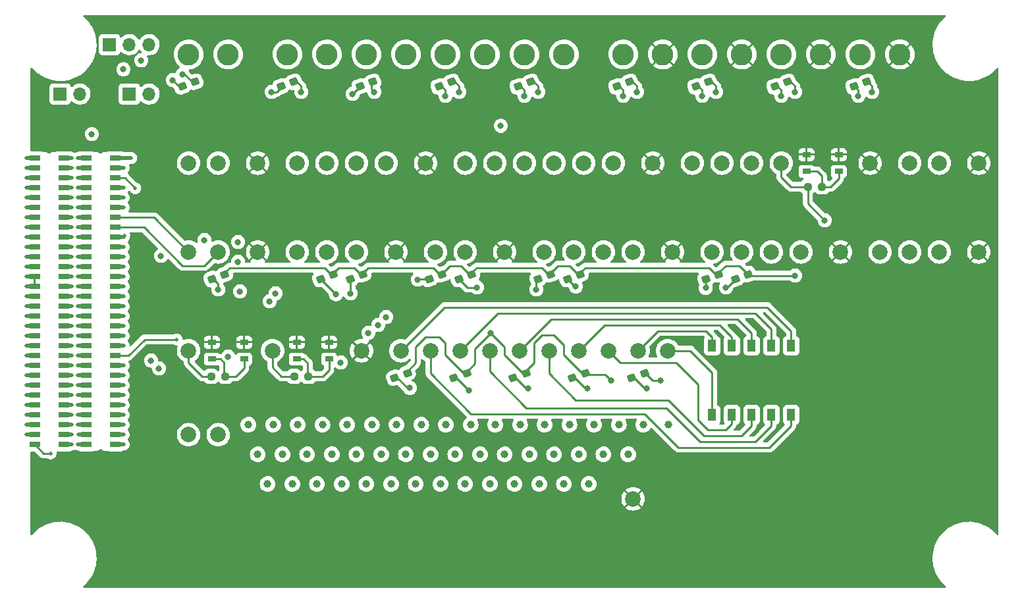
<source format=gbr>
%TF.GenerationSoftware,KiCad,Pcbnew,(6.0.5)*%
%TF.CreationDate,2023-01-12T09:35:20-05:00*%
%TF.ProjectId,breakout,62726561-6b6f-4757-942e-6b696361645f,rev?*%
%TF.SameCoordinates,Original*%
%TF.FileFunction,Copper,L1,Top*%
%TF.FilePolarity,Positive*%
%FSLAX46Y46*%
G04 Gerber Fmt 4.6, Leading zero omitted, Abs format (unit mm)*
G04 Created by KiCad (PCBNEW (6.0.5)) date 2023-01-12 09:35:20*
%MOMM*%
%LPD*%
G01*
G04 APERTURE LIST*
G04 Aperture macros list*
%AMRoundRect*
0 Rectangle with rounded corners*
0 $1 Rounding radius*
0 $2 $3 $4 $5 $6 $7 $8 $9 X,Y pos of 4 corners*
0 Add a 4 corners polygon primitive as box body*
4,1,4,$2,$3,$4,$5,$6,$7,$8,$9,$2,$3,0*
0 Add four circle primitives for the rounded corners*
1,1,$1+$1,$2,$3*
1,1,$1+$1,$4,$5*
1,1,$1+$1,$6,$7*
1,1,$1+$1,$8,$9*
0 Add four rect primitives between the rounded corners*
20,1,$1+$1,$2,$3,$4,$5,0*
20,1,$1+$1,$4,$5,$6,$7,0*
20,1,$1+$1,$6,$7,$8,$9,0*
20,1,$1+$1,$8,$9,$2,$3,0*%
G04 Aperture macros list end*
%TA.AperFunction,SMDPad,CuDef*%
%ADD10R,1.470000X0.740000*%
%TD*%
%TA.AperFunction,ComponentPad*%
%ADD11C,2.000000*%
%TD*%
%TA.AperFunction,ComponentPad*%
%ADD12C,1.000000*%
%TD*%
%TA.AperFunction,SMDPad,CuDef*%
%ADD13R,1.050000X0.650000*%
%TD*%
%TA.AperFunction,SMDPad,CuDef*%
%ADD14RoundRect,0.237500X0.188932X0.321508X-0.351391X0.124846X-0.188932X-0.321508X0.351391X-0.124846X0*%
%TD*%
%TA.AperFunction,ComponentPad*%
%ADD15C,2.800000*%
%TD*%
%TA.AperFunction,ComponentPad*%
%ADD16R,1.700000X1.700000*%
%TD*%
%TA.AperFunction,ComponentPad*%
%ADD17O,1.700000X1.700000*%
%TD*%
%TA.AperFunction,SMDPad,CuDef*%
%ADD18RoundRect,0.237500X-0.250000X-0.237500X0.250000X-0.237500X0.250000X0.237500X-0.250000X0.237500X0*%
%TD*%
%TA.AperFunction,SMDPad,CuDef*%
%ADD19R,1.100000X1.500000*%
%TD*%
%TA.AperFunction,ViaPad*%
%ADD20C,0.500000*%
%TD*%
%TA.AperFunction,ViaPad*%
%ADD21C,0.800000*%
%TD*%
%TA.AperFunction,Conductor*%
%ADD22C,0.500000*%
%TD*%
%TA.AperFunction,Conductor*%
%ADD23C,0.250000*%
%TD*%
G04 APERTURE END LIST*
D10*
%TO.P,J301,1,Pin_1*%
%TO.N,/-Z_SOLAR_TLE*%
X66513000Y-117475000D03*
%TO.P,J301,2,Pin_2*%
%TO.N,/+X_SOLAR_TLE*%
X62773000Y-117475000D03*
%TO.P,J301,3,Pin_3*%
%TO.N,/-Z_SOLAR_PWR*%
X66513000Y-116205000D03*
%TO.P,J301,4,Pin_4*%
%TO.N,/+X_SOLAR_PWR*%
X62773000Y-116205000D03*
%TO.P,J301,5,Pin_5*%
%TO.N,/H2-1*%
X66513000Y-114935000D03*
%TO.P,J301,6,Pin_6*%
%TO.N,/H2-2*%
X62773000Y-114935000D03*
%TO.P,J301,7,Pin_7*%
%TO.N,/H2-3*%
X66513000Y-113665000D03*
%TO.P,J301,8,Pin_8*%
%TO.N,/H2-4*%
X62773000Y-113665000D03*
%TO.P,J301,9,Pin_9*%
%TO.N,/AIN10*%
X66513000Y-112395000D03*
%TO.P,J301,10,Pin_10*%
%TO.N,/AIN11*%
X62773000Y-112395000D03*
%TO.P,J301,11,Pin_11*%
%TO.N,/AIN4*%
X66513000Y-111125000D03*
%TO.P,J301,12,Pin_12*%
%TO.N,/AIN7*%
X62773000Y-111125000D03*
%TO.P,J301,13,Pin_13*%
%TO.N,/H2-9*%
X66513000Y-109855000D03*
%TO.P,J301,14,Pin_14*%
%TO.N,/H2-10*%
X62773000Y-109855000D03*
%TO.P,J301,15,Pin_15*%
%TO.N,/H2-11*%
X66513000Y-108585000D03*
%TO.P,J301,16,Pin_16*%
%TO.N,/H2-12*%
X62773000Y-108585000D03*
%TO.P,J301,17,Pin_17*%
%TO.N,/H2-13*%
X66513000Y-107315000D03*
%TO.P,J301,18,Pin_18*%
%TO.N,/H2-14*%
X62773000Y-107315000D03*
%TO.P,J301,19,Pin_19*%
%TO.N,/H2-15*%
X66513000Y-106045000D03*
%TO.P,J301,20,Pin_20*%
%TO.N,/H2-16*%
X62773000Y-106045000D03*
%TO.P,J301,21,Pin_21*%
%TO.N,/H2-17*%
X66513000Y-104775000D03*
%TO.P,J301,22,Pin_22*%
%TO.N,/H2-18*%
X62773000Y-104775000D03*
%TO.P,J301,23,Pin_23*%
%TO.N,/H2-19*%
X66513000Y-103505000D03*
%TO.P,J301,24,Pin_24*%
%TO.N,/H2-20*%
X62773000Y-103505000D03*
%TO.P,J301,25,Pin_25*%
%TO.N,/PB18*%
X66513000Y-102235000D03*
%TO.P,J301,26,Pin_26*%
%TO.N,/PICO_PW_EN*%
X62773000Y-102235000D03*
%TO.P,J301,27,Pin_27*%
%TO.N,/H2-23*%
X66513000Y-100965000D03*
%TO.P,J301,28,Pin_28*%
%TO.N,/H2-24*%
X62773000Y-100965000D03*
%TO.P,J301,29,Pin_29*%
%TO.N,/5V_PYLD*%
X66513000Y-99695000D03*
%TO.P,J301,30,Pin_30*%
X62773000Y-99695000D03*
%TO.P,J301,31,Pin_31*%
%TO.N,/3V3*%
X66513000Y-98425000D03*
%TO.P,J301,32,Pin_32*%
X62773000Y-98425000D03*
%TO.P,J301,33,Pin_33*%
%TO.N,/GND*%
X66513000Y-97155000D03*
%TO.P,J301,34,Pin_34*%
X62773000Y-97155000D03*
%TO.P,J301,35,Pin_35*%
%TO.N,/AGND*%
X66513000Y-95885000D03*
%TO.P,J301,36,Pin_36*%
%TO.N,/GND*%
X62773000Y-95885000D03*
%TO.P,J301,37,Pin_37*%
%TO.N,/H2-33*%
X66513000Y-94615000D03*
%TO.P,J301,38,Pin_38*%
%TO.N,/H2-34*%
X62773000Y-94615000D03*
%TO.P,J301,39,Pin_39*%
%TO.N,/H2-35*%
X66513000Y-93345000D03*
%TO.P,J301,40,Pin_40*%
%TO.N,/H2-36*%
X62773000Y-93345000D03*
%TO.P,J301,41,Pin_41*%
%TO.N,/H2-37*%
X66513000Y-92075000D03*
%TO.P,J301,42,Pin_42*%
%TO.N,/H2-38*%
X62773000Y-92075000D03*
%TO.P,J301,43,Pin_43*%
%TO.N,/H2-39*%
X66513000Y-90805000D03*
%TO.P,J301,44,Pin_44*%
%TO.N,/H2-40*%
X62773000Y-90805000D03*
%TO.P,J301,45,Pin_45*%
%TO.N,/H2-41*%
X66513000Y-89535000D03*
%TO.P,J301,46,Pin_46*%
%TO.N,/H2-42*%
X62773000Y-89535000D03*
%TO.P,J301,47,Pin_47*%
%TO.N,/H2-43*%
X66513000Y-88265000D03*
%TO.P,J301,48,Pin_48*%
%TO.N,/H2-44*%
X62773000Y-88265000D03*
%TO.P,J301,49,Pin_49*%
%TO.N,/VBATT+*%
X66513000Y-86995000D03*
%TO.P,J301,50,Pin_50*%
X62773000Y-86995000D03*
%TO.P,J301,51,Pin_51*%
%TO.N,/GND*%
X66513000Y-85725000D03*
%TO.P,J301,52,Pin_52*%
X62773000Y-85725000D03*
%TO.P,J301,53,Pin_53*%
%TO.N,/VBATT-*%
X66513000Y-84455000D03*
%TO.P,J301,54,Pin_54*%
X62773000Y-84455000D03*
%TO.P,J301,55,Pin_55*%
%TO.N,/SEP3_RET*%
X66513000Y-83185000D03*
%TO.P,J301,56,Pin_56*%
%TO.N,/SEP4_RET*%
X62773000Y-83185000D03*
%TO.P,J301,57,Pin_57*%
%TO.N,/+Y_SOLAR_RTN*%
X66513000Y-81915000D03*
%TO.P,J301,58,Pin_58*%
%TO.N,/-X_SOLAR_RTN*%
X62773000Y-81915000D03*
%TO.P,J301,59,Pin_59*%
%TO.N,/SEP3*%
X66513000Y-80645000D03*
%TO.P,J301,60,Pin_60*%
%TO.N,/SEP4*%
X62773000Y-80645000D03*
%TD*%
%TO.P,J300,1,Pin_1*%
%TO.N,/SEP1*%
X73117000Y-117475000D03*
%TO.P,J300,2,Pin_2*%
%TO.N,/SEP2*%
X69377000Y-117475000D03*
%TO.P,J300,3,Pin_3*%
%TO.N,/-Z_SOLAR_RTN*%
X73117000Y-116205000D03*
%TO.P,J300,4,Pin_4*%
%TO.N,/+X_SOLAR_RTN*%
X69377000Y-116205000D03*
%TO.P,J300,5,Pin_5*%
%TO.N,/VBURN1*%
X73117000Y-114935000D03*
%TO.P,J300,6,Pin_6*%
%TO.N,/VBURN2*%
X69377000Y-114935000D03*
%TO.P,J300,7,Pin_7*%
%TO.N,/H1-3*%
X73117000Y-113665000D03*
%TO.P,J300,8,Pin_8*%
%TO.N,/MB_PC03*%
X69377000Y-113665000D03*
%TO.P,J300,9,Pin_9*%
%TO.N,/PYLD_SERVO_PWR_CTRL*%
X73117000Y-112395000D03*
%TO.P,J300,10,Pin_10*%
%TO.N,/PYLD_RST*%
X69377000Y-112395000D03*
%TO.P,J300,11,Pin_11*%
%TO.N,/IRR_PW_EN*%
X73117000Y-111125000D03*
%TO.P,J300,12,Pin_12*%
%TO.N,/IRR_ON_OFF*%
X69377000Y-111125000D03*
%TO.P,J300,13,Pin_13*%
%TO.N,/CTS_4*%
X73117000Y-109855000D03*
%TO.P,J300,14,Pin_14*%
%TO.N,/RTS_4*%
X69377000Y-109855000D03*
%TO.P,J300,15,Pin_15*%
%TO.N,/PYLD_PW_EN*%
X73117000Y-108585000D03*
%TO.P,J300,16,Pin_16*%
%TO.N,/H1-12*%
X69377000Y-108585000D03*
%TO.P,J300,17,Pin_17*%
%TO.N,/H1-13*%
X73117000Y-107315000D03*
%TO.P,J300,18,Pin_18*%
%TO.N,/H1-14*%
X69377000Y-107315000D03*
%TO.P,J300,19,Pin_19*%
%TO.N,/RBF*%
X73117000Y-106045000D03*
%TO.P,J300,20,Pin_20*%
%TO.N,/H1-16*%
X69377000Y-106045000D03*
%TO.P,J300,21,Pin_21*%
%TO.N,/RX_4*%
X73117000Y-104775000D03*
%TO.P,J300,22,Pin_22*%
%TO.N,/TX_4*%
X69377000Y-104775000D03*
%TO.P,J300,23,Pin_23*%
%TO.N,/RX_2*%
X73117000Y-103505000D03*
%TO.P,J300,24,Pin_24*%
%TO.N,/TX_2*%
X69377000Y-103505000D03*
%TO.P,J300,25,Pin_25*%
%TO.N,/SCK*%
X73117000Y-102235000D03*
%TO.P,J300,26,Pin_26*%
%TO.N,/MISO*%
X69377000Y-102235000D03*
%TO.P,J300,27,Pin_27*%
%TO.N,/MOSI*%
X73117000Y-100965000D03*
%TO.P,J300,28,Pin_28*%
%TO.N,/H1-24*%
X69377000Y-100965000D03*
%TO.P,J300,29,Pin_29*%
%TO.N,/H1-25*%
X73117000Y-99695000D03*
%TO.P,J300,30,Pin_30*%
%TO.N,/3V3REF*%
X69377000Y-99695000D03*
%TO.P,J300,31,Pin_31*%
%TO.N,/H1-27*%
X73117000Y-98425000D03*
%TO.P,J300,32,Pin_32*%
%TO.N,/H1-28*%
X69377000Y-98425000D03*
%TO.P,J300,33,Pin_33*%
%TO.N,/BUS_RESET*%
X73117000Y-97155000D03*
%TO.P,J300,34,Pin_34*%
%TO.N,/H1-30*%
X69377000Y-97155000D03*
%TO.P,J300,35,Pin_35*%
%TO.N,/H1-31*%
X73117000Y-95885000D03*
%TO.P,J300,36,Pin_36*%
%TO.N,/5V_USB*%
X69377000Y-95885000D03*
%TO.P,J300,37,Pin_37*%
%TO.N,/5V_RF*%
X73117000Y-94615000D03*
%TO.P,J300,38,Pin_38*%
%TO.N,/H1-34*%
X69377000Y-94615000D03*
%TO.P,J300,39,Pin_39*%
%TO.N,/RTS_3*%
X73117000Y-93345000D03*
%TO.P,J300,40,Pin_40*%
%TO.N,/CTS_3*%
X69377000Y-93345000D03*
%TO.P,J300,41,Pin_41*%
%TO.N,/H1-37*%
X73117000Y-92075000D03*
%TO.P,J300,42,Pin_42*%
%TO.N,/H1-38*%
X69377000Y-92075000D03*
%TO.P,J300,43,Pin_43*%
%TO.N,/RX_3*%
X73117000Y-90805000D03*
%TO.P,J300,44,Pin_44*%
%TO.N,/TX_3*%
X69377000Y-90805000D03*
%TO.P,J300,45,Pin_45*%
%TO.N,/SDA*%
X73117000Y-89535000D03*
%TO.P,J300,46,Pin_46*%
%TO.N,/H1-42*%
X69377000Y-89535000D03*
%TO.P,J300,47,Pin_47*%
%TO.N,/SCL*%
X73117000Y-88265000D03*
%TO.P,J300,48,Pin_48*%
%TO.N,/H1-44*%
X69377000Y-88265000D03*
%TO.P,J300,49,Pin_49*%
%TO.N,/H1-45*%
X73117000Y-86995000D03*
%TO.P,J300,50,Pin_50*%
%TO.N,/H1-46*%
X69377000Y-86995000D03*
%TO.P,J300,51,Pin_51*%
%TO.N,/SELF_TEST*%
X73117000Y-85725000D03*
%TO.P,J300,52,Pin_52*%
%TO.N,/USER_1*%
X69377000Y-85725000D03*
%TO.P,J300,53,Pin_53*%
%TO.N,/USER_2*%
X73117000Y-84455000D03*
%TO.P,J300,54,Pin_54*%
%TO.N,/USER_3*%
X69377000Y-84455000D03*
%TO.P,J300,55,Pin_55*%
%TO.N,/SEP1_RET*%
X73117000Y-83185000D03*
%TO.P,J300,56,Pin_56*%
%TO.N,/SEP2_RET*%
X69377000Y-83185000D03*
%TO.P,J300,57,Pin_57*%
%TO.N,/+Y_SOLAR_TLE*%
X73117000Y-81915000D03*
%TO.P,J300,58,Pin_58*%
%TO.N,/-X_SOLAR_TLE*%
X69377000Y-81915000D03*
%TO.P,J300,59,Pin_59*%
%TO.N,/+Y_SOLAR_PWR*%
X73117000Y-80645000D03*
%TO.P,J300,60,Pin_60*%
%TO.N,/-X_SOLAR_PWR*%
X69377000Y-80645000D03*
%TD*%
D11*
%TO.P,TP28,1,1*%
%TO.N,/SEP3_RET*%
X128905000Y-105410000D03*
%TD*%
D12*
%TO.P,TP9,1,1*%
%TO.N,/H2-13*%
X116840000Y-118745000D03*
%TD*%
%TO.P,TP4,1,1*%
%TO.N,/H2-3*%
X97790000Y-118745000D03*
%TD*%
%TO.P,TP83,1,1*%
%TO.N,/H1-42*%
X134685000Y-114935000D03*
%TD*%
D13*
%TO.P,SW4,1,1*%
%TO.N,Net-(R54-Pad2)*%
X166159000Y-82355000D03*
X162009000Y-82355000D03*
%TO.P,SW4,2,2*%
%TO.N,/GND*%
X162009000Y-80205000D03*
X166159000Y-80205000D03*
%TD*%
D14*
%TO.P,D13,1,K*%
%TO.N,/LED_RET_1*%
X115122231Y-95585732D03*
%TO.P,D13,2,A*%
%TO.N,Net-(D13-Pad2)*%
X113477769Y-96184268D03*
%TD*%
D12*
%TO.P,TP94,1,1*%
%TO.N,/H2-4*%
X100965000Y-118745000D03*
%TD*%
%TO.P,TP100,1,1*%
%TO.N,/H2-16*%
X126365000Y-118745000D03*
%TD*%
D11*
%TO.P,TP91,1,1*%
%TO.N,/+X_SOLAR_TLE*%
X96520000Y-81280000D03*
%TD*%
D12*
%TO.P,TP113,1,1*%
%TO.N,/H2-42*%
X127635000Y-122555000D03*
%TD*%
D11*
%TO.P,TP87,1,1*%
%TO.N,/USER_3*%
X179070000Y-92710000D03*
%TD*%
%TO.P,TP44,1,1*%
%TO.N,/MOSI*%
X100330000Y-92710000D03*
%TD*%
D14*
%TO.P,D6,1,K*%
%TO.N,Net-(D6-Pad1)*%
X141157231Y-108285732D03*
%TO.P,D6,2,A*%
%TO.N,Net-(D6-Pad2)*%
X139512769Y-108884268D03*
%TD*%
%TO.P,D20,1,K*%
%TO.N,Net-(D20-Pad1)*%
X159572231Y-70820732D03*
%TO.P,D20,2,A*%
%TO.N,Net-(D20-Pad2)*%
X157927769Y-71419268D03*
%TD*%
D12*
%TO.P,TP11,1,1*%
%TO.N,/H2-17*%
X129540000Y-118745000D03*
%TD*%
D14*
%TO.P,D23,1,K*%
%TO.N,Net-(D23-Pad1)*%
X169732231Y-70820732D03*
%TO.P,D23,2,A*%
%TO.N,Net-(D23-Pad2)*%
X168087769Y-71419268D03*
%TD*%
D11*
%TO.P,TP105,1,1*%
%TO.N,/VBATT-*%
X144145000Y-105410000D03*
%TD*%
%TO.P,TP88,1,1*%
%TO.N,/SEP2_RET*%
X121285000Y-105410000D03*
%TD*%
D15*
%TO.P,TP49,1,1*%
%TO.N,/5V_RF*%
X148590000Y-67310000D03*
%TD*%
D11*
%TO.P,TP120,1,1*%
%TO.N,/SEP4*%
X132715000Y-105410000D03*
%TD*%
D16*
%TO.P,P1,1,Pin_1*%
%TO.N,Net-(P1-Pad1)*%
X72390000Y-66040000D03*
D17*
%TO.P,P1,2,Pin_2*%
%TO.N,Net-(P1-Pad2)*%
X74930000Y-66040000D03*
%TO.P,P1,3,Pin_3*%
%TO.N,Net-(P1-Pad3)*%
X77470000Y-66040000D03*
%TD*%
D12*
%TO.P,TP20,1,1*%
%TO.N,/H2-35*%
X105410000Y-122555000D03*
%TD*%
D11*
%TO.P,TP42,1,1*%
%TO.N,/RX_2*%
X118110000Y-92710000D03*
%TD*%
D12*
%TO.P,TP45,1,1*%
%TO.N,/H1-25*%
X109285000Y-114935000D03*
%TD*%
D16*
%TO.P,P3,1,Pin_1*%
%TO.N,Net-(P3-Pad1)*%
X74930000Y-72390000D03*
D17*
%TO.P,P3,2,Pin_2*%
%TO.N,Net-(P3-Pad2)*%
X77470000Y-72390000D03*
%TD*%
D12*
%TO.P,TP102,1,1*%
%TO.N,/H2-20*%
X139065000Y-118745000D03*
%TD*%
D11*
%TO.P,TP30,1,1*%
%TO.N,/SEP3*%
X125095000Y-105410000D03*
%TD*%
%TO.P,TP116,1,1*%
%TO.N,/GND*%
X166370000Y-92710000D03*
%TD*%
%TO.P,TP116,1,1*%
%TO.N,/GND*%
X91440000Y-92710000D03*
%TD*%
D12*
%TO.P,TP7,1,1*%
%TO.N,/H2-9*%
X104140000Y-118745000D03*
%TD*%
D18*
%TO.P,R54,1*%
%TO.N,/PYLD_RST*%
X162155500Y-84328000D03*
%TO.P,R54,2*%
%TO.N,Net-(R54-Pad2)*%
X163980500Y-84328000D03*
%TD*%
D12*
%TO.P,TP48,1,1*%
%TO.N,/H1-31*%
X121985000Y-114935000D03*
%TD*%
%TO.P,TP46,1,1*%
%TO.N,/H1-27*%
X112460000Y-114935000D03*
%TD*%
D11*
%TO.P,TP80,1,1*%
%TO.N,/CTS_3*%
X135890000Y-92710000D03*
%TD*%
D12*
%TO.P,TP22,1,1*%
%TO.N,/H2-39*%
X118110000Y-122555000D03*
%TD*%
D15*
%TO.P,TP60,1,1*%
%TO.N,/+Y_SOLAR_PWR*%
X105410000Y-67310000D03*
%TD*%
D12*
%TO.P,TP12,1,1*%
%TO.N,/H2-19*%
X135890000Y-118745000D03*
%TD*%
%TO.P,TP23,1,1*%
%TO.N,/H2-41*%
X124460000Y-122555000D03*
%TD*%
D14*
%TO.P,D19,1,K*%
%TO.N,/LED_RET_1*%
X154492231Y-95585732D03*
%TO.P,D19,2,A*%
%TO.N,Net-(D19-Pad2)*%
X152847769Y-96184268D03*
%TD*%
%TO.P,D11,1,K*%
%TO.N,/LED_RET_1*%
X118932231Y-95585732D03*
%TO.P,D11,2,A*%
%TO.N,Net-(D11-Pad2)*%
X117287769Y-96184268D03*
%TD*%
D12*
%TO.P,TP10,1,1*%
%TO.N,/H2-15*%
X123190000Y-118745000D03*
%TD*%
%TO.P,TP74,1,1*%
%TO.N,/H1-24*%
X106110000Y-114935000D03*
%TD*%
D14*
%TO.P,D18,1,K*%
%TO.N,Net-(D18-Pad1)*%
X139252231Y-70820732D03*
%TO.P,D18,2,A*%
%TO.N,Net-(D18-Pad2)*%
X137607769Y-71419268D03*
%TD*%
D11*
%TO.P,TP116,1,1*%
%TO.N,/GND*%
X91440000Y-81280000D03*
%TD*%
%TO.P,TP66,1,1*%
%TO.N,/IRR_ON_OFF*%
X179070000Y-81280000D03*
%TD*%
%TO.P,TP116,1,1*%
%TO.N,/GND*%
X142240000Y-81280000D03*
%TD*%
%TO.P,TP59,1,1*%
%TO.N,/+Y_SOLAR_TLE*%
X100330000Y-81280000D03*
%TD*%
D12*
%TO.P,TP97,1,1*%
%TO.N,/H2-10*%
X107315000Y-118745000D03*
%TD*%
D15*
%TO.P,TP108,1,1*%
%TO.N,/GND*%
X143510000Y-67310000D03*
%TD*%
D14*
%TO.P,D4,1,K*%
%TO.N,/LED_RET_1*%
X87182231Y-95585732D03*
%TO.P,D4,2,A*%
%TO.N,Net-(D4-Pad2)*%
X85537769Y-96184268D03*
%TD*%
D12*
%TO.P,TP24,1,1*%
%TO.N,/H2-43*%
X130810000Y-122555000D03*
%TD*%
D11*
%TO.P,TP61,1,1*%
%TO.N,/SEP2*%
X117475000Y-105410000D03*
%TD*%
D15*
%TO.P,TP32,1,1*%
%TO.N,/-Z_SOLAR_RTN*%
X130810000Y-67310000D03*
%TD*%
D12*
%TO.P,TP99,1,1*%
%TO.N,/H2-14*%
X120015000Y-118745000D03*
%TD*%
D11*
%TO.P,TP13,1,1*%
%TO.N,/PB18*%
X86360000Y-116205000D03*
%TD*%
D15*
%TO.P,TP62,1,1*%
%TO.N,/+X_SOLAR_RTN*%
X100330000Y-67310000D03*
%TD*%
D11*
%TO.P,TP95,1,1*%
%TO.N,/AIN11*%
X133350000Y-81280000D03*
%TD*%
D15*
%TO.P,TP2,1,1*%
%TO.N,/-Z_SOLAR_PWR*%
X125730000Y-67310000D03*
%TD*%
D14*
%TO.P,D8,1,K*%
%TO.N,Net-(D8-Pad1)*%
X83372231Y-70820732D03*
%TO.P,D8,2,A*%
%TO.N,Net-(D8-Pad2)*%
X81727769Y-71419268D03*
%TD*%
D12*
%TO.P,TP98,1,1*%
%TO.N,/H2-12*%
X113665000Y-118745000D03*
%TD*%
D11*
%TO.P,TP5,1,1*%
%TO.N,/AIN10*%
X129540000Y-81280000D03*
%TD*%
%TO.P,TP82,1,1*%
%TO.N,/TX_3*%
X128270000Y-92710000D03*
%TD*%
D14*
%TO.P,D3,1,K*%
%TO.N,/LED_RET_2*%
X125917231Y-108285732D03*
%TO.P,D3,2,A*%
%TO.N,Net-(D3-Pad2)*%
X124272769Y-108884268D03*
%TD*%
%TO.P,D12,1,K*%
%TO.N,Net-(D12-Pad1)*%
X106232231Y-70820732D03*
%TO.P,D12,2,A*%
%TO.N,Net-(D12-Pad2)*%
X104587769Y-71419268D03*
%TD*%
D15*
%TO.P,TP16,1,1*%
%TO.N,/3V3*%
X138430000Y-67310000D03*
%TD*%
D11*
%TO.P,TP64,1,1*%
%TO.N,/MB_PC03*%
X82550000Y-116205000D03*
%TD*%
%TO.P,TP47,1,1*%
%TO.N,/BUS_RESET*%
X93345000Y-105410000D03*
%TD*%
%TO.P,TP54,1,1*%
%TO.N,/SCL*%
X82550000Y-92710000D03*
%TD*%
D14*
%TO.P,D22,1,K*%
%TO.N,Net-(D22-Pad1)*%
X149412231Y-70820732D03*
%TO.P,D22,2,A*%
%TO.N,Net-(D22-Pad2)*%
X147767769Y-71419268D03*
%TD*%
D12*
%TO.P,TP51,1,1*%
%TO.N,/H1-37*%
X128335000Y-114935000D03*
%TD*%
%TO.P,TP81,1,1*%
%TO.N,/H1-38*%
X131510000Y-114935000D03*
%TD*%
D14*
%TO.P,D16,1,K*%
%TO.N,Net-(D16-Pad1)*%
X126552231Y-70820732D03*
%TO.P,D16,2,A*%
%TO.N,Net-(D16-Pad2)*%
X124907769Y-71419268D03*
%TD*%
D11*
%TO.P,TP43,1,1*%
%TO.N,/SCK*%
X96520000Y-92710000D03*
%TD*%
D12*
%TO.P,TP21,1,1*%
%TO.N,/H2-37*%
X111760000Y-122555000D03*
%TD*%
D14*
%TO.P,D2,1,K*%
%TO.N,/LED_RET_2*%
X118297231Y-108285732D03*
%TO.P,D2,2,A*%
%TO.N,Net-(D2-Pad2)*%
X116652769Y-108884268D03*
%TD*%
D11*
%TO.P,TP57,1,1*%
%TO.N,/USER_2*%
X175260000Y-92710000D03*
%TD*%
D12*
%TO.P,TP55,1,1*%
%TO.N,/H1-45*%
X141035000Y-114935000D03*
%TD*%
D18*
%TO.P,R55,1*%
%TO.N,/SELF_TEST*%
X85447500Y-108712000D03*
%TO.P,R55,2*%
%TO.N,Net-(R55-Pad2)*%
X87272500Y-108712000D03*
%TD*%
D12*
%TO.P,TP85,1,1*%
%TO.N,/H1-46*%
X144210000Y-114935000D03*
%TD*%
D19*
%TO.P,SW1,1*%
%TO.N,/SEP1*%
X160020000Y-104770000D03*
%TO.P,SW1,2*%
%TO.N,/SEP2*%
X157480000Y-104770000D03*
%TO.P,SW1,3*%
%TO.N,/SEP3*%
X154940000Y-104770000D03*
%TO.P,SW1,4*%
%TO.N,/SEP4*%
X152400000Y-104770000D03*
%TO.P,SW1,5*%
%TO.N,/RBF*%
X149860000Y-104770000D03*
%TO.P,SW1,6*%
%TO.N,/VBATT-*%
X149860000Y-113670000D03*
%TO.P,SW1,7*%
%TO.N,/SEP4_RET*%
X152400000Y-113670000D03*
%TO.P,SW1,8*%
%TO.N,/SEP3_RET*%
X154940000Y-113670000D03*
%TO.P,SW1,9*%
%TO.N,/SEP2_RET*%
X157480000Y-113670000D03*
%TO.P,SW1,10*%
%TO.N,/SEP1_RET*%
X160020000Y-113670000D03*
%TD*%
D15*
%TO.P,TP29,1,1*%
%TO.N,/+Y_SOLAR_RTN*%
X110490000Y-67310000D03*
%TD*%
D12*
%TO.P,TP84,1,1*%
%TO.N,/H1-44*%
X137860000Y-114935000D03*
%TD*%
D11*
%TO.P,TP37,1,1*%
%TO.N,/CTS_4*%
X157480000Y-92710000D03*
%TD*%
D12*
%TO.P,TP39,1,1*%
%TO.N,/H1-13*%
X96585000Y-114935000D03*
%TD*%
D11*
%TO.P,TP63,1,1*%
%TO.N,/VBURN2*%
X86360000Y-81280000D03*
%TD*%
%TO.P,TP116,1,1*%
%TO.N,/GND*%
X113030000Y-81280000D03*
%TD*%
%TO.P,TP52,1,1*%
%TO.N,/RX_3*%
X132080000Y-92710000D03*
%TD*%
D14*
%TO.P,D14,1,K*%
%TO.N,Net-(D14-Pad1)*%
X116392231Y-70820732D03*
%TO.P,D14,2,A*%
%TO.N,Net-(D14-Pad2)*%
X114747769Y-71419268D03*
%TD*%
D11*
%TO.P,TP1,1,1*%
%TO.N,/-Z_SOLAR_TLE*%
X107950000Y-81280000D03*
%TD*%
D12*
%TO.P,TP111,1,1*%
%TO.N,/H2-38*%
X114935000Y-122555000D03*
%TD*%
D11*
%TO.P,TP40,1,1*%
%TO.N,/RBF*%
X140335000Y-105410000D03*
%TD*%
%TO.P,TP116,1,1*%
%TO.N,/GND*%
X109220000Y-92710000D03*
%TD*%
%TO.P,TP6,1,1*%
%TO.N,/AIN4*%
X121920000Y-81280000D03*
%TD*%
D14*
%TO.P,D21,1,K*%
%TO.N,/LED_RET_1*%
X150682231Y-95585732D03*
%TO.P,D21,2,A*%
%TO.N,Net-(D21-Pad2)*%
X149037769Y-96184268D03*
%TD*%
D15*
%TO.P,TP90,1,1*%
%TO.N,/-X_SOLAR_PWR*%
X115570000Y-67310000D03*
%TD*%
D12*
%TO.P,TP112,1,1*%
%TO.N,/H2-40*%
X121285000Y-122555000D03*
%TD*%
D11*
%TO.P,TP33,1,1*%
%TO.N,/VBURN1*%
X82550000Y-81280000D03*
%TD*%
D12*
%TO.P,TP68,1,1*%
%TO.N,/H1-12*%
X93410000Y-114935000D03*
%TD*%
D11*
%TO.P,TP116,1,1*%
%TO.N,/GND*%
X184150000Y-81280000D03*
%TD*%
D14*
%TO.P,D5,1,K*%
%TO.N,/LED_RET_2*%
X133537231Y-108285732D03*
%TO.P,D5,2,A*%
%TO.N,Net-(D5-Pad2)*%
X131892769Y-108884268D03*
%TD*%
D12*
%TO.P,TP79,1,1*%
%TO.N,/H1-34*%
X125160000Y-114935000D03*
%TD*%
D16*
%TO.P,P2,1,Pin_1*%
%TO.N,Net-(P2-Pad1)*%
X66040000Y-72390000D03*
D17*
%TO.P,P2,2,Pin_2*%
%TO.N,Net-(P2-Pad2)*%
X68580000Y-72390000D03*
%TD*%
D14*
%TO.P,D7,1,K*%
%TO.N,/LED_RET_1*%
X101152231Y-95585732D03*
%TO.P,D7,2,A*%
%TO.N,Net-(D7-Pad2)*%
X99507769Y-96184268D03*
%TD*%
D11*
%TO.P,TP103,1,1*%
%TO.N,/PICO_PW_EN*%
X151130000Y-81280000D03*
%TD*%
%TO.P,TP116,1,1*%
%TO.N,/GND*%
X144780000Y-92710000D03*
%TD*%
%TO.P,TP72,1,1*%
%TO.N,/TX_2*%
X114300000Y-92710000D03*
%TD*%
D14*
%TO.P,D17,1,K*%
%TO.N,/LED_RET_1*%
X129092231Y-95585732D03*
%TO.P,D17,2,A*%
%TO.N,Net-(D17-Pad2)*%
X127447769Y-96184268D03*
%TD*%
D18*
%TO.P,R56,1*%
%TO.N,/BUS_RESET*%
X96115500Y-108712000D03*
%TO.P,R56,2*%
%TO.N,Net-(R56-Pad2)*%
X97940500Y-108712000D03*
%TD*%
D12*
%TO.P,TP3,1,1*%
%TO.N,/H2-1*%
X91440000Y-118745000D03*
%TD*%
D11*
%TO.P,TP116,1,1*%
%TO.N,/GND*%
X139700000Y-124460000D03*
%TD*%
D12*
%TO.P,TP109,1,1*%
%TO.N,/H2-34*%
X102235000Y-122555000D03*
%TD*%
D14*
%TO.P,D1,1,K*%
%TO.N,/LED_RET_2*%
X110677231Y-108285732D03*
%TO.P,D1,2,A*%
%TO.N,Net-(D1-Pad2)*%
X109032769Y-108884268D03*
%TD*%
D12*
%TO.P,TP69,1,1*%
%TO.N,/H1-14*%
X99760000Y-114935000D03*
%TD*%
D11*
%TO.P,TP96,1,1*%
%TO.N,/AIN7*%
X125730000Y-81280000D03*
%TD*%
%TO.P,TP36,1,1*%
%TO.N,/IRR_PW_EN*%
X175260000Y-81280000D03*
%TD*%
D12*
%TO.P,TP110,1,1*%
%TO.N,/H2-36*%
X108585000Y-122555000D03*
%TD*%
%TO.P,TP101,1,1*%
%TO.N,/H2-18*%
X132715000Y-118745000D03*
%TD*%
D11*
%TO.P,TP71,1,1*%
%TO.N,/TX_4*%
X149860000Y-92710000D03*
%TD*%
%TO.P,TP75,1,1*%
%TO.N,/3V3REF*%
X118110000Y-81280000D03*
%TD*%
D13*
%TO.P,SW2,1,1*%
%TO.N,Net-(R55-Pad2)*%
X85555000Y-106485000D03*
X89705000Y-106485000D03*
%TO.P,SW2,2,2*%
%TO.N,/GND*%
X89705000Y-104335000D03*
X85555000Y-104335000D03*
%TD*%
D12*
%TO.P,TP93,1,1*%
%TO.N,/H2-2*%
X94615000Y-118745000D03*
%TD*%
%TO.P,TP70,1,1*%
%TO.N,/H1-16*%
X102935000Y-114935000D03*
%TD*%
%TO.P,TP8,1,1*%
%TO.N,/H2-11*%
X110490000Y-118745000D03*
%TD*%
D13*
%TO.P,SW3,1,1*%
%TO.N,Net-(R56-Pad2)*%
X100627000Y-106485000D03*
X96477000Y-106485000D03*
%TO.P,SW3,2,2*%
%TO.N,/GND*%
X100627000Y-104335000D03*
X96477000Y-104335000D03*
%TD*%
D11*
%TO.P,TP56,1,1*%
%TO.N,/SELF_TEST*%
X82550000Y-105410000D03*
%TD*%
D15*
%TO.P,TP78,1,1*%
%TO.N,/5V_USB*%
X168910000Y-67310000D03*
%TD*%
D11*
%TO.P,TP31,1,1*%
%TO.N,/SEP1*%
X109855000Y-105410000D03*
%TD*%
D12*
%TO.P,TP14,1,1*%
%TO.N,/H2-23*%
X92710000Y-122555000D03*
%TD*%
D15*
%TO.P,TP27,1,1*%
%TO.N,/VBATT-*%
X87630000Y-67310000D03*
%TD*%
D14*
%TO.P,D15,1,K*%
%TO.N,/LED_RET_1*%
X132902231Y-95585732D03*
%TO.P,D15,2,A*%
%TO.N,Net-(D15-Pad2)*%
X131257769Y-96184268D03*
%TD*%
D11*
%TO.P,TP116,1,1*%
%TO.N,/GND*%
X184150000Y-92710000D03*
%TD*%
D14*
%TO.P,D9,1,K*%
%TO.N,/LED_RET_1*%
X104962231Y-95585732D03*
%TO.P,D9,2,A*%
%TO.N,Net-(D9-Pad2)*%
X103317769Y-96184268D03*
%TD*%
D15*
%TO.P,TP107,1,1*%
%TO.N,/GND*%
X153670000Y-67310000D03*
%TD*%
D11*
%TO.P,TP35,1,1*%
%TO.N,/PYLD_SERVO_PWR_CTRL*%
X154940000Y-81280000D03*
%TD*%
D12*
%TO.P,TP104,1,1*%
%TO.N,/H2-24*%
X95885000Y-122555000D03*
%TD*%
D15*
%TO.P,TP119,1,1*%
%TO.N,/-X_SOLAR_RTN*%
X120650000Y-67310000D03*
%TD*%
%TO.P,TP25,1,1*%
%TO.N,/VBATT+*%
X82550000Y-67310000D03*
%TD*%
%TO.P,TP92,1,1*%
%TO.N,/+X_SOLAR_PWR*%
X95250000Y-67310000D03*
%TD*%
D11*
%TO.P,TP86,1,1*%
%TO.N,/USER_1*%
X171450000Y-92710000D03*
%TD*%
D12*
%TO.P,TP19,1,1*%
%TO.N,/H2-33*%
X99060000Y-122555000D03*
%TD*%
%TO.P,TP34,1,1*%
%TO.N,/H1-3*%
X90235000Y-114935000D03*
%TD*%
%TO.P,TP76,1,1*%
%TO.N,/H1-28*%
X115635000Y-114935000D03*
%TD*%
D11*
%TO.P,TP116,1,1*%
%TO.N,/GND*%
X104775000Y-105410000D03*
%TD*%
D15*
%TO.P,TP17,1,1*%
%TO.N,/GND*%
X163830000Y-67310000D03*
%TD*%
D11*
%TO.P,TP73,1,1*%
%TO.N,/MISO*%
X104140000Y-92710000D03*
%TD*%
%TO.P,TP58,1,1*%
%TO.N,/SEP1_RET*%
X113665000Y-105410000D03*
%TD*%
D14*
%TO.P,D10,1,K*%
%TO.N,Net-(D10-Pad1)*%
X96072231Y-70820732D03*
%TO.P,D10,2,A*%
%TO.N,Net-(D10-Pad2)*%
X94427769Y-71419268D03*
%TD*%
D11*
%TO.P,TP67,1,1*%
%TO.N,/RTS_4*%
X161290000Y-92710000D03*
%TD*%
%TO.P,TP50,1,1*%
%TO.N,/RTS_3*%
X139700000Y-92710000D03*
%TD*%
%TO.P,TP89,1,1*%
%TO.N,/-X_SOLAR_TLE*%
X104140000Y-81280000D03*
%TD*%
%TO.P,TP18,1,1*%
%TO.N,/AGND*%
X137160000Y-81280000D03*
%TD*%
D15*
%TO.P,TP15,1,1*%
%TO.N,/5V_PYLD*%
X158750000Y-67310000D03*
%TD*%
D11*
%TO.P,TP65,1,1*%
%TO.N,/PYLD_RST*%
X158750000Y-81280000D03*
%TD*%
%TO.P,TP38,1,1*%
%TO.N,/PYLD_PW_EN*%
X147320000Y-81280000D03*
%TD*%
%TO.P,TP41,1,1*%
%TO.N,/RX_4*%
X153670000Y-92710000D03*
%TD*%
%TO.P,TP116,1,1*%
%TO.N,/GND*%
X170180000Y-81280000D03*
%TD*%
%TO.P,TP118,1,1*%
%TO.N,/SEP4_RET*%
X136525000Y-105410000D03*
%TD*%
D12*
%TO.P,TP114,1,1*%
%TO.N,/H2-44*%
X133985000Y-122555000D03*
%TD*%
D15*
%TO.P,TP26,1,1*%
%TO.N,/GND*%
X173990000Y-67310000D03*
%TD*%
D11*
%TO.P,TP53,1,1*%
%TO.N,/SDA*%
X86360000Y-92710000D03*
%TD*%
D12*
%TO.P,TP77,1,1*%
%TO.N,/H1-30*%
X118810000Y-114935000D03*
%TD*%
D11*
%TO.P,TP116,1,1*%
%TO.N,/GND*%
X123190000Y-92710000D03*
%TD*%
D20*
%TO.N,/GND*%
X61722000Y-85726790D03*
D21*
%TO.N,Net-(D15-Pad2)*%
X132334000Y-97155000D03*
D20*
%TO.N,/GND*%
X61722000Y-95886790D03*
X61722000Y-97156790D03*
%TO.N,/VBATT-*%
X61687000Y-84456790D03*
D21*
X70104000Y-77560689D03*
D20*
X67537506Y-84453140D03*
D21*
%TO.N,Net-(D1-Pad2)*%
X110998000Y-110201700D03*
%TO.N,Net-(D2-Pad2)*%
X118618000Y-110490000D03*
%TO.N,Net-(D3-Pad2)*%
X126238000Y-110236000D03*
D20*
%TO.N,/GND*%
X67537506Y-97153140D03*
X67537506Y-85723140D03*
D21*
%TO.N,Net-(D4-Pad2)*%
X86360000Y-97536000D03*
%TO.N,Net-(D5-Pad2)*%
X133858000Y-110236000D03*
%TO.N,Net-(D6-Pad2)*%
X141478000Y-110236000D03*
D20*
%TO.N,/VBATT+*%
X67537506Y-86993140D03*
X61687000Y-86996790D03*
D21*
X74168000Y-69215000D03*
%TO.N,Net-(D7-Pad2)*%
X101496500Y-98147500D03*
%TO.N,Net-(D8-Pad2)*%
X80518000Y-70612000D03*
%TO.N,Net-(D9-Pad2)*%
X103378000Y-98044000D03*
%TO.N,Net-(D10-Pad2)*%
X93218000Y-72136000D03*
%TO.N,Net-(D11-Pad2)*%
X119634000Y-97282000D03*
%TO.N,Net-(D12-Pad2)*%
X103632000Y-72390000D03*
%TO.N,Net-(D13-Pad2)*%
X112014000Y-96266000D03*
%TO.N,Net-(D14-Pad2)*%
X115570000Y-72644000D03*
%TO.N,Net-(D16-Pad1)*%
X127508000Y-72136000D03*
%TO.N,Net-(D17-Pad2)*%
X127254000Y-97536000D03*
%TO.N,Net-(D18-Pad1)*%
X140208000Y-72136000D03*
%TO.N,Net-(D18-Pad2)*%
X138430000Y-72644000D03*
%TO.N,Net-(D19-Pad2)*%
X151638000Y-97282000D03*
%TO.N,Net-(D20-Pad1)*%
X160528000Y-72136000D03*
%TO.N,Net-(D20-Pad2)*%
X158750000Y-72644000D03*
%TO.N,Net-(D21-Pad2)*%
X149037769Y-97342231D03*
%TO.N,Net-(D22-Pad1)*%
X150368000Y-72136000D03*
%TO.N,Net-(D22-Pad2)*%
X148590000Y-72644000D03*
%TO.N,Net-(D6-Pad1)*%
X143256000Y-109220000D03*
%TO.N,Net-(D8-Pad1)*%
X81788000Y-69850000D03*
%TO.N,Net-(D10-Pad1)*%
X97028000Y-72136000D03*
%TO.N,Net-(D12-Pad1)*%
X106426000Y-72136000D03*
%TO.N,Net-(D14-Pad1)*%
X117348000Y-72136000D03*
%TO.N,Net-(D16-Pad2)*%
X125730000Y-72644000D03*
D20*
%TO.N,/SEP1*%
X74203000Y-117473210D03*
%TO.N,/SEP2*%
X68326000Y-117475000D03*
%TO.N,/SEP3*%
X67537506Y-80643140D03*
%TO.N,/SEP4*%
X61687000Y-80646790D03*
%TO.N,/RBF*%
X81026000Y-103955700D03*
%TO.N,/MOSI*%
X74201210Y-100965000D03*
%TO.N,/MISO*%
X68326000Y-102235000D03*
%TO.N,/+X_SOLAR_PWR*%
X61687000Y-116206790D03*
%TO.N,/RX_2*%
X74203000Y-103503210D03*
%TO.N,/+Y_SOLAR_PWR*%
X75184000Y-80643210D03*
%TO.N,/TX_2*%
X68326000Y-103505000D03*
%TO.N,/-X_SOLAR_PWR*%
X68326000Y-80645000D03*
%TO.N,/RX_3*%
X74283512Y-90619966D03*
%TO.N,/-Z_SOLAR_PWR*%
X67537506Y-116203140D03*
%TO.N,/TX_3*%
X68326000Y-90805000D03*
%TO.N,/3V3*%
X67537506Y-98423140D03*
X61687000Y-98426790D03*
%TO.N,/RX_4*%
X74203000Y-104773210D03*
%TO.N,/5V_PYLD*%
X61687000Y-99696790D03*
X67537506Y-99693140D03*
%TO.N,/TX_4*%
X68326000Y-104775000D03*
%TO.N,/5V_RF*%
X74203000Y-94613210D03*
%TO.N,/SEP4_RET*%
X61687000Y-83186790D03*
%TO.N,/SEP3_RET*%
X67537506Y-83183140D03*
%TO.N,/SEP2_RET*%
X68326000Y-83185000D03*
%TO.N,/SEP1_RET*%
X75696367Y-84514779D03*
%TO.N,/SELF_TEST*%
X74203000Y-85723210D03*
%TO.N,/BUS_RESET*%
X74203000Y-97153210D03*
%TO.N,/-Z_SOLAR_TLE*%
X67537506Y-117473140D03*
%TO.N,/H2-1*%
X67537506Y-114933140D03*
%TO.N,/H2-3*%
X67537506Y-113663140D03*
%TO.N,/AIN10*%
X67537506Y-112393140D03*
%TO.N,/AIN4*%
X67537506Y-111123140D03*
%TO.N,/H2-9*%
X67537506Y-109853140D03*
%TO.N,/H2-11*%
X67537506Y-108583140D03*
%TO.N,/H2-13*%
X67537506Y-107313140D03*
%TO.N,/H2-15*%
X67537506Y-106043140D03*
%TO.N,/H2-17*%
X67537506Y-104773140D03*
%TO.N,/H2-19*%
X67537506Y-103503140D03*
%TO.N,/PB18*%
X67537506Y-102233140D03*
%TO.N,/H2-23*%
X67537506Y-100963140D03*
%TO.N,/AGND*%
X67537506Y-95883140D03*
%TO.N,/H2-33*%
X67537506Y-94613140D03*
%TO.N,/H2-35*%
X67537506Y-93343140D03*
D21*
X102108000Y-106934000D03*
X89154000Y-97790000D03*
D20*
%TO.N,/H2-37*%
X67537506Y-92073140D03*
D21*
X105664000Y-103124000D03*
X78994000Y-93218000D03*
%TO.N,/H2-39*%
X84582000Y-91186000D03*
X106934000Y-102108000D03*
D20*
X67537506Y-90803140D03*
%TO.N,/H2-41*%
X67537506Y-89533140D03*
D21*
X88900000Y-91440000D03*
X107950000Y-101092000D03*
D20*
%TO.N,/H2-43*%
X67537506Y-88263140D03*
%TO.N,/+Y_SOLAR_RTN*%
X67537506Y-81913140D03*
%TO.N,/-Z_SOLAR_RTN*%
X74203000Y-116203210D03*
%TO.N,/VBURN1*%
X74203000Y-114933210D03*
%TO.N,/H1-3*%
X74203000Y-113663210D03*
%TO.N,/PYLD_SERVO_PWR_CTRL*%
X74203000Y-112393210D03*
%TO.N,/IRR_PW_EN*%
X74203000Y-111123210D03*
%TO.N,/CTS_4*%
X74203000Y-109853210D03*
%TO.N,/PYLD_PW_EN*%
X74203000Y-108583210D03*
%TO.N,/H1-13*%
X74203000Y-107313210D03*
%TO.N,/SCK*%
X74203000Y-102233210D03*
%TO.N,/H1-25*%
X74203000Y-99693210D03*
%TO.N,/H1-27*%
X74203000Y-98423210D03*
%TO.N,/H1-31*%
X74203000Y-95883210D03*
%TO.N,/RTS_3*%
X74203000Y-93343210D03*
%TO.N,/H1-37*%
X74203000Y-92073210D03*
%TO.N,/H1-45*%
X74203000Y-86993210D03*
%TO.N,/USER_2*%
X74203000Y-84453210D03*
%TO.N,/+Y_SOLAR_TLE*%
X74203000Y-81913210D03*
%TO.N,/+X_SOLAR_RTN*%
X68378452Y-116218113D03*
%TO.N,/VBURN2*%
X68326000Y-114935000D03*
%TO.N,/MB_PC03*%
X68326000Y-113665000D03*
%TO.N,/PYLD_RST*%
X68326000Y-112395000D03*
D21*
X164338000Y-88646000D03*
D20*
%TO.N,/IRR_ON_OFF*%
X68326000Y-111125000D03*
%TO.N,/RTS_4*%
X68326000Y-109855000D03*
%TO.N,/H1-12*%
X68326000Y-108585000D03*
D21*
X78740000Y-107696000D03*
%TO.N,/H1-14*%
X77724000Y-106680000D03*
D20*
X68326000Y-107315000D03*
%TO.N,/H1-16*%
X68326000Y-106045000D03*
D21*
X87630000Y-106172000D03*
D20*
%TO.N,/H1-24*%
X68326000Y-100965000D03*
%TO.N,/3V3REF*%
X68326000Y-99695000D03*
D21*
%TO.N,/H1-28*%
X92964000Y-99057521D03*
D20*
X68326000Y-98425000D03*
%TO.N,/H1-30*%
X68326000Y-97155000D03*
D21*
X93726000Y-98044000D03*
D20*
%TO.N,/5V_USB*%
X68326000Y-95885000D03*
D21*
X76454000Y-68072000D03*
%TO.N,/H1-34*%
X88900000Y-93980000D03*
D20*
X68326000Y-94615000D03*
%TO.N,/CTS_3*%
X68326000Y-93345000D03*
%TO.N,/H1-38*%
X68326000Y-92075000D03*
%TO.N,/H1-42*%
X68326000Y-89535000D03*
%TO.N,/H1-44*%
X68326000Y-88265000D03*
%TO.N,/H1-46*%
X68326000Y-86995000D03*
%TO.N,/USER_1*%
X68326000Y-85725000D03*
%TO.N,/USER_3*%
X68326000Y-84455000D03*
%TO.N,/-X_SOLAR_TLE*%
X68326000Y-81915000D03*
%TO.N,/+X_SOLAR_TLE*%
X64794735Y-118618000D03*
%TO.N,/H2-2*%
X61687000Y-114936790D03*
%TO.N,/H2-4*%
X61687000Y-113666790D03*
%TO.N,/AIN11*%
X61687000Y-112396790D03*
%TO.N,/AIN7*%
X61687000Y-111126790D03*
%TO.N,/H2-10*%
X61687000Y-109856790D03*
%TO.N,/H2-12*%
X61687000Y-108586790D03*
%TO.N,/H2-14*%
X61687000Y-107316790D03*
%TO.N,/H2-16*%
X61687000Y-106046790D03*
%TO.N,/H2-18*%
X61687000Y-104776790D03*
%TO.N,/H2-20*%
X61687000Y-103506790D03*
%TO.N,/PICO_PW_EN*%
X61687000Y-102236790D03*
%TO.N,/H2-24*%
X61687000Y-100966790D03*
%TO.N,/H2-34*%
X61687000Y-94616790D03*
%TO.N,/H2-36*%
X61687000Y-93346790D03*
%TO.N,/H2-38*%
X61687000Y-92076790D03*
%TO.N,/H2-40*%
X61687000Y-90806790D03*
%TO.N,/H2-42*%
X61687000Y-89536790D03*
%TO.N,/H2-44*%
X61687000Y-88266790D03*
%TO.N,/-X_SOLAR_RTN*%
X61687000Y-81916790D03*
D21*
%TO.N,/LED_RET_2*%
X136906000Y-109220000D03*
X121412000Y-103124000D03*
X122682000Y-76488300D03*
%TO.N,/LED_RET_1*%
X160528000Y-95758000D03*
%TO.N,Net-(D23-Pad1)*%
X170434000Y-72136000D03*
%TO.N,Net-(D23-Pad2)*%
X168656000Y-72644000D03*
%TD*%
D22*
%TO.N,/GND*%
X62773000Y-85725000D02*
X61723790Y-85725000D01*
D23*
%TO.N,Net-(D1-Pad2)*%
X110709700Y-110201700D02*
X109392268Y-108884268D01*
X110998000Y-110201700D02*
X110709700Y-110201700D01*
%TO.N,Net-(D3-Pad2)*%
X125984000Y-110236000D02*
X124632268Y-108884268D01*
X126238000Y-110236000D02*
X125984000Y-110236000D01*
%TO.N,Net-(D5-Pad2)*%
X133604000Y-110236000D02*
X132252268Y-108884268D01*
X133858000Y-110236000D02*
X133604000Y-110236000D01*
%TO.N,Net-(D6-Pad1)*%
X142240000Y-109220000D02*
X141305732Y-108285732D01*
X143256000Y-109220000D02*
X142240000Y-109220000D01*
%TO.N,/LED_RET_2*%
X136144000Y-108458000D02*
X133709499Y-108458000D01*
X136906000Y-109220000D02*
X136144000Y-108458000D01*
%TO.N,Net-(D6-Pad2)*%
X141224000Y-110236000D02*
X139872268Y-108884268D01*
X141478000Y-110236000D02*
X141224000Y-110236000D01*
%TO.N,Net-(D2-Pad2)*%
X118618000Y-110490000D02*
X117012268Y-108884268D01*
%TO.N,Net-(D8-Pad1)*%
X82042000Y-69850000D02*
X83012732Y-70820732D01*
X81788000Y-69850000D02*
X82042000Y-69850000D01*
%TO.N,Net-(D8-Pad2)*%
X81325268Y-71419268D02*
X80518000Y-70612000D01*
%TO.N,Net-(D10-Pad1)*%
X97028000Y-72136000D02*
X97028000Y-71374000D01*
X97028000Y-71374000D02*
X96474732Y-70820732D01*
%TO.N,Net-(D10-Pad2)*%
X93853000Y-72136000D02*
X94427769Y-71561231D01*
X93218000Y-72136000D02*
X93853000Y-72136000D01*
%TO.N,Net-(D12-Pad1)*%
X106426000Y-72136000D02*
X106013154Y-71723154D01*
X106013154Y-71723154D02*
X106013154Y-70934310D01*
%TO.N,Net-(D12-Pad2)*%
X103632000Y-72390000D02*
X104587769Y-71434231D01*
%TO.N,Net-(R56-Pad2)*%
X97341000Y-106485000D02*
X96477000Y-106485000D01*
X97865250Y-107009250D02*
X97341000Y-106485000D01*
X97865250Y-108712000D02*
X97865250Y-107009250D01*
%TO.N,Net-(R55-Pad2)*%
X86673000Y-106485000D02*
X85555000Y-106485000D01*
X87122000Y-106934000D02*
X86673000Y-106485000D01*
X87122000Y-108712000D02*
X87122000Y-106934000D01*
X89705000Y-107653000D02*
X89705000Y-106485000D01*
X88646000Y-108712000D02*
X89705000Y-107653000D01*
X87272500Y-108712000D02*
X88646000Y-108712000D01*
%TO.N,/LED_RET_1*%
X160528000Y-95758000D02*
X154664499Y-95758000D01*
X149473625Y-94742000D02*
X133547981Y-94742000D01*
X150317357Y-95585732D02*
X149473625Y-94742000D01*
X133547981Y-94742000D02*
X132902231Y-95387750D01*
X153394499Y-94488000D02*
X154492231Y-95585732D01*
X151581981Y-94488000D02*
X153394499Y-94488000D01*
X150682231Y-95387750D02*
X151581981Y-94488000D01*
X130048000Y-94488000D02*
X129204268Y-95331732D01*
X132658981Y-95585732D02*
X131561249Y-94488000D01*
X131561249Y-94488000D02*
X130048000Y-94488000D01*
X119577981Y-94742000D02*
X118932231Y-95387750D01*
X128016000Y-94742000D02*
X119577981Y-94742000D01*
X128859732Y-95585732D02*
X128016000Y-94742000D01*
X116148982Y-94488000D02*
X115122231Y-95514751D01*
X118688981Y-95585732D02*
X117591249Y-94488000D01*
X117591249Y-94488000D02*
X116148982Y-94488000D01*
X114889732Y-95585732D02*
X114046000Y-94742000D01*
X114046000Y-94742000D02*
X105664000Y-94742000D01*
X105664000Y-94742000D02*
X104962231Y-95443769D01*
X101854000Y-94742000D02*
X101152231Y-95443769D01*
X103875249Y-94742000D02*
X101854000Y-94742000D01*
X104718981Y-95585732D02*
X103875249Y-94742000D01*
X100076000Y-94742000D02*
X87827981Y-94742000D01*
X100919732Y-95585732D02*
X100076000Y-94742000D01*
X87827981Y-94742000D02*
X87182231Y-95387750D01*
%TO.N,Net-(D4-Pad2)*%
X86360000Y-96774000D02*
X85770268Y-96184268D01*
X86360000Y-97536000D02*
X86360000Y-96774000D01*
%TO.N,/SEP1_RET*%
X141224000Y-113538000D02*
X118872000Y-113538000D01*
X145542000Y-117856000D02*
X141224000Y-113538000D01*
X113665000Y-108331000D02*
X113665000Y-105410000D01*
X157226000Y-117856000D02*
X145542000Y-117856000D01*
X160020000Y-115062000D02*
X157226000Y-117856000D01*
X118872000Y-113538000D02*
X113665000Y-108331000D01*
X160020000Y-113792000D02*
X160020000Y-115062000D01*
%TO.N,/SEP2_RET*%
X155448000Y-117094000D02*
X157480000Y-115062000D01*
X148336000Y-117094000D02*
X155448000Y-117094000D01*
X144018000Y-112776000D02*
X148336000Y-117094000D01*
X157480000Y-115062000D02*
X157480000Y-113670000D01*
X125984000Y-112776000D02*
X144018000Y-112776000D01*
X121285000Y-108077000D02*
X125984000Y-112776000D01*
X121285000Y-105410000D02*
X121285000Y-108077000D01*
%TO.N,/SEP3_RET*%
X128905000Y-108331000D02*
X128905000Y-105410000D01*
X153670000Y-116332000D02*
X148844000Y-116332000D01*
X148844000Y-116332000D02*
X144272000Y-111760000D01*
X132334000Y-111760000D02*
X128905000Y-108331000D01*
X154940000Y-115062000D02*
X153670000Y-116332000D01*
X154940000Y-113670000D02*
X154940000Y-115062000D01*
X144272000Y-111760000D02*
X132334000Y-111760000D01*
%TO.N,/SEP4_RET*%
X149352000Y-115570000D02*
X151638000Y-115570000D01*
X152400000Y-114808000D02*
X152400000Y-113670000D01*
X148082000Y-114300000D02*
X149352000Y-115570000D01*
X148082000Y-109728000D02*
X148082000Y-114300000D01*
X138049000Y-106934000D02*
X145288000Y-106934000D01*
X145288000Y-106934000D02*
X148082000Y-109728000D01*
X136525000Y-105410000D02*
X138049000Y-106934000D01*
X151638000Y-115570000D02*
X152400000Y-114808000D01*
%TO.N,/SEP1*%
X115443000Y-99822000D02*
X109855000Y-105410000D01*
X160020000Y-102870000D02*
X156972000Y-99822000D01*
X156972000Y-99822000D02*
X115443000Y-99822000D01*
X160020000Y-104770000D02*
X160020000Y-102870000D01*
%TO.N,/SEP2*%
X155448000Y-100584000D02*
X122301000Y-100584000D01*
X157480000Y-102616000D02*
X155448000Y-100584000D01*
X122301000Y-100584000D02*
X117475000Y-105410000D01*
X157480000Y-104770000D02*
X157480000Y-102616000D01*
%TO.N,/SEP3*%
X129159000Y-101346000D02*
X125095000Y-105410000D01*
X153162000Y-101346000D02*
X129159000Y-101346000D01*
X154940000Y-103124000D02*
X153162000Y-101346000D01*
X154940000Y-104770000D02*
X154940000Y-103124000D01*
%TO.N,/SEP4*%
X136017000Y-102108000D02*
X132715000Y-105410000D01*
X150876000Y-102108000D02*
X136017000Y-102108000D01*
X152400000Y-103632000D02*
X150876000Y-102108000D01*
X152400000Y-104770000D02*
X152400000Y-103632000D01*
%TO.N,/RBF*%
X142875000Y-102870000D02*
X140335000Y-105410000D01*
X149098000Y-102870000D02*
X142875000Y-102870000D01*
X149860000Y-103632000D02*
X149098000Y-102870000D01*
X149860000Y-104770000D02*
X149860000Y-103632000D01*
%TO.N,/PYLD_RST*%
X160020000Y-84328000D02*
X161798000Y-84328000D01*
X158750000Y-83058000D02*
X160020000Y-84328000D01*
X158750000Y-81280000D02*
X158750000Y-83058000D01*
%TO.N,Net-(R54-Pad2)*%
X163381000Y-82355000D02*
X162009000Y-82355000D01*
X163980500Y-82954500D02*
X163381000Y-82355000D01*
X163980500Y-84326500D02*
X163980500Y-82954500D01*
X165100000Y-84328000D02*
X166159000Y-83269000D01*
X166159000Y-83269000D02*
X166159000Y-82355000D01*
X164186000Y-84328000D02*
X165100000Y-84328000D01*
%TO.N,Net-(D14-Pad2)*%
X115107268Y-71419268D02*
X115570000Y-71882000D01*
X115570000Y-71882000D02*
X115570000Y-72644000D01*
%TO.N,Net-(D14-Pad1)*%
X116794732Y-70820732D02*
X117348000Y-71374000D01*
X117348000Y-71374000D02*
X117348000Y-72136000D01*
%TO.N,Net-(D16-Pad2)*%
X125267268Y-71419268D02*
X125730000Y-71882000D01*
X125730000Y-71882000D02*
X125730000Y-72644000D01*
%TO.N,Net-(D16-Pad1)*%
X126954732Y-70820732D02*
X127508000Y-71374000D01*
X127508000Y-71374000D02*
X127508000Y-72136000D01*
%TO.N,Net-(D15-Pad2)*%
X132228501Y-97155000D02*
X131257769Y-96184268D01*
X132334000Y-97155000D02*
X132228501Y-97155000D01*
D22*
%TO.N,/GND*%
X62773000Y-95885000D02*
X61723790Y-95885000D01*
X62773000Y-97155000D02*
X61723790Y-97155000D01*
%TO.N,/VBATT-*%
X62738000Y-84455000D02*
X61688790Y-84455000D01*
X67537506Y-84453140D02*
X67535646Y-84455000D01*
D23*
X149860000Y-113670000D02*
X149860000Y-108204000D01*
X147066000Y-105410000D02*
X144145000Y-105410000D01*
X149860000Y-108204000D02*
X147066000Y-105410000D01*
D22*
X67535646Y-84455000D02*
X66513000Y-84455000D01*
%TO.N,/GND*%
X67537506Y-85723140D02*
X67535646Y-85725000D01*
X67535646Y-85725000D02*
X66513000Y-85725000D01*
X67535646Y-97155000D02*
X66513000Y-97155000D01*
X67537506Y-97153140D02*
X67535646Y-97155000D01*
%TO.N,/VBATT+*%
X62738000Y-86995000D02*
X61688790Y-86995000D01*
X67537506Y-86993140D02*
X67535646Y-86995000D01*
X67535646Y-86995000D02*
X66513000Y-86995000D01*
D23*
%TO.N,Net-(D7-Pad2)*%
X101496500Y-98147500D02*
X101471001Y-98147500D01*
X101471001Y-98147500D02*
X99507769Y-96184268D01*
%TO.N,Net-(D9-Pad2)*%
X103378000Y-98044000D02*
X103378000Y-96244499D01*
%TO.N,Net-(D11-Pad2)*%
X119634000Y-97282000D02*
X118385501Y-97282000D01*
X118385501Y-97282000D02*
X117287769Y-96184268D01*
%TO.N,Net-(D13-Pad2)*%
X112095732Y-96184268D02*
X113477769Y-96184268D01*
X112014000Y-96266000D02*
X112095732Y-96184268D01*
%TO.N,Net-(D17-Pad2)*%
X127254000Y-97536000D02*
X127254000Y-96378037D01*
%TO.N,Net-(D18-Pad1)*%
X140208000Y-71374000D02*
X140208000Y-72136000D01*
X139654732Y-70820732D02*
X140208000Y-71374000D01*
%TO.N,Net-(D18-Pad2)*%
X138430000Y-71882000D02*
X138430000Y-72644000D01*
X137967268Y-71419268D02*
X138430000Y-71882000D01*
%TO.N,Net-(D19-Pad2)*%
X151638000Y-97282000D02*
X151750037Y-97282000D01*
X151750037Y-97282000D02*
X152847769Y-96184268D01*
%TO.N,Net-(D20-Pad1)*%
X159974732Y-70820732D02*
X160528000Y-71374000D01*
X160528000Y-71374000D02*
X160528000Y-72136000D01*
%TO.N,Net-(D20-Pad2)*%
X158750000Y-71882000D02*
X158750000Y-72644000D01*
X158287268Y-71419268D02*
X158750000Y-71882000D01*
%TO.N,Net-(D21-Pad2)*%
X149037769Y-96184268D02*
X149037769Y-97342231D01*
%TO.N,Net-(D22-Pad1)*%
X149814732Y-70820732D02*
X150368000Y-71374000D01*
X150368000Y-71374000D02*
X150368000Y-72136000D01*
%TO.N,Net-(D22-Pad2)*%
X148590000Y-71882000D02*
X148590000Y-72644000D01*
X148127268Y-71419268D02*
X148590000Y-71882000D01*
D22*
%TO.N,/SEP1*%
X73152000Y-117475000D02*
X74201210Y-117475000D01*
%TO.N,/SEP2*%
X69342000Y-117475000D02*
X68326000Y-117475000D01*
%TO.N,/SEP3*%
X67537506Y-80643140D02*
X67535646Y-80645000D01*
X67535646Y-80645000D02*
X66513000Y-80645000D01*
D23*
%TO.N,/SDA*%
X73117000Y-89535000D02*
X74545420Y-89535000D01*
X81788000Y-94488000D02*
X76833210Y-89533210D01*
X84582000Y-94488000D02*
X81788000Y-94488000D01*
X74545420Y-89535000D02*
X74547210Y-89533210D01*
X86360000Y-92710000D02*
X84582000Y-94488000D01*
X74547210Y-89533210D02*
X76833210Y-89533210D01*
D22*
%TO.N,/SEP4*%
X62738000Y-80645000D02*
X61688790Y-80645000D01*
D23*
%TO.N,/RBF*%
X81026000Y-103955700D02*
X76892300Y-103955700D01*
X74803000Y-106045000D02*
X73117000Y-106045000D01*
X76892300Y-103955700D02*
X74803000Y-106045000D01*
D22*
%TO.N,/MOSI*%
X73152000Y-100965000D02*
X74201210Y-100965000D01*
%TO.N,/MISO*%
X69342000Y-102235000D02*
X68326000Y-102235000D01*
%TO.N,/+X_SOLAR_PWR*%
X62738000Y-116205000D02*
X61688790Y-116205000D01*
%TO.N,/RX_2*%
X73152000Y-103505000D02*
X74201210Y-103505000D01*
%TO.N,/+Y_SOLAR_PWR*%
X73152000Y-80645000D02*
X75182210Y-80645000D01*
X75182210Y-80645000D02*
X75184000Y-80643210D01*
%TO.N,/TX_2*%
X69342000Y-103505000D02*
X68326000Y-103505000D01*
%TO.N,/-X_SOLAR_PWR*%
X69342000Y-80645000D02*
X68326000Y-80645000D01*
%TO.N,/RX_3*%
X73152000Y-90805000D02*
X74201210Y-90805000D01*
%TO.N,/-Z_SOLAR_PWR*%
X67535646Y-116205000D02*
X66513000Y-116205000D01*
X67537506Y-116203140D02*
X67535646Y-116205000D01*
%TO.N,/TX_3*%
X69342000Y-90805000D02*
X68326000Y-90805000D01*
%TO.N,/3V3*%
X67535646Y-98425000D02*
X66513000Y-98425000D01*
X62738000Y-98425000D02*
X61688790Y-98425000D01*
X67537506Y-98423140D02*
X67535646Y-98425000D01*
%TO.N,/RX_4*%
X73152000Y-104775000D02*
X74201210Y-104775000D01*
%TO.N,/5V_PYLD*%
X67535646Y-99695000D02*
X66513000Y-99695000D01*
X62738000Y-99695000D02*
X61688790Y-99695000D01*
X67537506Y-99693140D02*
X67535646Y-99695000D01*
%TO.N,/TX_4*%
X69342000Y-104775000D02*
X68326000Y-104775000D01*
%TO.N,/5V_RF*%
X73152000Y-94615000D02*
X74201210Y-94615000D01*
%TO.N,/SEP4_RET*%
X62738000Y-83185000D02*
X61688790Y-83185000D01*
%TO.N,/SEP3_RET*%
X67537506Y-83183140D02*
X67535646Y-83185000D01*
X67535646Y-83185000D02*
X66513000Y-83185000D01*
%TO.N,/SEP2_RET*%
X69342000Y-83185000D02*
X68326000Y-83185000D01*
D23*
%TO.N,/SEP1_RET*%
X75696367Y-84514779D02*
X74366588Y-83185000D01*
X74366588Y-83185000D02*
X73117000Y-83185000D01*
%TO.N,/SELF_TEST*%
X85447500Y-108712000D02*
X84328000Y-108712000D01*
X84328000Y-108712000D02*
X82550000Y-106934000D01*
D22*
X73152000Y-85725000D02*
X74201210Y-85725000D01*
D23*
X82550000Y-106934000D02*
X82550000Y-105410000D01*
%TO.N,/BUS_RESET*%
X93345000Y-107569000D02*
X93345000Y-105410000D01*
X96115500Y-108712000D02*
X94488000Y-108712000D01*
D22*
X73152000Y-97155000D02*
X74201210Y-97155000D01*
D23*
X94488000Y-108712000D02*
X93345000Y-107569000D01*
D22*
%TO.N,/-Z_SOLAR_TLE*%
X67537506Y-117473140D02*
X67535646Y-117475000D01*
X67535646Y-117475000D02*
X66513000Y-117475000D01*
%TO.N,/H2-1*%
X67535646Y-114935000D02*
X66513000Y-114935000D01*
X67537506Y-114933140D02*
X67535646Y-114935000D01*
%TO.N,/H2-3*%
X67535646Y-113665000D02*
X66513000Y-113665000D01*
X67537506Y-113663140D02*
X67535646Y-113665000D01*
%TO.N,/AIN10*%
X67537506Y-112393140D02*
X67535646Y-112395000D01*
X67535646Y-112395000D02*
X66513000Y-112395000D01*
%TO.N,/AIN4*%
X67537506Y-111123140D02*
X67535646Y-111125000D01*
X67535646Y-111125000D02*
X66513000Y-111125000D01*
%TO.N,/H2-9*%
X67535646Y-109855000D02*
X66513000Y-109855000D01*
X67537506Y-109853140D02*
X67535646Y-109855000D01*
%TO.N,/H2-11*%
X67535646Y-108585000D02*
X66513000Y-108585000D01*
X67537506Y-108583140D02*
X67535646Y-108585000D01*
%TO.N,/H2-13*%
X67537506Y-107313140D02*
X67535646Y-107315000D01*
X67535646Y-107315000D02*
X66513000Y-107315000D01*
%TO.N,/H2-15*%
X67535646Y-106045000D02*
X66513000Y-106045000D01*
X67537506Y-106043140D02*
X67535646Y-106045000D01*
%TO.N,/H2-17*%
X67535646Y-104775000D02*
X66513000Y-104775000D01*
X67537506Y-104773140D02*
X67535646Y-104775000D01*
%TO.N,/H2-19*%
X67535646Y-103505000D02*
X66513000Y-103505000D01*
X67537506Y-103503140D02*
X67535646Y-103505000D01*
%TO.N,/PB18*%
X67535646Y-102235000D02*
X66513000Y-102235000D01*
X67537506Y-102233140D02*
X67535646Y-102235000D01*
%TO.N,/H2-23*%
X67537506Y-100963140D02*
X67535646Y-100965000D01*
X67535646Y-100965000D02*
X66513000Y-100965000D01*
%TO.N,/AGND*%
X67535646Y-95885000D02*
X66513000Y-95885000D01*
X67537506Y-95883140D02*
X67535646Y-95885000D01*
%TO.N,/H2-33*%
X67535646Y-94615000D02*
X66513000Y-94615000D01*
X67537506Y-94613140D02*
X67535646Y-94615000D01*
%TO.N,/H2-35*%
X67535646Y-93345000D02*
X66513000Y-93345000D01*
X67537506Y-93343140D02*
X67535646Y-93345000D01*
%TO.N,/H2-37*%
X67537506Y-92073140D02*
X67535646Y-92075000D01*
X67535646Y-92075000D02*
X66513000Y-92075000D01*
%TO.N,/H2-39*%
X67537506Y-90803140D02*
X67535646Y-90805000D01*
X67535646Y-90805000D02*
X66513000Y-90805000D01*
%TO.N,/H2-41*%
X67535646Y-89535000D02*
X66513000Y-89535000D01*
X67537506Y-89533140D02*
X67535646Y-89535000D01*
%TO.N,/H2-43*%
X67537506Y-88263140D02*
X67535646Y-88265000D01*
X67535646Y-88265000D02*
X66513000Y-88265000D01*
%TO.N,/+Y_SOLAR_RTN*%
X67535646Y-81915000D02*
X66513000Y-81915000D01*
X67537506Y-81913140D02*
X67535646Y-81915000D01*
%TO.N,/-Z_SOLAR_RTN*%
X73152000Y-116205000D02*
X74201210Y-116205000D01*
%TO.N,/VBURN1*%
X73152000Y-114935000D02*
X74201210Y-114935000D01*
%TO.N,/H1-3*%
X73152000Y-113665000D02*
X74201210Y-113665000D01*
%TO.N,/PYLD_SERVO_PWR_CTRL*%
X73152000Y-112395000D02*
X74201210Y-112395000D01*
%TO.N,/IRR_PW_EN*%
X73152000Y-111125000D02*
X74201210Y-111125000D01*
%TO.N,/CTS_4*%
X73152000Y-109855000D02*
X74201210Y-109855000D01*
%TO.N,/PYLD_PW_EN*%
X73152000Y-108585000D02*
X74201210Y-108585000D01*
%TO.N,/H1-13*%
X73152000Y-107315000D02*
X74201210Y-107315000D01*
%TO.N,/SCK*%
X73152000Y-102235000D02*
X74201210Y-102235000D01*
%TO.N,/H1-25*%
X73152000Y-99695000D02*
X74201210Y-99695000D01*
%TO.N,/H1-27*%
X73152000Y-98425000D02*
X74201210Y-98425000D01*
%TO.N,/H1-31*%
X73152000Y-95885000D02*
X74201210Y-95885000D01*
%TO.N,/RTS_3*%
X73152000Y-93345000D02*
X74201210Y-93345000D01*
%TO.N,/H1-37*%
X73152000Y-92075000D02*
X74201210Y-92075000D01*
D23*
%TO.N,/SCL*%
X82550000Y-92710000D02*
X78105000Y-88265000D01*
X78105000Y-88265000D02*
X73117000Y-88265000D01*
D22*
%TO.N,/H1-45*%
X73152000Y-86995000D02*
X74201210Y-86995000D01*
%TO.N,/USER_2*%
X73152000Y-84455000D02*
X74201210Y-84455000D01*
%TO.N,/+Y_SOLAR_TLE*%
X73152000Y-81915000D02*
X74201210Y-81915000D01*
%TO.N,/+X_SOLAR_RTN*%
X68391565Y-116205000D02*
X68378452Y-116218113D01*
X69342000Y-116205000D02*
X68391565Y-116205000D01*
%TO.N,/VBURN2*%
X69342000Y-114935000D02*
X68326000Y-114935000D01*
%TO.N,/MB_PC03*%
X69342000Y-113665000D02*
X68326000Y-113665000D01*
%TO.N,/PYLD_RST*%
X69342000Y-112395000D02*
X68326000Y-112395000D01*
D23*
X164338000Y-88646000D02*
X162155500Y-86463500D01*
X162155500Y-86463500D02*
X162155500Y-84328000D01*
D22*
%TO.N,/IRR_ON_OFF*%
X69342000Y-111125000D02*
X68326000Y-111125000D01*
%TO.N,/RTS_4*%
X69342000Y-109855000D02*
X68326000Y-109855000D01*
%TO.N,/H1-12*%
X69342000Y-108585000D02*
X68326000Y-108585000D01*
%TO.N,/H1-14*%
X69342000Y-107315000D02*
X68326000Y-107315000D01*
%TO.N,/H1-16*%
X69342000Y-106045000D02*
X68326000Y-106045000D01*
%TO.N,/H1-24*%
X69342000Y-100965000D02*
X68326000Y-100965000D01*
%TO.N,/3V3REF*%
X69342000Y-99695000D02*
X68326000Y-99695000D01*
%TO.N,/H1-28*%
X69342000Y-98425000D02*
X68326000Y-98425000D01*
%TO.N,/H1-30*%
X69342000Y-97155000D02*
X68326000Y-97155000D01*
%TO.N,/5V_USB*%
X69342000Y-95885000D02*
X68326000Y-95885000D01*
%TO.N,/H1-34*%
X69342000Y-94615000D02*
X68326000Y-94615000D01*
%TO.N,/CTS_3*%
X69342000Y-93345000D02*
X68326000Y-93345000D01*
%TO.N,/H1-38*%
X69342000Y-92075000D02*
X68326000Y-92075000D01*
%TO.N,/H1-42*%
X69342000Y-89535000D02*
X68326000Y-89535000D01*
%TO.N,/H1-44*%
X69342000Y-88265000D02*
X68326000Y-88265000D01*
%TO.N,/H1-46*%
X69342000Y-86995000D02*
X68326000Y-86995000D01*
%TO.N,/USER_1*%
X69342000Y-85725000D02*
X68326000Y-85725000D01*
%TO.N,/USER_3*%
X69342000Y-84455000D02*
X68326000Y-84455000D01*
%TO.N,/-X_SOLAR_TLE*%
X69342000Y-81915000D02*
X68326000Y-81915000D01*
D23*
%TO.N,/+X_SOLAR_TLE*%
X63916000Y-118618000D02*
X62773000Y-117475000D01*
X64794735Y-118618000D02*
X63916000Y-118618000D01*
D22*
%TO.N,/H2-2*%
X62738000Y-114935000D02*
X61688790Y-114935000D01*
%TO.N,/H2-4*%
X62738000Y-113665000D02*
X61688790Y-113665000D01*
%TO.N,/AIN11*%
X62738000Y-112395000D02*
X61688790Y-112395000D01*
%TO.N,/AIN7*%
X62738000Y-111125000D02*
X61688790Y-111125000D01*
%TO.N,/H2-10*%
X62738000Y-109855000D02*
X61688790Y-109855000D01*
%TO.N,/H2-12*%
X62738000Y-108585000D02*
X61688790Y-108585000D01*
%TO.N,/H2-14*%
X62738000Y-107315000D02*
X61688790Y-107315000D01*
%TO.N,/H2-16*%
X62738000Y-106045000D02*
X61688790Y-106045000D01*
%TO.N,/H2-18*%
X62738000Y-104775000D02*
X61688790Y-104775000D01*
%TO.N,/H2-20*%
X62738000Y-103505000D02*
X61688790Y-103505000D01*
%TO.N,/PICO_PW_EN*%
X62738000Y-102235000D02*
X61688790Y-102235000D01*
%TO.N,/H2-24*%
X62738000Y-100965000D02*
X61688790Y-100965000D01*
%TO.N,/H2-34*%
X62738000Y-94615000D02*
X61688790Y-94615000D01*
%TO.N,/H2-36*%
X62738000Y-93345000D02*
X61688790Y-93345000D01*
%TO.N,/H2-38*%
X62738000Y-92075000D02*
X61688790Y-92075000D01*
%TO.N,/H2-40*%
X62738000Y-90805000D02*
X61688790Y-90805000D01*
%TO.N,/H2-42*%
X62738000Y-89535000D02*
X61688790Y-89535000D01*
%TO.N,/H2-44*%
X62738000Y-88265000D02*
X61688790Y-88265000D01*
%TO.N,/-X_SOLAR_RTN*%
X62738000Y-81915000D02*
X61688790Y-81915000D01*
D23*
%TO.N,/LED_RET_2*%
X127000000Y-106934000D02*
X127000000Y-104394000D01*
X111760000Y-106948963D02*
X110677231Y-108031732D01*
X129540000Y-103378000D02*
X130810000Y-104648000D01*
X119380000Y-105156000D02*
X119380000Y-107068482D01*
X125917231Y-108016769D02*
X127000000Y-106934000D01*
X130810000Y-104648000D02*
X130810000Y-105918000D01*
X127000000Y-104394000D02*
X128016000Y-103378000D01*
X123190000Y-104902000D02*
X123190000Y-105918000D01*
X121412000Y-103124000D02*
X119380000Y-105156000D01*
X111760000Y-104902000D02*
X111760000Y-106948963D01*
X114808000Y-103632000D02*
X113030000Y-103632000D01*
X119380000Y-107068482D02*
X118297231Y-108151251D01*
X115570000Y-104394000D02*
X114808000Y-103632000D01*
X123190000Y-105918000D02*
X125557732Y-108285732D01*
X117937732Y-108285732D02*
X115570000Y-105918000D01*
X115570000Y-105918000D02*
X115570000Y-104394000D01*
X121412000Y-103124000D02*
X123190000Y-104902000D01*
X128016000Y-103378000D02*
X129540000Y-103378000D01*
X130810000Y-105918000D02*
X133177732Y-108285732D01*
X113030000Y-103632000D02*
X111760000Y-104902000D01*
%TO.N,Net-(D23-Pad1)*%
X169880732Y-70820732D02*
X170434000Y-71374000D01*
X170434000Y-71374000D02*
X170434000Y-72136000D01*
%TO.N,Net-(D23-Pad2)*%
X168193268Y-71419268D02*
X168656000Y-71882000D01*
X168656000Y-71882000D02*
X168656000Y-72644000D01*
%TO.N,Net-(R56-Pad2)*%
X100627000Y-107907000D02*
X100627000Y-106485000D01*
X99822000Y-108712000D02*
X100627000Y-107907000D01*
X97940500Y-108712000D02*
X99822000Y-108712000D01*
%TD*%
%TA.AperFunction,Conductor*%
%TO.N,/GND*%
G36*
X179865924Y-62250002D02*
G01*
X179912417Y-62303658D01*
X179922521Y-62373932D01*
X179893027Y-62438512D01*
X179877618Y-62453008D01*
X179877829Y-62453260D01*
X179875649Y-62455089D01*
X179873367Y-62456834D01*
X179560989Y-62744080D01*
X179275931Y-63058455D01*
X179020539Y-63397372D01*
X178796915Y-63758041D01*
X178606899Y-64137493D01*
X178605855Y-64140157D01*
X178605851Y-64140166D01*
X178560991Y-64254637D01*
X178452057Y-64532605D01*
X178451259Y-64535352D01*
X178339485Y-64920080D01*
X178333661Y-64940125D01*
X178252688Y-65356698D01*
X178209802Y-65778895D01*
X178207194Y-66027938D01*
X178205358Y-66203242D01*
X178205587Y-66206087D01*
X178205587Y-66206090D01*
X178232599Y-66541811D01*
X178239392Y-66626245D01*
X178311624Y-67044423D01*
X178356230Y-67210896D01*
X178407195Y-67401097D01*
X178421459Y-67454332D01*
X178422445Y-67457011D01*
X178422445Y-67457012D01*
X178436349Y-67494803D01*
X178567993Y-67852601D01*
X178569215Y-67855174D01*
X178569216Y-67855177D01*
X178737166Y-68208876D01*
X178750021Y-68235949D01*
X178847179Y-68400235D01*
X178938242Y-68554214D01*
X178966042Y-68601222D01*
X178967704Y-68603526D01*
X178967705Y-68603528D01*
X179210950Y-68940794D01*
X179214281Y-68945413D01*
X179492693Y-69265689D01*
X179798986Y-69559414D01*
X179801204Y-69561184D01*
X179801209Y-69561189D01*
X180079799Y-69783584D01*
X180130640Y-69824170D01*
X180133003Y-69825728D01*
X180133007Y-69825731D01*
X180482548Y-70056211D01*
X180482559Y-70056217D01*
X180484924Y-70057777D01*
X180487432Y-70059122D01*
X180487434Y-70059123D01*
X180825596Y-70240444D01*
X180858923Y-70258314D01*
X181249557Y-70424128D01*
X181252266Y-70424998D01*
X181252272Y-70425000D01*
X181650892Y-70552983D01*
X181650898Y-70552985D01*
X181653612Y-70553856D01*
X181656385Y-70554476D01*
X181656393Y-70554478D01*
X182064979Y-70645807D01*
X182067762Y-70646429D01*
X182488598Y-70701086D01*
X182912655Y-70717377D01*
X182915517Y-70717227D01*
X182915518Y-70717227D01*
X183333587Y-70695317D01*
X183333594Y-70695316D01*
X183336443Y-70695167D01*
X183339266Y-70694760D01*
X183339268Y-70694760D01*
X183753652Y-70635047D01*
X183753659Y-70635046D01*
X183756474Y-70634640D01*
X184169291Y-70536293D01*
X184171989Y-70535385D01*
X184171996Y-70535383D01*
X184568784Y-70401849D01*
X184568790Y-70401847D01*
X184571496Y-70400936D01*
X184959777Y-70229684D01*
X185330939Y-70023945D01*
X185348766Y-70011830D01*
X185679542Y-69787035D01*
X185679544Y-69787033D01*
X185681927Y-69785414D01*
X185686985Y-69781259D01*
X186007633Y-69517876D01*
X186007637Y-69517873D01*
X186009852Y-69516053D01*
X186312015Y-69218081D01*
X186467763Y-69033778D01*
X186527008Y-68994659D01*
X186597999Y-68993781D01*
X186658196Y-69031422D01*
X186688486Y-69095633D01*
X186690000Y-69115107D01*
X186690000Y-129004190D01*
X186669998Y-129072311D01*
X186616342Y-129118804D01*
X186546068Y-129128908D01*
X186481488Y-129099414D01*
X186466080Y-129083484D01*
X186379628Y-128976725D01*
X186377819Y-128974491D01*
X186277779Y-128871617D01*
X186083953Y-128672302D01*
X186083949Y-128672298D01*
X186081963Y-128670256D01*
X186079805Y-128668406D01*
X186079795Y-128668397D01*
X185761925Y-128395950D01*
X185761920Y-128395946D01*
X185759751Y-128394087D01*
X185757420Y-128392430D01*
X185757413Y-128392425D01*
X185607883Y-128286160D01*
X185413835Y-128148257D01*
X185230449Y-128041524D01*
X185049536Y-127936230D01*
X185049531Y-127936227D01*
X185047063Y-127934791D01*
X185044477Y-127933585D01*
X185044471Y-127933582D01*
X184665049Y-127756654D01*
X184665039Y-127756650D01*
X184662453Y-127755444D01*
X184659756Y-127754473D01*
X184265862Y-127612662D01*
X184265853Y-127612659D01*
X184263172Y-127611694D01*
X183991329Y-127540884D01*
X183855274Y-127505444D01*
X183855268Y-127505443D01*
X183852505Y-127504723D01*
X183433833Y-127435413D01*
X183430990Y-127435204D01*
X183430988Y-127435204D01*
X183013449Y-127404542D01*
X183010603Y-127404333D01*
X182834525Y-127407406D01*
X182589149Y-127411689D01*
X182589144Y-127411689D01*
X182586298Y-127411739D01*
X182583465Y-127412047D01*
X182583461Y-127412047D01*
X182244944Y-127448822D01*
X182164410Y-127457571D01*
X181748413Y-127541450D01*
X181745680Y-127542265D01*
X181745675Y-127542266D01*
X181486842Y-127619428D01*
X181341729Y-127662688D01*
X180947708Y-127820285D01*
X180945161Y-127821583D01*
X180572134Y-128011649D01*
X180572129Y-128011652D01*
X180569591Y-128012945D01*
X180210492Y-128239082D01*
X179873367Y-128496834D01*
X179560989Y-128784080D01*
X179275931Y-129098455D01*
X179020539Y-129437372D01*
X178796915Y-129798041D01*
X178606899Y-130177493D01*
X178605855Y-130180157D01*
X178605851Y-130180166D01*
X178560991Y-130294637D01*
X178452057Y-130572605D01*
X178451259Y-130575352D01*
X178339485Y-130960080D01*
X178333661Y-130980125D01*
X178252688Y-131396698D01*
X178209802Y-131818895D01*
X178207194Y-132067938D01*
X178205358Y-132243242D01*
X178205587Y-132246087D01*
X178205587Y-132246090D01*
X178227910Y-132523534D01*
X178239392Y-132666245D01*
X178311624Y-133084423D01*
X178364693Y-133282479D01*
X178405466Y-133434644D01*
X178421459Y-133494332D01*
X178422445Y-133497011D01*
X178422445Y-133497012D01*
X178440087Y-133544961D01*
X178567993Y-133892601D01*
X178569215Y-133895174D01*
X178569216Y-133895177D01*
X178708429Y-134188357D01*
X178750021Y-134275949D01*
X178966042Y-134641222D01*
X178967704Y-134643526D01*
X178967705Y-134643528D01*
X179178743Y-134936138D01*
X179214281Y-134985413D01*
X179492693Y-135305689D01*
X179798986Y-135599414D01*
X179801204Y-135601184D01*
X179801209Y-135601189D01*
X179881806Y-135665528D01*
X179922565Y-135723659D01*
X179925425Y-135794598D01*
X179889479Y-135855822D01*
X179826139Y-135887894D01*
X179803197Y-135890000D01*
X69115202Y-135890000D01*
X69047081Y-135869998D01*
X69000588Y-135816342D01*
X68990484Y-135746068D01*
X69019978Y-135681488D01*
X69035226Y-135666636D01*
X69036575Y-135665528D01*
X69169852Y-135556053D01*
X69472015Y-135258081D01*
X69745928Y-134933949D01*
X69989336Y-134586325D01*
X70067314Y-134450169D01*
X70198815Y-134220554D01*
X70200237Y-134218071D01*
X70220473Y-134173873D01*
X70375705Y-133834816D01*
X70376894Y-133832219D01*
X70517853Y-133431944D01*
X70582346Y-133177069D01*
X70621251Y-133023319D01*
X70621252Y-133023315D01*
X70621954Y-133020540D01*
X70688340Y-132601395D01*
X70712129Y-132243242D01*
X70716349Y-132179706D01*
X70716349Y-132179702D01*
X70716465Y-132177958D01*
X70717491Y-132080000D01*
X70698240Y-131656067D01*
X70696703Y-131644841D01*
X70641034Y-131238450D01*
X70640647Y-131235623D01*
X70545184Y-130822130D01*
X70418744Y-130437559D01*
X70413532Y-130421705D01*
X70413529Y-130421698D01*
X70412639Y-130418990D01*
X70244101Y-130029523D01*
X70040959Y-129656933D01*
X69896205Y-129440703D01*
X69806475Y-129306665D01*
X69806467Y-129306654D01*
X69804883Y-129304288D01*
X69537819Y-128974491D01*
X69437779Y-128871617D01*
X69243953Y-128672302D01*
X69243949Y-128672298D01*
X69241963Y-128670256D01*
X69239805Y-128668406D01*
X69239795Y-128668397D01*
X68921925Y-128395950D01*
X68921920Y-128395946D01*
X68919751Y-128394087D01*
X68917420Y-128392430D01*
X68917413Y-128392425D01*
X68767883Y-128286160D01*
X68573835Y-128148257D01*
X68390449Y-128041524D01*
X68209536Y-127936230D01*
X68209531Y-127936227D01*
X68207063Y-127934791D01*
X68204477Y-127933585D01*
X68204471Y-127933582D01*
X67825049Y-127756654D01*
X67825039Y-127756650D01*
X67822453Y-127755444D01*
X67819756Y-127754473D01*
X67425862Y-127612662D01*
X67425853Y-127612659D01*
X67423172Y-127611694D01*
X67151329Y-127540884D01*
X67015274Y-127505444D01*
X67015268Y-127505443D01*
X67012505Y-127504723D01*
X66593833Y-127435413D01*
X66590990Y-127435204D01*
X66590988Y-127435204D01*
X66173449Y-127404542D01*
X66170603Y-127404333D01*
X65994525Y-127407406D01*
X65749149Y-127411689D01*
X65749144Y-127411689D01*
X65746298Y-127411739D01*
X65743465Y-127412047D01*
X65743461Y-127412047D01*
X65404944Y-127448822D01*
X65324410Y-127457571D01*
X64908413Y-127541450D01*
X64905680Y-127542265D01*
X64905675Y-127542266D01*
X64646842Y-127619428D01*
X64501729Y-127662688D01*
X64107708Y-127820285D01*
X64105161Y-127821583D01*
X63732134Y-128011649D01*
X63732129Y-128011652D01*
X63729591Y-128012945D01*
X63370492Y-128239082D01*
X63033367Y-128496834D01*
X62720989Y-128784080D01*
X62639008Y-128874493D01*
X62449341Y-129083666D01*
X62388766Y-129120694D01*
X62317787Y-129119095D01*
X62258941Y-129079375D01*
X62230910Y-129014146D01*
X62230000Y-128999029D01*
X62230000Y-125613074D01*
X138732676Y-125613074D01*
X138739463Y-125622774D01*
X138807117Y-125680557D01*
X138815101Y-125686357D01*
X139009042Y-125805205D01*
X139017837Y-125809687D01*
X139227988Y-125896734D01*
X139237373Y-125899783D01*
X139458554Y-125952885D01*
X139468301Y-125954428D01*
X139695070Y-125972275D01*
X139704930Y-125972275D01*
X139931699Y-125954428D01*
X139941446Y-125952885D01*
X140162627Y-125899783D01*
X140172012Y-125896734D01*
X140382163Y-125809687D01*
X140390958Y-125805205D01*
X140584899Y-125686357D01*
X140592883Y-125680557D01*
X140658970Y-125624113D01*
X140667397Y-125611203D01*
X140661389Y-125600994D01*
X139712812Y-124652417D01*
X139698868Y-124644803D01*
X139697035Y-124644934D01*
X139690420Y-124649185D01*
X138740068Y-125599537D01*
X138732676Y-125613074D01*
X62230000Y-125613074D01*
X62230000Y-124464930D01*
X138187725Y-124464930D01*
X138205572Y-124691699D01*
X138207115Y-124701446D01*
X138260217Y-124922627D01*
X138263266Y-124932012D01*
X138350313Y-125142163D01*
X138354795Y-125150958D01*
X138473643Y-125344899D01*
X138479443Y-125352883D01*
X138535887Y-125418970D01*
X138548797Y-125427397D01*
X138559006Y-125421389D01*
X139507583Y-124472812D01*
X139513961Y-124461132D01*
X139884803Y-124461132D01*
X139884934Y-124462965D01*
X139889185Y-124469580D01*
X140839537Y-125419932D01*
X140853074Y-125427324D01*
X140862774Y-125420537D01*
X140920557Y-125352883D01*
X140926357Y-125344899D01*
X141045205Y-125150958D01*
X141049687Y-125142163D01*
X141136734Y-124932012D01*
X141139783Y-124922627D01*
X141192885Y-124701446D01*
X141194428Y-124691699D01*
X141212275Y-124464930D01*
X141212275Y-124455070D01*
X141194428Y-124228301D01*
X141192885Y-124218554D01*
X141139783Y-123997373D01*
X141136734Y-123987988D01*
X141049687Y-123777837D01*
X141045205Y-123769042D01*
X140926357Y-123575101D01*
X140920557Y-123567117D01*
X140864113Y-123501030D01*
X140851203Y-123492603D01*
X140840994Y-123498611D01*
X139892417Y-124447188D01*
X139884803Y-124461132D01*
X139513961Y-124461132D01*
X139515197Y-124458868D01*
X139515066Y-124457035D01*
X139510815Y-124450420D01*
X138560463Y-123500068D01*
X138546926Y-123492676D01*
X138537226Y-123499463D01*
X138479443Y-123567117D01*
X138473643Y-123575101D01*
X138354795Y-123769042D01*
X138350313Y-123777837D01*
X138263266Y-123987988D01*
X138260217Y-123997373D01*
X138207115Y-124218554D01*
X138205572Y-124228301D01*
X138187725Y-124455070D01*
X138187725Y-124464930D01*
X62230000Y-124464930D01*
X62230000Y-122540851D01*
X91696719Y-122540851D01*
X91713268Y-122737934D01*
X91767783Y-122928050D01*
X91858187Y-123103956D01*
X91981035Y-123258953D01*
X92131650Y-123387136D01*
X92304294Y-123483624D01*
X92492392Y-123544740D01*
X92688777Y-123568158D01*
X92694912Y-123567686D01*
X92694914Y-123567686D01*
X92879830Y-123553457D01*
X92879834Y-123553456D01*
X92885972Y-123552984D01*
X93076463Y-123499798D01*
X93081967Y-123497018D01*
X93081969Y-123497017D01*
X93247495Y-123413404D01*
X93247497Y-123413403D01*
X93252996Y-123410625D01*
X93408847Y-123288861D01*
X93538078Y-123139145D01*
X93635769Y-122967179D01*
X93698197Y-122779513D01*
X93722985Y-122583295D01*
X93723380Y-122555000D01*
X93721993Y-122540851D01*
X94871719Y-122540851D01*
X94888268Y-122737934D01*
X94942783Y-122928050D01*
X95033187Y-123103956D01*
X95156035Y-123258953D01*
X95306650Y-123387136D01*
X95479294Y-123483624D01*
X95667392Y-123544740D01*
X95863777Y-123568158D01*
X95869912Y-123567686D01*
X95869914Y-123567686D01*
X96054830Y-123553457D01*
X96054834Y-123553456D01*
X96060972Y-123552984D01*
X96251463Y-123499798D01*
X96256967Y-123497018D01*
X96256969Y-123497017D01*
X96422495Y-123413404D01*
X96422497Y-123413403D01*
X96427996Y-123410625D01*
X96583847Y-123288861D01*
X96713078Y-123139145D01*
X96810769Y-122967179D01*
X96873197Y-122779513D01*
X96897985Y-122583295D01*
X96898380Y-122555000D01*
X96896993Y-122540851D01*
X98046719Y-122540851D01*
X98063268Y-122737934D01*
X98117783Y-122928050D01*
X98208187Y-123103956D01*
X98331035Y-123258953D01*
X98481650Y-123387136D01*
X98654294Y-123483624D01*
X98842392Y-123544740D01*
X99038777Y-123568158D01*
X99044912Y-123567686D01*
X99044914Y-123567686D01*
X99229830Y-123553457D01*
X99229834Y-123553456D01*
X99235972Y-123552984D01*
X99426463Y-123499798D01*
X99431967Y-123497018D01*
X99431969Y-123497017D01*
X99597495Y-123413404D01*
X99597497Y-123413403D01*
X99602996Y-123410625D01*
X99758847Y-123288861D01*
X99888078Y-123139145D01*
X99985769Y-122967179D01*
X100048197Y-122779513D01*
X100072985Y-122583295D01*
X100073380Y-122555000D01*
X100071993Y-122540851D01*
X101221719Y-122540851D01*
X101238268Y-122737934D01*
X101292783Y-122928050D01*
X101383187Y-123103956D01*
X101506035Y-123258953D01*
X101656650Y-123387136D01*
X101829294Y-123483624D01*
X102017392Y-123544740D01*
X102213777Y-123568158D01*
X102219912Y-123567686D01*
X102219914Y-123567686D01*
X102404830Y-123553457D01*
X102404834Y-123553456D01*
X102410972Y-123552984D01*
X102601463Y-123499798D01*
X102606967Y-123497018D01*
X102606969Y-123497017D01*
X102772495Y-123413404D01*
X102772497Y-123413403D01*
X102777996Y-123410625D01*
X102933847Y-123288861D01*
X103063078Y-123139145D01*
X103160769Y-122967179D01*
X103223197Y-122779513D01*
X103247985Y-122583295D01*
X103248380Y-122555000D01*
X103246993Y-122540851D01*
X104396719Y-122540851D01*
X104413268Y-122737934D01*
X104467783Y-122928050D01*
X104558187Y-123103956D01*
X104681035Y-123258953D01*
X104831650Y-123387136D01*
X105004294Y-123483624D01*
X105192392Y-123544740D01*
X105388777Y-123568158D01*
X105394912Y-123567686D01*
X105394914Y-123567686D01*
X105579830Y-123553457D01*
X105579834Y-123553456D01*
X105585972Y-123552984D01*
X105776463Y-123499798D01*
X105781967Y-123497018D01*
X105781969Y-123497017D01*
X105947495Y-123413404D01*
X105947497Y-123413403D01*
X105952996Y-123410625D01*
X106108847Y-123288861D01*
X106238078Y-123139145D01*
X106335769Y-122967179D01*
X106398197Y-122779513D01*
X106422985Y-122583295D01*
X106423380Y-122555000D01*
X106421993Y-122540851D01*
X107571719Y-122540851D01*
X107588268Y-122737934D01*
X107642783Y-122928050D01*
X107733187Y-123103956D01*
X107856035Y-123258953D01*
X108006650Y-123387136D01*
X108179294Y-123483624D01*
X108367392Y-123544740D01*
X108563777Y-123568158D01*
X108569912Y-123567686D01*
X108569914Y-123567686D01*
X108754830Y-123553457D01*
X108754834Y-123553456D01*
X108760972Y-123552984D01*
X108951463Y-123499798D01*
X108956967Y-123497018D01*
X108956969Y-123497017D01*
X109122495Y-123413404D01*
X109122497Y-123413403D01*
X109127996Y-123410625D01*
X109283847Y-123288861D01*
X109413078Y-123139145D01*
X109510769Y-122967179D01*
X109573197Y-122779513D01*
X109597985Y-122583295D01*
X109598380Y-122555000D01*
X109596993Y-122540851D01*
X110746719Y-122540851D01*
X110763268Y-122737934D01*
X110817783Y-122928050D01*
X110908187Y-123103956D01*
X111031035Y-123258953D01*
X111181650Y-123387136D01*
X111354294Y-123483624D01*
X111542392Y-123544740D01*
X111738777Y-123568158D01*
X111744912Y-123567686D01*
X111744914Y-123567686D01*
X111929830Y-123553457D01*
X111929834Y-123553456D01*
X111935972Y-123552984D01*
X112126463Y-123499798D01*
X112131967Y-123497018D01*
X112131969Y-123497017D01*
X112297495Y-123413404D01*
X112297497Y-123413403D01*
X112302996Y-123410625D01*
X112458847Y-123288861D01*
X112588078Y-123139145D01*
X112685769Y-122967179D01*
X112748197Y-122779513D01*
X112772985Y-122583295D01*
X112773380Y-122555000D01*
X112771993Y-122540851D01*
X113921719Y-122540851D01*
X113938268Y-122737934D01*
X113992783Y-122928050D01*
X114083187Y-123103956D01*
X114206035Y-123258953D01*
X114356650Y-123387136D01*
X114529294Y-123483624D01*
X114717392Y-123544740D01*
X114913777Y-123568158D01*
X114919912Y-123567686D01*
X114919914Y-123567686D01*
X115104830Y-123553457D01*
X115104834Y-123553456D01*
X115110972Y-123552984D01*
X115301463Y-123499798D01*
X115306967Y-123497018D01*
X115306969Y-123497017D01*
X115472495Y-123413404D01*
X115472497Y-123413403D01*
X115477996Y-123410625D01*
X115633847Y-123288861D01*
X115763078Y-123139145D01*
X115860769Y-122967179D01*
X115923197Y-122779513D01*
X115947985Y-122583295D01*
X115948380Y-122555000D01*
X115946993Y-122540851D01*
X117096719Y-122540851D01*
X117113268Y-122737934D01*
X117167783Y-122928050D01*
X117258187Y-123103956D01*
X117381035Y-123258953D01*
X117531650Y-123387136D01*
X117704294Y-123483624D01*
X117892392Y-123544740D01*
X118088777Y-123568158D01*
X118094912Y-123567686D01*
X118094914Y-123567686D01*
X118279830Y-123553457D01*
X118279834Y-123553456D01*
X118285972Y-123552984D01*
X118476463Y-123499798D01*
X118481967Y-123497018D01*
X118481969Y-123497017D01*
X118647495Y-123413404D01*
X118647497Y-123413403D01*
X118652996Y-123410625D01*
X118808847Y-123288861D01*
X118938078Y-123139145D01*
X119035769Y-122967179D01*
X119098197Y-122779513D01*
X119122985Y-122583295D01*
X119123380Y-122555000D01*
X119121993Y-122540851D01*
X120271719Y-122540851D01*
X120288268Y-122737934D01*
X120342783Y-122928050D01*
X120433187Y-123103956D01*
X120556035Y-123258953D01*
X120706650Y-123387136D01*
X120879294Y-123483624D01*
X121067392Y-123544740D01*
X121263777Y-123568158D01*
X121269912Y-123567686D01*
X121269914Y-123567686D01*
X121454830Y-123553457D01*
X121454834Y-123553456D01*
X121460972Y-123552984D01*
X121651463Y-123499798D01*
X121656967Y-123497018D01*
X121656969Y-123497017D01*
X121822495Y-123413404D01*
X121822497Y-123413403D01*
X121827996Y-123410625D01*
X121983847Y-123288861D01*
X122113078Y-123139145D01*
X122210769Y-122967179D01*
X122273197Y-122779513D01*
X122297985Y-122583295D01*
X122298380Y-122555000D01*
X122296993Y-122540851D01*
X123446719Y-122540851D01*
X123463268Y-122737934D01*
X123517783Y-122928050D01*
X123608187Y-123103956D01*
X123731035Y-123258953D01*
X123881650Y-123387136D01*
X124054294Y-123483624D01*
X124242392Y-123544740D01*
X124438777Y-123568158D01*
X124444912Y-123567686D01*
X124444914Y-123567686D01*
X124629830Y-123553457D01*
X124629834Y-123553456D01*
X124635972Y-123552984D01*
X124826463Y-123499798D01*
X124831967Y-123497018D01*
X124831969Y-123497017D01*
X124997495Y-123413404D01*
X124997497Y-123413403D01*
X125002996Y-123410625D01*
X125158847Y-123288861D01*
X125288078Y-123139145D01*
X125385769Y-122967179D01*
X125448197Y-122779513D01*
X125472985Y-122583295D01*
X125473380Y-122555000D01*
X125471993Y-122540851D01*
X126621719Y-122540851D01*
X126638268Y-122737934D01*
X126692783Y-122928050D01*
X126783187Y-123103956D01*
X126906035Y-123258953D01*
X127056650Y-123387136D01*
X127229294Y-123483624D01*
X127417392Y-123544740D01*
X127613777Y-123568158D01*
X127619912Y-123567686D01*
X127619914Y-123567686D01*
X127804830Y-123553457D01*
X127804834Y-123553456D01*
X127810972Y-123552984D01*
X128001463Y-123499798D01*
X128006967Y-123497018D01*
X128006969Y-123497017D01*
X128172495Y-123413404D01*
X128172497Y-123413403D01*
X128177996Y-123410625D01*
X128333847Y-123288861D01*
X128463078Y-123139145D01*
X128560769Y-122967179D01*
X128623197Y-122779513D01*
X128647985Y-122583295D01*
X128648380Y-122555000D01*
X128646993Y-122540851D01*
X129796719Y-122540851D01*
X129813268Y-122737934D01*
X129867783Y-122928050D01*
X129958187Y-123103956D01*
X130081035Y-123258953D01*
X130231650Y-123387136D01*
X130404294Y-123483624D01*
X130592392Y-123544740D01*
X130788777Y-123568158D01*
X130794912Y-123567686D01*
X130794914Y-123567686D01*
X130979830Y-123553457D01*
X130979834Y-123553456D01*
X130985972Y-123552984D01*
X131176463Y-123499798D01*
X131181967Y-123497018D01*
X131181969Y-123497017D01*
X131347495Y-123413404D01*
X131347497Y-123413403D01*
X131352996Y-123410625D01*
X131508847Y-123288861D01*
X131638078Y-123139145D01*
X131735769Y-122967179D01*
X131798197Y-122779513D01*
X131822985Y-122583295D01*
X131823380Y-122555000D01*
X131821993Y-122540851D01*
X132971719Y-122540851D01*
X132988268Y-122737934D01*
X133042783Y-122928050D01*
X133133187Y-123103956D01*
X133256035Y-123258953D01*
X133406650Y-123387136D01*
X133579294Y-123483624D01*
X133767392Y-123544740D01*
X133963777Y-123568158D01*
X133969912Y-123567686D01*
X133969914Y-123567686D01*
X134154830Y-123553457D01*
X134154834Y-123553456D01*
X134160972Y-123552984D01*
X134351463Y-123499798D01*
X134356967Y-123497018D01*
X134356969Y-123497017D01*
X134522495Y-123413404D01*
X134522497Y-123413403D01*
X134527996Y-123410625D01*
X134658330Y-123308797D01*
X138732603Y-123308797D01*
X138738611Y-123319006D01*
X139687188Y-124267583D01*
X139701132Y-124275197D01*
X139702965Y-124275066D01*
X139709580Y-124270815D01*
X140659932Y-123320463D01*
X140667324Y-123306926D01*
X140660537Y-123297226D01*
X140592883Y-123239443D01*
X140584899Y-123233643D01*
X140390958Y-123114795D01*
X140382163Y-123110313D01*
X140172012Y-123023266D01*
X140162627Y-123020217D01*
X139941446Y-122967115D01*
X139931699Y-122965572D01*
X139704930Y-122947725D01*
X139695070Y-122947725D01*
X139468301Y-122965572D01*
X139458554Y-122967115D01*
X139237373Y-123020217D01*
X139227988Y-123023266D01*
X139017837Y-123110313D01*
X139009042Y-123114795D01*
X138815101Y-123233643D01*
X138807117Y-123239443D01*
X138741030Y-123295887D01*
X138732603Y-123308797D01*
X134658330Y-123308797D01*
X134683847Y-123288861D01*
X134813078Y-123139145D01*
X134910769Y-122967179D01*
X134973197Y-122779513D01*
X134997985Y-122583295D01*
X134998380Y-122555000D01*
X134979080Y-122358167D01*
X134921916Y-122168831D01*
X134829066Y-121994204D01*
X134758709Y-121907938D01*
X134707960Y-121845713D01*
X134707957Y-121845710D01*
X134704065Y-121840938D01*
X134697724Y-121835692D01*
X134556425Y-121718799D01*
X134556421Y-121718797D01*
X134551675Y-121714870D01*
X134377701Y-121620802D01*
X134188768Y-121562318D01*
X134182643Y-121561674D01*
X134182642Y-121561674D01*
X133998204Y-121542289D01*
X133998202Y-121542289D01*
X133992075Y-121541645D01*
X133909576Y-121549153D01*
X133801251Y-121559011D01*
X133801248Y-121559012D01*
X133795112Y-121559570D01*
X133789206Y-121561308D01*
X133789202Y-121561309D01*
X133684076Y-121592249D01*
X133605381Y-121615410D01*
X133599923Y-121618263D01*
X133599919Y-121618265D01*
X133509147Y-121665720D01*
X133430110Y-121707040D01*
X133275975Y-121830968D01*
X133148846Y-121982474D01*
X133145879Y-121987872D01*
X133145875Y-121987877D01*
X133142397Y-121994204D01*
X133053567Y-122155787D01*
X133051706Y-122161654D01*
X133051705Y-122161656D01*
X132995627Y-122338436D01*
X132993765Y-122344306D01*
X132971719Y-122540851D01*
X131821993Y-122540851D01*
X131804080Y-122358167D01*
X131746916Y-122168831D01*
X131654066Y-121994204D01*
X131583709Y-121907938D01*
X131532960Y-121845713D01*
X131532957Y-121845710D01*
X131529065Y-121840938D01*
X131522724Y-121835692D01*
X131381425Y-121718799D01*
X131381421Y-121718797D01*
X131376675Y-121714870D01*
X131202701Y-121620802D01*
X131013768Y-121562318D01*
X131007643Y-121561674D01*
X131007642Y-121561674D01*
X130823204Y-121542289D01*
X130823202Y-121542289D01*
X130817075Y-121541645D01*
X130734576Y-121549153D01*
X130626251Y-121559011D01*
X130626248Y-121559012D01*
X130620112Y-121559570D01*
X130614206Y-121561308D01*
X130614202Y-121561309D01*
X130509076Y-121592249D01*
X130430381Y-121615410D01*
X130424923Y-121618263D01*
X130424919Y-121618265D01*
X130334147Y-121665720D01*
X130255110Y-121707040D01*
X130100975Y-121830968D01*
X129973846Y-121982474D01*
X129970879Y-121987872D01*
X129970875Y-121987877D01*
X129967397Y-121994204D01*
X129878567Y-122155787D01*
X129876706Y-122161654D01*
X129876705Y-122161656D01*
X129820627Y-122338436D01*
X129818765Y-122344306D01*
X129796719Y-122540851D01*
X128646993Y-122540851D01*
X128629080Y-122358167D01*
X128571916Y-122168831D01*
X128479066Y-121994204D01*
X128408709Y-121907938D01*
X128357960Y-121845713D01*
X128357957Y-121845710D01*
X128354065Y-121840938D01*
X128347724Y-121835692D01*
X128206425Y-121718799D01*
X128206421Y-121718797D01*
X128201675Y-121714870D01*
X128027701Y-121620802D01*
X127838768Y-121562318D01*
X127832643Y-121561674D01*
X127832642Y-121561674D01*
X127648204Y-121542289D01*
X127648202Y-121542289D01*
X127642075Y-121541645D01*
X127559576Y-121549153D01*
X127451251Y-121559011D01*
X127451248Y-121559012D01*
X127445112Y-121559570D01*
X127439206Y-121561308D01*
X127439202Y-121561309D01*
X127334076Y-121592249D01*
X127255381Y-121615410D01*
X127249923Y-121618263D01*
X127249919Y-121618265D01*
X127159147Y-121665720D01*
X127080110Y-121707040D01*
X126925975Y-121830968D01*
X126798846Y-121982474D01*
X126795879Y-121987872D01*
X126795875Y-121987877D01*
X126792397Y-121994204D01*
X126703567Y-122155787D01*
X126701706Y-122161654D01*
X126701705Y-122161656D01*
X126645627Y-122338436D01*
X126643765Y-122344306D01*
X126621719Y-122540851D01*
X125471993Y-122540851D01*
X125454080Y-122358167D01*
X125396916Y-122168831D01*
X125304066Y-121994204D01*
X125233709Y-121907938D01*
X125182960Y-121845713D01*
X125182957Y-121845710D01*
X125179065Y-121840938D01*
X125172724Y-121835692D01*
X125031425Y-121718799D01*
X125031421Y-121718797D01*
X125026675Y-121714870D01*
X124852701Y-121620802D01*
X124663768Y-121562318D01*
X124657643Y-121561674D01*
X124657642Y-121561674D01*
X124473204Y-121542289D01*
X124473202Y-121542289D01*
X124467075Y-121541645D01*
X124384576Y-121549153D01*
X124276251Y-121559011D01*
X124276248Y-121559012D01*
X124270112Y-121559570D01*
X124264206Y-121561308D01*
X124264202Y-121561309D01*
X124159076Y-121592249D01*
X124080381Y-121615410D01*
X124074923Y-121618263D01*
X124074919Y-121618265D01*
X123984147Y-121665720D01*
X123905110Y-121707040D01*
X123750975Y-121830968D01*
X123623846Y-121982474D01*
X123620879Y-121987872D01*
X123620875Y-121987877D01*
X123617397Y-121994204D01*
X123528567Y-122155787D01*
X123526706Y-122161654D01*
X123526705Y-122161656D01*
X123470627Y-122338436D01*
X123468765Y-122344306D01*
X123446719Y-122540851D01*
X122296993Y-122540851D01*
X122279080Y-122358167D01*
X122221916Y-122168831D01*
X122129066Y-121994204D01*
X122058709Y-121907938D01*
X122007960Y-121845713D01*
X122007957Y-121845710D01*
X122004065Y-121840938D01*
X121997724Y-121835692D01*
X121856425Y-121718799D01*
X121856421Y-121718797D01*
X121851675Y-121714870D01*
X121677701Y-121620802D01*
X121488768Y-121562318D01*
X121482643Y-121561674D01*
X121482642Y-121561674D01*
X121298204Y-121542289D01*
X121298202Y-121542289D01*
X121292075Y-121541645D01*
X121209576Y-121549153D01*
X121101251Y-121559011D01*
X121101248Y-121559012D01*
X121095112Y-121559570D01*
X121089206Y-121561308D01*
X121089202Y-121561309D01*
X120984076Y-121592249D01*
X120905381Y-121615410D01*
X120899923Y-121618263D01*
X120899919Y-121618265D01*
X120809147Y-121665720D01*
X120730110Y-121707040D01*
X120575975Y-121830968D01*
X120448846Y-121982474D01*
X120445879Y-121987872D01*
X120445875Y-121987877D01*
X120442397Y-121994204D01*
X120353567Y-122155787D01*
X120351706Y-122161654D01*
X120351705Y-122161656D01*
X120295627Y-122338436D01*
X120293765Y-122344306D01*
X120271719Y-122540851D01*
X119121993Y-122540851D01*
X119104080Y-122358167D01*
X119046916Y-122168831D01*
X118954066Y-121994204D01*
X118883709Y-121907938D01*
X118832960Y-121845713D01*
X118832957Y-121845710D01*
X118829065Y-121840938D01*
X118822724Y-121835692D01*
X118681425Y-121718799D01*
X118681421Y-121718797D01*
X118676675Y-121714870D01*
X118502701Y-121620802D01*
X118313768Y-121562318D01*
X118307643Y-121561674D01*
X118307642Y-121561674D01*
X118123204Y-121542289D01*
X118123202Y-121542289D01*
X118117075Y-121541645D01*
X118034576Y-121549153D01*
X117926251Y-121559011D01*
X117926248Y-121559012D01*
X117920112Y-121559570D01*
X117914206Y-121561308D01*
X117914202Y-121561309D01*
X117809076Y-121592249D01*
X117730381Y-121615410D01*
X117724923Y-121618263D01*
X117724919Y-121618265D01*
X117634147Y-121665720D01*
X117555110Y-121707040D01*
X117400975Y-121830968D01*
X117273846Y-121982474D01*
X117270879Y-121987872D01*
X117270875Y-121987877D01*
X117267397Y-121994204D01*
X117178567Y-122155787D01*
X117176706Y-122161654D01*
X117176705Y-122161656D01*
X117120627Y-122338436D01*
X117118765Y-122344306D01*
X117096719Y-122540851D01*
X115946993Y-122540851D01*
X115929080Y-122358167D01*
X115871916Y-122168831D01*
X115779066Y-121994204D01*
X115708709Y-121907938D01*
X115657960Y-121845713D01*
X115657957Y-121845710D01*
X115654065Y-121840938D01*
X115647724Y-121835692D01*
X115506425Y-121718799D01*
X115506421Y-121718797D01*
X115501675Y-121714870D01*
X115327701Y-121620802D01*
X115138768Y-121562318D01*
X115132643Y-121561674D01*
X115132642Y-121561674D01*
X114948204Y-121542289D01*
X114948202Y-121542289D01*
X114942075Y-121541645D01*
X114859576Y-121549153D01*
X114751251Y-121559011D01*
X114751248Y-121559012D01*
X114745112Y-121559570D01*
X114739206Y-121561308D01*
X114739202Y-121561309D01*
X114634076Y-121592249D01*
X114555381Y-121615410D01*
X114549923Y-121618263D01*
X114549919Y-121618265D01*
X114459147Y-121665720D01*
X114380110Y-121707040D01*
X114225975Y-121830968D01*
X114098846Y-121982474D01*
X114095879Y-121987872D01*
X114095875Y-121987877D01*
X114092397Y-121994204D01*
X114003567Y-122155787D01*
X114001706Y-122161654D01*
X114001705Y-122161656D01*
X113945627Y-122338436D01*
X113943765Y-122344306D01*
X113921719Y-122540851D01*
X112771993Y-122540851D01*
X112754080Y-122358167D01*
X112696916Y-122168831D01*
X112604066Y-121994204D01*
X112533709Y-121907938D01*
X112482960Y-121845713D01*
X112482957Y-121845710D01*
X112479065Y-121840938D01*
X112472724Y-121835692D01*
X112331425Y-121718799D01*
X112331421Y-121718797D01*
X112326675Y-121714870D01*
X112152701Y-121620802D01*
X111963768Y-121562318D01*
X111957643Y-121561674D01*
X111957642Y-121561674D01*
X111773204Y-121542289D01*
X111773202Y-121542289D01*
X111767075Y-121541645D01*
X111684576Y-121549153D01*
X111576251Y-121559011D01*
X111576248Y-121559012D01*
X111570112Y-121559570D01*
X111564206Y-121561308D01*
X111564202Y-121561309D01*
X111459076Y-121592249D01*
X111380381Y-121615410D01*
X111374923Y-121618263D01*
X111374919Y-121618265D01*
X111284147Y-121665720D01*
X111205110Y-121707040D01*
X111050975Y-121830968D01*
X110923846Y-121982474D01*
X110920879Y-121987872D01*
X110920875Y-121987877D01*
X110917397Y-121994204D01*
X110828567Y-122155787D01*
X110826706Y-122161654D01*
X110826705Y-122161656D01*
X110770627Y-122338436D01*
X110768765Y-122344306D01*
X110746719Y-122540851D01*
X109596993Y-122540851D01*
X109579080Y-122358167D01*
X109521916Y-122168831D01*
X109429066Y-121994204D01*
X109358709Y-121907938D01*
X109307960Y-121845713D01*
X109307957Y-121845710D01*
X109304065Y-121840938D01*
X109297724Y-121835692D01*
X109156425Y-121718799D01*
X109156421Y-121718797D01*
X109151675Y-121714870D01*
X108977701Y-121620802D01*
X108788768Y-121562318D01*
X108782643Y-121561674D01*
X108782642Y-121561674D01*
X108598204Y-121542289D01*
X108598202Y-121542289D01*
X108592075Y-121541645D01*
X108509576Y-121549153D01*
X108401251Y-121559011D01*
X108401248Y-121559012D01*
X108395112Y-121559570D01*
X108389206Y-121561308D01*
X108389202Y-121561309D01*
X108284076Y-121592249D01*
X108205381Y-121615410D01*
X108199923Y-121618263D01*
X108199919Y-121618265D01*
X108109147Y-121665720D01*
X108030110Y-121707040D01*
X107875975Y-121830968D01*
X107748846Y-121982474D01*
X107745879Y-121987872D01*
X107745875Y-121987877D01*
X107742397Y-121994204D01*
X107653567Y-122155787D01*
X107651706Y-122161654D01*
X107651705Y-122161656D01*
X107595627Y-122338436D01*
X107593765Y-122344306D01*
X107571719Y-122540851D01*
X106421993Y-122540851D01*
X106404080Y-122358167D01*
X106346916Y-122168831D01*
X106254066Y-121994204D01*
X106183709Y-121907938D01*
X106132960Y-121845713D01*
X106132957Y-121845710D01*
X106129065Y-121840938D01*
X106122724Y-121835692D01*
X105981425Y-121718799D01*
X105981421Y-121718797D01*
X105976675Y-121714870D01*
X105802701Y-121620802D01*
X105613768Y-121562318D01*
X105607643Y-121561674D01*
X105607642Y-121561674D01*
X105423204Y-121542289D01*
X105423202Y-121542289D01*
X105417075Y-121541645D01*
X105334576Y-121549153D01*
X105226251Y-121559011D01*
X105226248Y-121559012D01*
X105220112Y-121559570D01*
X105214206Y-121561308D01*
X105214202Y-121561309D01*
X105109076Y-121592249D01*
X105030381Y-121615410D01*
X105024923Y-121618263D01*
X105024919Y-121618265D01*
X104934147Y-121665720D01*
X104855110Y-121707040D01*
X104700975Y-121830968D01*
X104573846Y-121982474D01*
X104570879Y-121987872D01*
X104570875Y-121987877D01*
X104567397Y-121994204D01*
X104478567Y-122155787D01*
X104476706Y-122161654D01*
X104476705Y-122161656D01*
X104420627Y-122338436D01*
X104418765Y-122344306D01*
X104396719Y-122540851D01*
X103246993Y-122540851D01*
X103229080Y-122358167D01*
X103171916Y-122168831D01*
X103079066Y-121994204D01*
X103008709Y-121907938D01*
X102957960Y-121845713D01*
X102957957Y-121845710D01*
X102954065Y-121840938D01*
X102947724Y-121835692D01*
X102806425Y-121718799D01*
X102806421Y-121718797D01*
X102801675Y-121714870D01*
X102627701Y-121620802D01*
X102438768Y-121562318D01*
X102432643Y-121561674D01*
X102432642Y-121561674D01*
X102248204Y-121542289D01*
X102248202Y-121542289D01*
X102242075Y-121541645D01*
X102159576Y-121549153D01*
X102051251Y-121559011D01*
X102051248Y-121559012D01*
X102045112Y-121559570D01*
X102039206Y-121561308D01*
X102039202Y-121561309D01*
X101934076Y-121592249D01*
X101855381Y-121615410D01*
X101849923Y-121618263D01*
X101849919Y-121618265D01*
X101759147Y-121665720D01*
X101680110Y-121707040D01*
X101525975Y-121830968D01*
X101398846Y-121982474D01*
X101395879Y-121987872D01*
X101395875Y-121987877D01*
X101392397Y-121994204D01*
X101303567Y-122155787D01*
X101301706Y-122161654D01*
X101301705Y-122161656D01*
X101245627Y-122338436D01*
X101243765Y-122344306D01*
X101221719Y-122540851D01*
X100071993Y-122540851D01*
X100054080Y-122358167D01*
X99996916Y-122168831D01*
X99904066Y-121994204D01*
X99833709Y-121907938D01*
X99782960Y-121845713D01*
X99782957Y-121845710D01*
X99779065Y-121840938D01*
X99772724Y-121835692D01*
X99631425Y-121718799D01*
X99631421Y-121718797D01*
X99626675Y-121714870D01*
X99452701Y-121620802D01*
X99263768Y-121562318D01*
X99257643Y-121561674D01*
X99257642Y-121561674D01*
X99073204Y-121542289D01*
X99073202Y-121542289D01*
X99067075Y-121541645D01*
X98984576Y-121549153D01*
X98876251Y-121559011D01*
X98876248Y-121559012D01*
X98870112Y-121559570D01*
X98864206Y-121561308D01*
X98864202Y-121561309D01*
X98759076Y-121592249D01*
X98680381Y-121615410D01*
X98674923Y-121618263D01*
X98674919Y-121618265D01*
X98584147Y-121665720D01*
X98505110Y-121707040D01*
X98350975Y-121830968D01*
X98223846Y-121982474D01*
X98220879Y-121987872D01*
X98220875Y-121987877D01*
X98217397Y-121994204D01*
X98128567Y-122155787D01*
X98126706Y-122161654D01*
X98126705Y-122161656D01*
X98070627Y-122338436D01*
X98068765Y-122344306D01*
X98046719Y-122540851D01*
X96896993Y-122540851D01*
X96879080Y-122358167D01*
X96821916Y-122168831D01*
X96729066Y-121994204D01*
X96658709Y-121907938D01*
X96607960Y-121845713D01*
X96607957Y-121845710D01*
X96604065Y-121840938D01*
X96597724Y-121835692D01*
X96456425Y-121718799D01*
X96456421Y-121718797D01*
X96451675Y-121714870D01*
X96277701Y-121620802D01*
X96088768Y-121562318D01*
X96082643Y-121561674D01*
X96082642Y-121561674D01*
X95898204Y-121542289D01*
X95898202Y-121542289D01*
X95892075Y-121541645D01*
X95809576Y-121549153D01*
X95701251Y-121559011D01*
X95701248Y-121559012D01*
X95695112Y-121559570D01*
X95689206Y-121561308D01*
X95689202Y-121561309D01*
X95584076Y-121592249D01*
X95505381Y-121615410D01*
X95499923Y-121618263D01*
X95499919Y-121618265D01*
X95409147Y-121665720D01*
X95330110Y-121707040D01*
X95175975Y-121830968D01*
X95048846Y-121982474D01*
X95045879Y-121987872D01*
X95045875Y-121987877D01*
X95042397Y-121994204D01*
X94953567Y-122155787D01*
X94951706Y-122161654D01*
X94951705Y-122161656D01*
X94895627Y-122338436D01*
X94893765Y-122344306D01*
X94871719Y-122540851D01*
X93721993Y-122540851D01*
X93704080Y-122358167D01*
X93646916Y-122168831D01*
X93554066Y-121994204D01*
X93483709Y-121907938D01*
X93432960Y-121845713D01*
X93432957Y-121845710D01*
X93429065Y-121840938D01*
X93422724Y-121835692D01*
X93281425Y-121718799D01*
X93281421Y-121718797D01*
X93276675Y-121714870D01*
X93102701Y-121620802D01*
X92913768Y-121562318D01*
X92907643Y-121561674D01*
X92907642Y-121561674D01*
X92723204Y-121542289D01*
X92723202Y-121542289D01*
X92717075Y-121541645D01*
X92634576Y-121549153D01*
X92526251Y-121559011D01*
X92526248Y-121559012D01*
X92520112Y-121559570D01*
X92514206Y-121561308D01*
X92514202Y-121561309D01*
X92409076Y-121592249D01*
X92330381Y-121615410D01*
X92324923Y-121618263D01*
X92324919Y-121618265D01*
X92234147Y-121665720D01*
X92155110Y-121707040D01*
X92000975Y-121830968D01*
X91873846Y-121982474D01*
X91870879Y-121987872D01*
X91870875Y-121987877D01*
X91867397Y-121994204D01*
X91778567Y-122155787D01*
X91776706Y-122161654D01*
X91776705Y-122161656D01*
X91720627Y-122338436D01*
X91718765Y-122344306D01*
X91696719Y-122540851D01*
X62230000Y-122540851D01*
X62230000Y-118479500D01*
X62250002Y-118411379D01*
X62303658Y-118364886D01*
X62356000Y-118353500D01*
X62703405Y-118353500D01*
X62771526Y-118373502D01*
X62792501Y-118390405D01*
X63412353Y-119010258D01*
X63419887Y-119018537D01*
X63424000Y-119025018D01*
X63473651Y-119071643D01*
X63476493Y-119074398D01*
X63496230Y-119094135D01*
X63499427Y-119096615D01*
X63508447Y-119104318D01*
X63540679Y-119134586D01*
X63547625Y-119138405D01*
X63547628Y-119138407D01*
X63558434Y-119144348D01*
X63574953Y-119155199D01*
X63590959Y-119167614D01*
X63598228Y-119170759D01*
X63598232Y-119170762D01*
X63631537Y-119185174D01*
X63642187Y-119190391D01*
X63680940Y-119211695D01*
X63688615Y-119213666D01*
X63688616Y-119213666D01*
X63700562Y-119216733D01*
X63719267Y-119223137D01*
X63737855Y-119231181D01*
X63745678Y-119232420D01*
X63745688Y-119232423D01*
X63781524Y-119238099D01*
X63793144Y-119240505D01*
X63828289Y-119249528D01*
X63835970Y-119251500D01*
X63856224Y-119251500D01*
X63875934Y-119253051D01*
X63895943Y-119256220D01*
X63903835Y-119255474D01*
X63939961Y-119252059D01*
X63951819Y-119251500D01*
X64339958Y-119251500D01*
X64408951Y-119272068D01*
X64434027Y-119288477D01*
X64450581Y-119299310D01*
X64457185Y-119301766D01*
X64457187Y-119301767D01*
X64493579Y-119315301D01*
X64610076Y-119358626D01*
X64778750Y-119381132D01*
X64785761Y-119380494D01*
X64785765Y-119380494D01*
X64941197Y-119366348D01*
X64948218Y-119365709D01*
X64954920Y-119363531D01*
X64954922Y-119363531D01*
X65103358Y-119315301D01*
X65103361Y-119315300D01*
X65110057Y-119313124D01*
X65256225Y-119225990D01*
X65261319Y-119221139D01*
X65261323Y-119221136D01*
X65352209Y-119134586D01*
X65379456Y-119108639D01*
X65385027Y-119100255D01*
X65469725Y-118972773D01*
X65473626Y-118966902D01*
X65534054Y-118807825D01*
X65544872Y-118730851D01*
X90426719Y-118730851D01*
X90443268Y-118927934D01*
X90456869Y-118975365D01*
X90491635Y-119096608D01*
X90497783Y-119118050D01*
X90500602Y-119123535D01*
X90567165Y-119253051D01*
X90588187Y-119293956D01*
X90711035Y-119448953D01*
X90861650Y-119577136D01*
X91034294Y-119673624D01*
X91222392Y-119734740D01*
X91418777Y-119758158D01*
X91424912Y-119757686D01*
X91424914Y-119757686D01*
X91609830Y-119743457D01*
X91609834Y-119743456D01*
X91615972Y-119742984D01*
X91806463Y-119689798D01*
X91811967Y-119687018D01*
X91811969Y-119687017D01*
X91977495Y-119603404D01*
X91977497Y-119603403D01*
X91982996Y-119600625D01*
X92138847Y-119478861D01*
X92268078Y-119329145D01*
X92365769Y-119157179D01*
X92428197Y-118969513D01*
X92452985Y-118773295D01*
X92453380Y-118745000D01*
X92451993Y-118730851D01*
X93601719Y-118730851D01*
X93618268Y-118927934D01*
X93631869Y-118975365D01*
X93666635Y-119096608D01*
X93672783Y-119118050D01*
X93675602Y-119123535D01*
X93742165Y-119253051D01*
X93763187Y-119293956D01*
X93886035Y-119448953D01*
X94036650Y-119577136D01*
X94209294Y-119673624D01*
X94397392Y-119734740D01*
X94593777Y-119758158D01*
X94599912Y-119757686D01*
X94599914Y-119757686D01*
X94784830Y-119743457D01*
X94784834Y-119743456D01*
X94790972Y-119742984D01*
X94981463Y-119689798D01*
X94986967Y-119687018D01*
X94986969Y-119687017D01*
X95152495Y-119603404D01*
X95152497Y-119603403D01*
X95157996Y-119600625D01*
X95313847Y-119478861D01*
X95443078Y-119329145D01*
X95540769Y-119157179D01*
X95603197Y-118969513D01*
X95627985Y-118773295D01*
X95628380Y-118745000D01*
X95626993Y-118730851D01*
X96776719Y-118730851D01*
X96793268Y-118927934D01*
X96806869Y-118975365D01*
X96841635Y-119096608D01*
X96847783Y-119118050D01*
X96850602Y-119123535D01*
X96917165Y-119253051D01*
X96938187Y-119293956D01*
X97061035Y-119448953D01*
X97211650Y-119577136D01*
X97384294Y-119673624D01*
X97572392Y-119734740D01*
X97768777Y-119758158D01*
X97774912Y-119757686D01*
X97774914Y-119757686D01*
X97959830Y-119743457D01*
X97959834Y-119743456D01*
X97965972Y-119742984D01*
X98156463Y-119689798D01*
X98161967Y-119687018D01*
X98161969Y-119687017D01*
X98327495Y-119603404D01*
X98327497Y-119603403D01*
X98332996Y-119600625D01*
X98488847Y-119478861D01*
X98618078Y-119329145D01*
X98715769Y-119157179D01*
X98778197Y-118969513D01*
X98802985Y-118773295D01*
X98803380Y-118745000D01*
X98801993Y-118730851D01*
X99951719Y-118730851D01*
X99968268Y-118927934D01*
X99981869Y-118975365D01*
X100016635Y-119096608D01*
X100022783Y-119118050D01*
X100025602Y-119123535D01*
X100092165Y-119253051D01*
X100113187Y-119293956D01*
X100236035Y-119448953D01*
X100386650Y-119577136D01*
X100559294Y-119673624D01*
X100747392Y-119734740D01*
X100943777Y-119758158D01*
X100949912Y-119757686D01*
X100949914Y-119757686D01*
X101134830Y-119743457D01*
X101134834Y-119743456D01*
X101140972Y-119742984D01*
X101331463Y-119689798D01*
X101336967Y-119687018D01*
X101336969Y-119687017D01*
X101502495Y-119603404D01*
X101502497Y-119603403D01*
X101507996Y-119600625D01*
X101663847Y-119478861D01*
X101793078Y-119329145D01*
X101890769Y-119157179D01*
X101953197Y-118969513D01*
X101977985Y-118773295D01*
X101978380Y-118745000D01*
X101976993Y-118730851D01*
X103126719Y-118730851D01*
X103143268Y-118927934D01*
X103156869Y-118975365D01*
X103191635Y-119096608D01*
X103197783Y-119118050D01*
X103200602Y-119123535D01*
X103267165Y-119253051D01*
X103288187Y-119293956D01*
X103411035Y-119448953D01*
X103561650Y-119577136D01*
X103734294Y-119673624D01*
X103922392Y-119734740D01*
X104118777Y-119758158D01*
X104124912Y-119757686D01*
X104124914Y-119757686D01*
X104309830Y-119743457D01*
X104309834Y-119743456D01*
X104315972Y-119742984D01*
X104506463Y-119689798D01*
X104511967Y-119687018D01*
X104511969Y-119687017D01*
X104677495Y-119603404D01*
X104677497Y-119603403D01*
X104682996Y-119600625D01*
X104838847Y-119478861D01*
X104968078Y-119329145D01*
X105065769Y-119157179D01*
X105128197Y-118969513D01*
X105152985Y-118773295D01*
X105153380Y-118745000D01*
X105151993Y-118730851D01*
X106301719Y-118730851D01*
X106318268Y-118927934D01*
X106331869Y-118975365D01*
X106366635Y-119096608D01*
X106372783Y-119118050D01*
X106375602Y-119123535D01*
X106442165Y-119253051D01*
X106463187Y-119293956D01*
X106586035Y-119448953D01*
X106736650Y-119577136D01*
X106909294Y-119673624D01*
X107097392Y-119734740D01*
X107293777Y-119758158D01*
X107299912Y-119757686D01*
X107299914Y-119757686D01*
X107484830Y-119743457D01*
X107484834Y-119743456D01*
X107490972Y-119742984D01*
X107681463Y-119689798D01*
X107686967Y-119687018D01*
X107686969Y-119687017D01*
X107852495Y-119603404D01*
X107852497Y-119603403D01*
X107857996Y-119600625D01*
X108013847Y-119478861D01*
X108143078Y-119329145D01*
X108240769Y-119157179D01*
X108303197Y-118969513D01*
X108327985Y-118773295D01*
X108328380Y-118745000D01*
X108326993Y-118730851D01*
X109476719Y-118730851D01*
X109493268Y-118927934D01*
X109506869Y-118975365D01*
X109541635Y-119096608D01*
X109547783Y-119118050D01*
X109550602Y-119123535D01*
X109617165Y-119253051D01*
X109638187Y-119293956D01*
X109761035Y-119448953D01*
X109911650Y-119577136D01*
X110084294Y-119673624D01*
X110272392Y-119734740D01*
X110468777Y-119758158D01*
X110474912Y-119757686D01*
X110474914Y-119757686D01*
X110659830Y-119743457D01*
X110659834Y-119743456D01*
X110665972Y-119742984D01*
X110856463Y-119689798D01*
X110861967Y-119687018D01*
X110861969Y-119687017D01*
X111027495Y-119603404D01*
X111027497Y-119603403D01*
X111032996Y-119600625D01*
X111188847Y-119478861D01*
X111318078Y-119329145D01*
X111415769Y-119157179D01*
X111478197Y-118969513D01*
X111502985Y-118773295D01*
X111503380Y-118745000D01*
X111501993Y-118730851D01*
X112651719Y-118730851D01*
X112668268Y-118927934D01*
X112681869Y-118975365D01*
X112716635Y-119096608D01*
X112722783Y-119118050D01*
X112725602Y-119123535D01*
X112792165Y-119253051D01*
X112813187Y-119293956D01*
X112936035Y-119448953D01*
X113086650Y-119577136D01*
X113259294Y-119673624D01*
X113447392Y-119734740D01*
X113643777Y-119758158D01*
X113649912Y-119757686D01*
X113649914Y-119757686D01*
X113834830Y-119743457D01*
X113834834Y-119743456D01*
X113840972Y-119742984D01*
X114031463Y-119689798D01*
X114036967Y-119687018D01*
X114036969Y-119687017D01*
X114202495Y-119603404D01*
X114202497Y-119603403D01*
X114207996Y-119600625D01*
X114363847Y-119478861D01*
X114493078Y-119329145D01*
X114590769Y-119157179D01*
X114653197Y-118969513D01*
X114677985Y-118773295D01*
X114678380Y-118745000D01*
X114676993Y-118730851D01*
X115826719Y-118730851D01*
X115843268Y-118927934D01*
X115856869Y-118975365D01*
X115891635Y-119096608D01*
X115897783Y-119118050D01*
X115900602Y-119123535D01*
X115967165Y-119253051D01*
X115988187Y-119293956D01*
X116111035Y-119448953D01*
X116261650Y-119577136D01*
X116434294Y-119673624D01*
X116622392Y-119734740D01*
X116818777Y-119758158D01*
X116824912Y-119757686D01*
X116824914Y-119757686D01*
X117009830Y-119743457D01*
X117009834Y-119743456D01*
X117015972Y-119742984D01*
X117206463Y-119689798D01*
X117211967Y-119687018D01*
X117211969Y-119687017D01*
X117377495Y-119603404D01*
X117377497Y-119603403D01*
X117382996Y-119600625D01*
X117538847Y-119478861D01*
X117668078Y-119329145D01*
X117765769Y-119157179D01*
X117828197Y-118969513D01*
X117852985Y-118773295D01*
X117853380Y-118745000D01*
X117851993Y-118730851D01*
X119001719Y-118730851D01*
X119018268Y-118927934D01*
X119031869Y-118975365D01*
X119066635Y-119096608D01*
X119072783Y-119118050D01*
X119075602Y-119123535D01*
X119142165Y-119253051D01*
X119163187Y-119293956D01*
X119286035Y-119448953D01*
X119436650Y-119577136D01*
X119609294Y-119673624D01*
X119797392Y-119734740D01*
X119993777Y-119758158D01*
X119999912Y-119757686D01*
X119999914Y-119757686D01*
X120184830Y-119743457D01*
X120184834Y-119743456D01*
X120190972Y-119742984D01*
X120381463Y-119689798D01*
X120386967Y-119687018D01*
X120386969Y-119687017D01*
X120552495Y-119603404D01*
X120552497Y-119603403D01*
X120557996Y-119600625D01*
X120713847Y-119478861D01*
X120843078Y-119329145D01*
X120940769Y-119157179D01*
X121003197Y-118969513D01*
X121027985Y-118773295D01*
X121028380Y-118745000D01*
X121026993Y-118730851D01*
X122176719Y-118730851D01*
X122193268Y-118927934D01*
X122206869Y-118975365D01*
X122241635Y-119096608D01*
X122247783Y-119118050D01*
X122250602Y-119123535D01*
X122317165Y-119253051D01*
X122338187Y-119293956D01*
X122461035Y-119448953D01*
X122611650Y-119577136D01*
X122784294Y-119673624D01*
X122972392Y-119734740D01*
X123168777Y-119758158D01*
X123174912Y-119757686D01*
X123174914Y-119757686D01*
X123359830Y-119743457D01*
X123359834Y-119743456D01*
X123365972Y-119742984D01*
X123556463Y-119689798D01*
X123561967Y-119687018D01*
X123561969Y-119687017D01*
X123727495Y-119603404D01*
X123727497Y-119603403D01*
X123732996Y-119600625D01*
X123888847Y-119478861D01*
X124018078Y-119329145D01*
X124115769Y-119157179D01*
X124178197Y-118969513D01*
X124202985Y-118773295D01*
X124203380Y-118745000D01*
X124201993Y-118730851D01*
X125351719Y-118730851D01*
X125368268Y-118927934D01*
X125381869Y-118975365D01*
X125416635Y-119096608D01*
X125422783Y-119118050D01*
X125425602Y-119123535D01*
X125492165Y-119253051D01*
X125513187Y-119293956D01*
X125636035Y-119448953D01*
X125786650Y-119577136D01*
X125959294Y-119673624D01*
X126147392Y-119734740D01*
X126343777Y-119758158D01*
X126349912Y-119757686D01*
X126349914Y-119757686D01*
X126534830Y-119743457D01*
X126534834Y-119743456D01*
X126540972Y-119742984D01*
X126731463Y-119689798D01*
X126736967Y-119687018D01*
X126736969Y-119687017D01*
X126902495Y-119603404D01*
X126902497Y-119603403D01*
X126907996Y-119600625D01*
X127063847Y-119478861D01*
X127193078Y-119329145D01*
X127290769Y-119157179D01*
X127353197Y-118969513D01*
X127377985Y-118773295D01*
X127378380Y-118745000D01*
X127376993Y-118730851D01*
X128526719Y-118730851D01*
X128543268Y-118927934D01*
X128556869Y-118975365D01*
X128591635Y-119096608D01*
X128597783Y-119118050D01*
X128600602Y-119123535D01*
X128667165Y-119253051D01*
X128688187Y-119293956D01*
X128811035Y-119448953D01*
X128961650Y-119577136D01*
X129134294Y-119673624D01*
X129322392Y-119734740D01*
X129518777Y-119758158D01*
X129524912Y-119757686D01*
X129524914Y-119757686D01*
X129709830Y-119743457D01*
X129709834Y-119743456D01*
X129715972Y-119742984D01*
X129906463Y-119689798D01*
X129911967Y-119687018D01*
X129911969Y-119687017D01*
X130077495Y-119603404D01*
X130077497Y-119603403D01*
X130082996Y-119600625D01*
X130238847Y-119478861D01*
X130368078Y-119329145D01*
X130465769Y-119157179D01*
X130528197Y-118969513D01*
X130552985Y-118773295D01*
X130553380Y-118745000D01*
X130551993Y-118730851D01*
X131701719Y-118730851D01*
X131718268Y-118927934D01*
X131731869Y-118975365D01*
X131766635Y-119096608D01*
X131772783Y-119118050D01*
X131775602Y-119123535D01*
X131842165Y-119253051D01*
X131863187Y-119293956D01*
X131986035Y-119448953D01*
X132136650Y-119577136D01*
X132309294Y-119673624D01*
X132497392Y-119734740D01*
X132693777Y-119758158D01*
X132699912Y-119757686D01*
X132699914Y-119757686D01*
X132884830Y-119743457D01*
X132884834Y-119743456D01*
X132890972Y-119742984D01*
X133081463Y-119689798D01*
X133086967Y-119687018D01*
X133086969Y-119687017D01*
X133252495Y-119603404D01*
X133252497Y-119603403D01*
X133257996Y-119600625D01*
X133413847Y-119478861D01*
X133543078Y-119329145D01*
X133640769Y-119157179D01*
X133703197Y-118969513D01*
X133727985Y-118773295D01*
X133728380Y-118745000D01*
X133726993Y-118730851D01*
X134876719Y-118730851D01*
X134893268Y-118927934D01*
X134906869Y-118975365D01*
X134941635Y-119096608D01*
X134947783Y-119118050D01*
X134950602Y-119123535D01*
X135017165Y-119253051D01*
X135038187Y-119293956D01*
X135161035Y-119448953D01*
X135311650Y-119577136D01*
X135484294Y-119673624D01*
X135672392Y-119734740D01*
X135868777Y-119758158D01*
X135874912Y-119757686D01*
X135874914Y-119757686D01*
X136059830Y-119743457D01*
X136059834Y-119743456D01*
X136065972Y-119742984D01*
X136256463Y-119689798D01*
X136261967Y-119687018D01*
X136261969Y-119687017D01*
X136427495Y-119603404D01*
X136427497Y-119603403D01*
X136432996Y-119600625D01*
X136588847Y-119478861D01*
X136718078Y-119329145D01*
X136815769Y-119157179D01*
X136878197Y-118969513D01*
X136902985Y-118773295D01*
X136903380Y-118745000D01*
X136901993Y-118730851D01*
X138051719Y-118730851D01*
X138068268Y-118927934D01*
X138081869Y-118975365D01*
X138116635Y-119096608D01*
X138122783Y-119118050D01*
X138125602Y-119123535D01*
X138192165Y-119253051D01*
X138213187Y-119293956D01*
X138336035Y-119448953D01*
X138486650Y-119577136D01*
X138659294Y-119673624D01*
X138847392Y-119734740D01*
X139043777Y-119758158D01*
X139049912Y-119757686D01*
X139049914Y-119757686D01*
X139234830Y-119743457D01*
X139234834Y-119743456D01*
X139240972Y-119742984D01*
X139431463Y-119689798D01*
X139436967Y-119687018D01*
X139436969Y-119687017D01*
X139602495Y-119603404D01*
X139602497Y-119603403D01*
X139607996Y-119600625D01*
X139763847Y-119478861D01*
X139893078Y-119329145D01*
X139990769Y-119157179D01*
X140053197Y-118969513D01*
X140077985Y-118773295D01*
X140078380Y-118745000D01*
X140059080Y-118548167D01*
X140001916Y-118358831D01*
X139909066Y-118184204D01*
X139838709Y-118097938D01*
X139787960Y-118035713D01*
X139787957Y-118035710D01*
X139784065Y-118030938D01*
X139777724Y-118025692D01*
X139636425Y-117908799D01*
X139636421Y-117908797D01*
X139631675Y-117904870D01*
X139457701Y-117810802D01*
X139268768Y-117752318D01*
X139262643Y-117751674D01*
X139262642Y-117751674D01*
X139078204Y-117732289D01*
X139078202Y-117732289D01*
X139072075Y-117731645D01*
X138994400Y-117738714D01*
X138881251Y-117749011D01*
X138881248Y-117749012D01*
X138875112Y-117749570D01*
X138869206Y-117751308D01*
X138869202Y-117751309D01*
X138773383Y-117779510D01*
X138685381Y-117805410D01*
X138679923Y-117808263D01*
X138679919Y-117808265D01*
X138589147Y-117855720D01*
X138510110Y-117897040D01*
X138355975Y-118020968D01*
X138228846Y-118172474D01*
X138225879Y-118177872D01*
X138225875Y-118177877D01*
X138164718Y-118289123D01*
X138133567Y-118345787D01*
X138131706Y-118351654D01*
X138131705Y-118351656D01*
X138088136Y-118489003D01*
X138073765Y-118534306D01*
X138051719Y-118730851D01*
X136901993Y-118730851D01*
X136884080Y-118548167D01*
X136826916Y-118358831D01*
X136734066Y-118184204D01*
X136663709Y-118097938D01*
X136612960Y-118035713D01*
X136612957Y-118035710D01*
X136609065Y-118030938D01*
X136602724Y-118025692D01*
X136461425Y-117908799D01*
X136461421Y-117908797D01*
X136456675Y-117904870D01*
X136282701Y-117810802D01*
X136093768Y-117752318D01*
X136087643Y-117751674D01*
X136087642Y-117751674D01*
X135903204Y-117732289D01*
X135903202Y-117732289D01*
X135897075Y-117731645D01*
X135819400Y-117738714D01*
X135706251Y-117749011D01*
X135706248Y-117749012D01*
X135700112Y-117749570D01*
X135694206Y-117751308D01*
X135694202Y-117751309D01*
X135598383Y-117779510D01*
X135510381Y-117805410D01*
X135504923Y-117808263D01*
X135504919Y-117808265D01*
X135414147Y-117855720D01*
X135335110Y-117897040D01*
X135180975Y-118020968D01*
X135053846Y-118172474D01*
X135050879Y-118177872D01*
X135050875Y-118177877D01*
X134989718Y-118289123D01*
X134958567Y-118345787D01*
X134956706Y-118351654D01*
X134956705Y-118351656D01*
X134913136Y-118489003D01*
X134898765Y-118534306D01*
X134876719Y-118730851D01*
X133726993Y-118730851D01*
X133709080Y-118548167D01*
X133651916Y-118358831D01*
X133559066Y-118184204D01*
X133488709Y-118097938D01*
X133437960Y-118035713D01*
X133437957Y-118035710D01*
X133434065Y-118030938D01*
X133427724Y-118025692D01*
X133286425Y-117908799D01*
X133286421Y-117908797D01*
X133281675Y-117904870D01*
X133107701Y-117810802D01*
X132918768Y-117752318D01*
X132912643Y-117751674D01*
X132912642Y-117751674D01*
X132728204Y-117732289D01*
X132728202Y-117732289D01*
X132722075Y-117731645D01*
X132644400Y-117738714D01*
X132531251Y-117749011D01*
X132531248Y-117749012D01*
X132525112Y-117749570D01*
X132519206Y-117751308D01*
X132519202Y-117751309D01*
X132423383Y-117779510D01*
X132335381Y-117805410D01*
X132329923Y-117808263D01*
X132329919Y-117808265D01*
X132239147Y-117855720D01*
X132160110Y-117897040D01*
X132005975Y-118020968D01*
X131878846Y-118172474D01*
X131875879Y-118177872D01*
X131875875Y-118177877D01*
X131814718Y-118289123D01*
X131783567Y-118345787D01*
X131781706Y-118351654D01*
X131781705Y-118351656D01*
X131738136Y-118489003D01*
X131723765Y-118534306D01*
X131701719Y-118730851D01*
X130551993Y-118730851D01*
X130534080Y-118548167D01*
X130476916Y-118358831D01*
X130384066Y-118184204D01*
X130313709Y-118097938D01*
X130262960Y-118035713D01*
X130262957Y-118035710D01*
X130259065Y-118030938D01*
X130252724Y-118025692D01*
X130111425Y-117908799D01*
X130111421Y-117908797D01*
X130106675Y-117904870D01*
X129932701Y-117810802D01*
X129743768Y-117752318D01*
X129737643Y-117751674D01*
X129737642Y-117751674D01*
X129553204Y-117732289D01*
X129553202Y-117732289D01*
X129547075Y-117731645D01*
X129469400Y-117738714D01*
X129356251Y-117749011D01*
X129356248Y-117749012D01*
X129350112Y-117749570D01*
X129344206Y-117751308D01*
X129344202Y-117751309D01*
X129248383Y-117779510D01*
X129160381Y-117805410D01*
X129154923Y-117808263D01*
X129154919Y-117808265D01*
X129064147Y-117855720D01*
X128985110Y-117897040D01*
X128830975Y-118020968D01*
X128703846Y-118172474D01*
X128700879Y-118177872D01*
X128700875Y-118177877D01*
X128639718Y-118289123D01*
X128608567Y-118345787D01*
X128606706Y-118351654D01*
X128606705Y-118351656D01*
X128563136Y-118489003D01*
X128548765Y-118534306D01*
X128526719Y-118730851D01*
X127376993Y-118730851D01*
X127359080Y-118548167D01*
X127301916Y-118358831D01*
X127209066Y-118184204D01*
X127138709Y-118097938D01*
X127087960Y-118035713D01*
X127087957Y-118035710D01*
X127084065Y-118030938D01*
X127077724Y-118025692D01*
X126936425Y-117908799D01*
X126936421Y-117908797D01*
X126931675Y-117904870D01*
X126757701Y-117810802D01*
X126568768Y-117752318D01*
X126562643Y-117751674D01*
X126562642Y-117751674D01*
X126378204Y-117732289D01*
X126378202Y-117732289D01*
X126372075Y-117731645D01*
X126294400Y-117738714D01*
X126181251Y-117749011D01*
X126181248Y-117749012D01*
X126175112Y-117749570D01*
X126169206Y-117751308D01*
X126169202Y-117751309D01*
X126073383Y-117779510D01*
X125985381Y-117805410D01*
X125979923Y-117808263D01*
X125979919Y-117808265D01*
X125889147Y-117855720D01*
X125810110Y-117897040D01*
X125655975Y-118020968D01*
X125528846Y-118172474D01*
X125525879Y-118177872D01*
X125525875Y-118177877D01*
X125464718Y-118289123D01*
X125433567Y-118345787D01*
X125431706Y-118351654D01*
X125431705Y-118351656D01*
X125388136Y-118489003D01*
X125373765Y-118534306D01*
X125351719Y-118730851D01*
X124201993Y-118730851D01*
X124184080Y-118548167D01*
X124126916Y-118358831D01*
X124034066Y-118184204D01*
X123963709Y-118097938D01*
X123912960Y-118035713D01*
X123912957Y-118035710D01*
X123909065Y-118030938D01*
X123902724Y-118025692D01*
X123761425Y-117908799D01*
X123761421Y-117908797D01*
X123756675Y-117904870D01*
X123582701Y-117810802D01*
X123393768Y-117752318D01*
X123387643Y-117751674D01*
X123387642Y-117751674D01*
X123203204Y-117732289D01*
X123203202Y-117732289D01*
X123197075Y-117731645D01*
X123119400Y-117738714D01*
X123006251Y-117749011D01*
X123006248Y-117749012D01*
X123000112Y-117749570D01*
X122994206Y-117751308D01*
X122994202Y-117751309D01*
X122898383Y-117779510D01*
X122810381Y-117805410D01*
X122804923Y-117808263D01*
X122804919Y-117808265D01*
X122714147Y-117855720D01*
X122635110Y-117897040D01*
X122480975Y-118020968D01*
X122353846Y-118172474D01*
X122350879Y-118177872D01*
X122350875Y-118177877D01*
X122289718Y-118289123D01*
X122258567Y-118345787D01*
X122256706Y-118351654D01*
X122256705Y-118351656D01*
X122213136Y-118489003D01*
X122198765Y-118534306D01*
X122176719Y-118730851D01*
X121026993Y-118730851D01*
X121009080Y-118548167D01*
X120951916Y-118358831D01*
X120859066Y-118184204D01*
X120788709Y-118097938D01*
X120737960Y-118035713D01*
X120737957Y-118035710D01*
X120734065Y-118030938D01*
X120727724Y-118025692D01*
X120586425Y-117908799D01*
X120586421Y-117908797D01*
X120581675Y-117904870D01*
X120407701Y-117810802D01*
X120218768Y-117752318D01*
X120212643Y-117751674D01*
X120212642Y-117751674D01*
X120028204Y-117732289D01*
X120028202Y-117732289D01*
X120022075Y-117731645D01*
X119944400Y-117738714D01*
X119831251Y-117749011D01*
X119831248Y-117749012D01*
X119825112Y-117749570D01*
X119819206Y-117751308D01*
X119819202Y-117751309D01*
X119723383Y-117779510D01*
X119635381Y-117805410D01*
X119629923Y-117808263D01*
X119629919Y-117808265D01*
X119539147Y-117855720D01*
X119460110Y-117897040D01*
X119305975Y-118020968D01*
X119178846Y-118172474D01*
X119175879Y-118177872D01*
X119175875Y-118177877D01*
X119114718Y-118289123D01*
X119083567Y-118345787D01*
X119081706Y-118351654D01*
X119081705Y-118351656D01*
X119038136Y-118489003D01*
X119023765Y-118534306D01*
X119001719Y-118730851D01*
X117851993Y-118730851D01*
X117834080Y-118548167D01*
X117776916Y-118358831D01*
X117684066Y-118184204D01*
X117613709Y-118097938D01*
X117562960Y-118035713D01*
X117562957Y-118035710D01*
X117559065Y-118030938D01*
X117552724Y-118025692D01*
X117411425Y-117908799D01*
X117411421Y-117908797D01*
X117406675Y-117904870D01*
X117232701Y-117810802D01*
X117043768Y-117752318D01*
X117037643Y-117751674D01*
X117037642Y-117751674D01*
X116853204Y-117732289D01*
X116853202Y-117732289D01*
X116847075Y-117731645D01*
X116769400Y-117738714D01*
X116656251Y-117749011D01*
X116656248Y-117749012D01*
X116650112Y-117749570D01*
X116644206Y-117751308D01*
X116644202Y-117751309D01*
X116548383Y-117779510D01*
X116460381Y-117805410D01*
X116454923Y-117808263D01*
X116454919Y-117808265D01*
X116364147Y-117855720D01*
X116285110Y-117897040D01*
X116130975Y-118020968D01*
X116003846Y-118172474D01*
X116000879Y-118177872D01*
X116000875Y-118177877D01*
X115939718Y-118289123D01*
X115908567Y-118345787D01*
X115906706Y-118351654D01*
X115906705Y-118351656D01*
X115863136Y-118489003D01*
X115848765Y-118534306D01*
X115826719Y-118730851D01*
X114676993Y-118730851D01*
X114659080Y-118548167D01*
X114601916Y-118358831D01*
X114509066Y-118184204D01*
X114438709Y-118097938D01*
X114387960Y-118035713D01*
X114387957Y-118035710D01*
X114384065Y-118030938D01*
X114377724Y-118025692D01*
X114236425Y-117908799D01*
X114236421Y-117908797D01*
X114231675Y-117904870D01*
X114057701Y-117810802D01*
X113868768Y-117752318D01*
X113862643Y-117751674D01*
X113862642Y-117751674D01*
X113678204Y-117732289D01*
X113678202Y-117732289D01*
X113672075Y-117731645D01*
X113594400Y-117738714D01*
X113481251Y-117749011D01*
X113481248Y-117749012D01*
X113475112Y-117749570D01*
X113469206Y-117751308D01*
X113469202Y-117751309D01*
X113373383Y-117779510D01*
X113285381Y-117805410D01*
X113279923Y-117808263D01*
X113279919Y-117808265D01*
X113189147Y-117855720D01*
X113110110Y-117897040D01*
X112955975Y-118020968D01*
X112828846Y-118172474D01*
X112825879Y-118177872D01*
X112825875Y-118177877D01*
X112764718Y-118289123D01*
X112733567Y-118345787D01*
X112731706Y-118351654D01*
X112731705Y-118351656D01*
X112688136Y-118489003D01*
X112673765Y-118534306D01*
X112651719Y-118730851D01*
X111501993Y-118730851D01*
X111484080Y-118548167D01*
X111426916Y-118358831D01*
X111334066Y-118184204D01*
X111263709Y-118097938D01*
X111212960Y-118035713D01*
X111212957Y-118035710D01*
X111209065Y-118030938D01*
X111202724Y-118025692D01*
X111061425Y-117908799D01*
X111061421Y-117908797D01*
X111056675Y-117904870D01*
X110882701Y-117810802D01*
X110693768Y-117752318D01*
X110687643Y-117751674D01*
X110687642Y-117751674D01*
X110503204Y-117732289D01*
X110503202Y-117732289D01*
X110497075Y-117731645D01*
X110419400Y-117738714D01*
X110306251Y-117749011D01*
X110306248Y-117749012D01*
X110300112Y-117749570D01*
X110294206Y-117751308D01*
X110294202Y-117751309D01*
X110198383Y-117779510D01*
X110110381Y-117805410D01*
X110104923Y-117808263D01*
X110104919Y-117808265D01*
X110014147Y-117855720D01*
X109935110Y-117897040D01*
X109780975Y-118020968D01*
X109653846Y-118172474D01*
X109650879Y-118177872D01*
X109650875Y-118177877D01*
X109589718Y-118289123D01*
X109558567Y-118345787D01*
X109556706Y-118351654D01*
X109556705Y-118351656D01*
X109513136Y-118489003D01*
X109498765Y-118534306D01*
X109476719Y-118730851D01*
X108326993Y-118730851D01*
X108309080Y-118548167D01*
X108251916Y-118358831D01*
X108159066Y-118184204D01*
X108088709Y-118097938D01*
X108037960Y-118035713D01*
X108037957Y-118035710D01*
X108034065Y-118030938D01*
X108027724Y-118025692D01*
X107886425Y-117908799D01*
X107886421Y-117908797D01*
X107881675Y-117904870D01*
X107707701Y-117810802D01*
X107518768Y-117752318D01*
X107512643Y-117751674D01*
X107512642Y-117751674D01*
X107328204Y-117732289D01*
X107328202Y-117732289D01*
X107322075Y-117731645D01*
X107244400Y-117738714D01*
X107131251Y-117749011D01*
X107131248Y-117749012D01*
X107125112Y-117749570D01*
X107119206Y-117751308D01*
X107119202Y-117751309D01*
X107023383Y-117779510D01*
X106935381Y-117805410D01*
X106929923Y-117808263D01*
X106929919Y-117808265D01*
X106839147Y-117855720D01*
X106760110Y-117897040D01*
X106605975Y-118020968D01*
X106478846Y-118172474D01*
X106475879Y-118177872D01*
X106475875Y-118177877D01*
X106414718Y-118289123D01*
X106383567Y-118345787D01*
X106381706Y-118351654D01*
X106381705Y-118351656D01*
X106338136Y-118489003D01*
X106323765Y-118534306D01*
X106301719Y-118730851D01*
X105151993Y-118730851D01*
X105134080Y-118548167D01*
X105076916Y-118358831D01*
X104984066Y-118184204D01*
X104913709Y-118097938D01*
X104862960Y-118035713D01*
X104862957Y-118035710D01*
X104859065Y-118030938D01*
X104852724Y-118025692D01*
X104711425Y-117908799D01*
X104711421Y-117908797D01*
X104706675Y-117904870D01*
X104532701Y-117810802D01*
X104343768Y-117752318D01*
X104337643Y-117751674D01*
X104337642Y-117751674D01*
X104153204Y-117732289D01*
X104153202Y-117732289D01*
X104147075Y-117731645D01*
X104069400Y-117738714D01*
X103956251Y-117749011D01*
X103956248Y-117749012D01*
X103950112Y-117749570D01*
X103944206Y-117751308D01*
X103944202Y-117751309D01*
X103848383Y-117779510D01*
X103760381Y-117805410D01*
X103754923Y-117808263D01*
X103754919Y-117808265D01*
X103664147Y-117855720D01*
X103585110Y-117897040D01*
X103430975Y-118020968D01*
X103303846Y-118172474D01*
X103300879Y-118177872D01*
X103300875Y-118177877D01*
X103239718Y-118289123D01*
X103208567Y-118345787D01*
X103206706Y-118351654D01*
X103206705Y-118351656D01*
X103163136Y-118489003D01*
X103148765Y-118534306D01*
X103126719Y-118730851D01*
X101976993Y-118730851D01*
X101959080Y-118548167D01*
X101901916Y-118358831D01*
X101809066Y-118184204D01*
X101738709Y-118097938D01*
X101687960Y-118035713D01*
X101687957Y-118035710D01*
X101684065Y-118030938D01*
X101677724Y-118025692D01*
X101536425Y-117908799D01*
X101536421Y-117908797D01*
X101531675Y-117904870D01*
X101357701Y-117810802D01*
X101168768Y-117752318D01*
X101162643Y-117751674D01*
X101162642Y-117751674D01*
X100978204Y-117732289D01*
X100978202Y-117732289D01*
X100972075Y-117731645D01*
X100894400Y-117738714D01*
X100781251Y-117749011D01*
X100781248Y-117749012D01*
X100775112Y-117749570D01*
X100769206Y-117751308D01*
X100769202Y-117751309D01*
X100673383Y-117779510D01*
X100585381Y-117805410D01*
X100579923Y-117808263D01*
X100579919Y-117808265D01*
X100489147Y-117855720D01*
X100410110Y-117897040D01*
X100255975Y-118020968D01*
X100128846Y-118172474D01*
X100125879Y-118177872D01*
X100125875Y-118177877D01*
X100064718Y-118289123D01*
X100033567Y-118345787D01*
X100031706Y-118351654D01*
X100031705Y-118351656D01*
X99988136Y-118489003D01*
X99973765Y-118534306D01*
X99951719Y-118730851D01*
X98801993Y-118730851D01*
X98784080Y-118548167D01*
X98726916Y-118358831D01*
X98634066Y-118184204D01*
X98563709Y-118097938D01*
X98512960Y-118035713D01*
X98512957Y-118035710D01*
X98509065Y-118030938D01*
X98502724Y-118025692D01*
X98361425Y-117908799D01*
X98361421Y-117908797D01*
X98356675Y-117904870D01*
X98182701Y-117810802D01*
X97993768Y-117752318D01*
X97987643Y-117751674D01*
X97987642Y-117751674D01*
X97803204Y-117732289D01*
X97803202Y-117732289D01*
X97797075Y-117731645D01*
X97719400Y-117738714D01*
X97606251Y-117749011D01*
X97606248Y-117749012D01*
X97600112Y-117749570D01*
X97594206Y-117751308D01*
X97594202Y-117751309D01*
X97498383Y-117779510D01*
X97410381Y-117805410D01*
X97404923Y-117808263D01*
X97404919Y-117808265D01*
X97314147Y-117855720D01*
X97235110Y-117897040D01*
X97080975Y-118020968D01*
X96953846Y-118172474D01*
X96950879Y-118177872D01*
X96950875Y-118177877D01*
X96889718Y-118289123D01*
X96858567Y-118345787D01*
X96856706Y-118351654D01*
X96856705Y-118351656D01*
X96813136Y-118489003D01*
X96798765Y-118534306D01*
X96776719Y-118730851D01*
X95626993Y-118730851D01*
X95609080Y-118548167D01*
X95551916Y-118358831D01*
X95459066Y-118184204D01*
X95388709Y-118097938D01*
X95337960Y-118035713D01*
X95337957Y-118035710D01*
X95334065Y-118030938D01*
X95327724Y-118025692D01*
X95186425Y-117908799D01*
X95186421Y-117908797D01*
X95181675Y-117904870D01*
X95007701Y-117810802D01*
X94818768Y-117752318D01*
X94812643Y-117751674D01*
X94812642Y-117751674D01*
X94628204Y-117732289D01*
X94628202Y-117732289D01*
X94622075Y-117731645D01*
X94544400Y-117738714D01*
X94431251Y-117749011D01*
X94431248Y-117749012D01*
X94425112Y-117749570D01*
X94419206Y-117751308D01*
X94419202Y-117751309D01*
X94323383Y-117779510D01*
X94235381Y-117805410D01*
X94229923Y-117808263D01*
X94229919Y-117808265D01*
X94139147Y-117855720D01*
X94060110Y-117897040D01*
X93905975Y-118020968D01*
X93778846Y-118172474D01*
X93775879Y-118177872D01*
X93775875Y-118177877D01*
X93714718Y-118289123D01*
X93683567Y-118345787D01*
X93681706Y-118351654D01*
X93681705Y-118351656D01*
X93638136Y-118489003D01*
X93623765Y-118534306D01*
X93601719Y-118730851D01*
X92451993Y-118730851D01*
X92434080Y-118548167D01*
X92376916Y-118358831D01*
X92284066Y-118184204D01*
X92213709Y-118097938D01*
X92162960Y-118035713D01*
X92162957Y-118035710D01*
X92159065Y-118030938D01*
X92152724Y-118025692D01*
X92011425Y-117908799D01*
X92011421Y-117908797D01*
X92006675Y-117904870D01*
X91832701Y-117810802D01*
X91643768Y-117752318D01*
X91637643Y-117751674D01*
X91637642Y-117751674D01*
X91453204Y-117732289D01*
X91453202Y-117732289D01*
X91447075Y-117731645D01*
X91369400Y-117738714D01*
X91256251Y-117749011D01*
X91256248Y-117749012D01*
X91250112Y-117749570D01*
X91244206Y-117751308D01*
X91244202Y-117751309D01*
X91148383Y-117779510D01*
X91060381Y-117805410D01*
X91054923Y-117808263D01*
X91054919Y-117808265D01*
X90964147Y-117855720D01*
X90885110Y-117897040D01*
X90730975Y-118020968D01*
X90603846Y-118172474D01*
X90600879Y-118177872D01*
X90600875Y-118177877D01*
X90539718Y-118289123D01*
X90508567Y-118345787D01*
X90506706Y-118351654D01*
X90506705Y-118351656D01*
X90463136Y-118489003D01*
X90448765Y-118534306D01*
X90426719Y-118730851D01*
X65544872Y-118730851D01*
X65557736Y-118639313D01*
X65558034Y-118618000D01*
X65543411Y-118487632D01*
X65555695Y-118417708D01*
X65603834Y-118365524D01*
X65672544Y-118347650D01*
X65682233Y-118348326D01*
X65726467Y-118353131D01*
X65726471Y-118353131D01*
X65729866Y-118353500D01*
X67296134Y-118353500D01*
X67358316Y-118346745D01*
X67494705Y-118295615D01*
X67549802Y-118254322D01*
X67615149Y-118229565D01*
X67677985Y-118224454D01*
X67677988Y-118224453D01*
X67685283Y-118223860D01*
X67692247Y-118221604D01*
X67698206Y-118220413D01*
X67704061Y-118219029D01*
X67711327Y-118218182D01*
X67779973Y-118193265D01*
X67784101Y-118191848D01*
X67846582Y-118171607D01*
X67846584Y-118171606D01*
X67853545Y-118169351D01*
X67859803Y-118165554D01*
X67865262Y-118163054D01*
X67870697Y-118160332D01*
X67877583Y-118157833D01*
X67877653Y-118157787D01*
X67944590Y-118145700D01*
X67981711Y-118156670D01*
X67981845Y-118156309D01*
X67981846Y-118156310D01*
X68013563Y-118168106D01*
X68026928Y-118173980D01*
X68059808Y-118190769D01*
X68092979Y-118198886D01*
X68095656Y-118199541D01*
X68109626Y-118203832D01*
X68134736Y-118213170D01*
X68134739Y-118213171D01*
X68141341Y-118215626D01*
X68148324Y-118216558D01*
X68148325Y-118216558D01*
X68157943Y-118217841D01*
X68178734Y-118220616D01*
X68192005Y-118223117D01*
X68231610Y-118232808D01*
X68237215Y-118233156D01*
X68237217Y-118233156D01*
X68240825Y-118233380D01*
X68240835Y-118233380D01*
X68242764Y-118233500D01*
X68266933Y-118233500D01*
X68283587Y-118234606D01*
X68287859Y-118235176D01*
X68346764Y-118259243D01*
X68395295Y-118295615D01*
X68531684Y-118346745D01*
X68593866Y-118353500D01*
X70160134Y-118353500D01*
X70222316Y-118346745D01*
X70306019Y-118315366D01*
X70350303Y-118298765D01*
X70350304Y-118298764D01*
X70358705Y-118295615D01*
X70365887Y-118290232D01*
X70369429Y-118288293D01*
X70445731Y-118273806D01*
X70556527Y-118287803D01*
X70556544Y-118287804D01*
X70560470Y-118288300D01*
X70657877Y-118288300D01*
X70793325Y-118273107D01*
X70800818Y-118270498D01*
X70869981Y-118246413D01*
X70965639Y-118213101D01*
X71120376Y-118116411D01*
X71157776Y-118079271D01*
X71220206Y-118045464D01*
X71291004Y-118050776D01*
X71336583Y-118080519D01*
X71364718Y-118109250D01*
X71370643Y-118113069D01*
X71370645Y-118113070D01*
X71507523Y-118201282D01*
X71518090Y-118208092D01*
X71524710Y-118210501D01*
X71524713Y-118210503D01*
X71682932Y-118268090D01*
X71682935Y-118268091D01*
X71689549Y-118270498D01*
X71720675Y-118274430D01*
X71826542Y-118287804D01*
X71826545Y-118287804D01*
X71830470Y-118288300D01*
X71927877Y-118288300D01*
X71983619Y-118282047D01*
X72051535Y-118274430D01*
X72126086Y-118289123D01*
X72128112Y-118290232D01*
X72135295Y-118295615D01*
X72271684Y-118346745D01*
X72333866Y-118353500D01*
X73900134Y-118353500D01*
X73962316Y-118346745D01*
X74098705Y-118295615D01*
X74147939Y-118258716D01*
X74212193Y-118234051D01*
X74212670Y-118234007D01*
X74223960Y-118233500D01*
X74245503Y-118233500D01*
X74336477Y-118222894D01*
X74340912Y-118222377D01*
X74344080Y-118222048D01*
X74349990Y-118221510D01*
X74356482Y-118220919D01*
X74356648Y-118222740D01*
X74358495Y-118222894D01*
X74358200Y-118220361D01*
X74369620Y-118219030D01*
X74369623Y-118219029D01*
X74376891Y-118218182D01*
X74477212Y-118181766D01*
X74481163Y-118180407D01*
X74518322Y-118168334D01*
X74523502Y-118165247D01*
X74529829Y-118162668D01*
X74543147Y-118157833D01*
X74613112Y-118111963D01*
X74617668Y-118109113D01*
X74658438Y-118084808D01*
X74658439Y-118084807D01*
X74664490Y-118081200D01*
X74669593Y-118076340D01*
X74675199Y-118072085D01*
X74675372Y-118072313D01*
X74683878Y-118065566D01*
X74691062Y-118060856D01*
X74736835Y-118012537D01*
X74741413Y-118007947D01*
X74782618Y-117968708D01*
X74787721Y-117963849D01*
X74792896Y-117956060D01*
X74806371Y-117939134D01*
X74807665Y-117937768D01*
X74812700Y-117932453D01*
X74839436Y-117886424D01*
X74843433Y-117879995D01*
X74877992Y-117827980D01*
X74881891Y-117822112D01*
X74884393Y-117815527D01*
X74884396Y-117815520D01*
X74887874Y-117806364D01*
X74896706Y-117787825D01*
X74897860Y-117785838D01*
X74901536Y-117779510D01*
X74913892Y-117738714D01*
X74916694Y-117730495D01*
X74939818Y-117669621D01*
X74939820Y-117669615D01*
X74942319Y-117663035D01*
X74944980Y-117644105D01*
X74945729Y-117638772D01*
X74949911Y-117619789D01*
X74950684Y-117617236D01*
X74952805Y-117610233D01*
X74954925Y-117576068D01*
X74955909Y-117566338D01*
X74965451Y-117498436D01*
X74966001Y-117494523D01*
X74966299Y-117473210D01*
X74964282Y-117455232D01*
X74963682Y-117448006D01*
X74963303Y-117441012D01*
X74963757Y-117433702D01*
X74958939Y-117405661D01*
X74957906Y-117398383D01*
X74948116Y-117311101D01*
X74947331Y-117304102D01*
X74939222Y-117280816D01*
X74937346Y-117273552D01*
X74937110Y-117273622D01*
X74935044Y-117266604D01*
X74933804Y-117259386D01*
X74924197Y-117236808D01*
X74921147Y-117228912D01*
X74917488Y-117218406D01*
X74891368Y-117143399D01*
X74887635Y-117137425D01*
X74887633Y-117137421D01*
X74874914Y-117117067D01*
X74871080Y-117109710D01*
X74871045Y-117109730D01*
X74867419Y-117103373D01*
X74864553Y-117096636D01*
X74860215Y-117090742D01*
X74860212Y-117090736D01*
X74851439Y-117078815D01*
X74846073Y-117070913D01*
X74801192Y-116999089D01*
X74775207Y-116972922D01*
X74765903Y-116962057D01*
X74764054Y-116960074D01*
X74759718Y-116954182D01*
X74754145Y-116949447D01*
X74754140Y-116949442D01*
X74743828Y-116940682D01*
X74736001Y-116933441D01*
X74729987Y-116927385D01*
X74696180Y-116864956D01*
X74701491Y-116794158D01*
X74727919Y-116751949D01*
X74736831Y-116742541D01*
X74741413Y-116737947D01*
X74782618Y-116698708D01*
X74787721Y-116693849D01*
X74792896Y-116686060D01*
X74806371Y-116669134D01*
X74807665Y-116667768D01*
X74812700Y-116662453D01*
X74839436Y-116616424D01*
X74843433Y-116609995D01*
X74877992Y-116557980D01*
X74881891Y-116552112D01*
X74884393Y-116545527D01*
X74884396Y-116545520D01*
X74887874Y-116536364D01*
X74896706Y-116517825D01*
X74897860Y-116515838D01*
X74901536Y-116509510D01*
X74913892Y-116468714D01*
X74916694Y-116460495D01*
X74939818Y-116399621D01*
X74939820Y-116399615D01*
X74942319Y-116393035D01*
X74945729Y-116368772D01*
X74949911Y-116349789D01*
X74950684Y-116347236D01*
X74952805Y-116340233D01*
X74954925Y-116306068D01*
X74955909Y-116296338D01*
X74965451Y-116228436D01*
X74966001Y-116224523D01*
X74966274Y-116205000D01*
X81036835Y-116205000D01*
X81055465Y-116441711D01*
X81056619Y-116446518D01*
X81056620Y-116446524D01*
X81089473Y-116583364D01*
X81110895Y-116672594D01*
X81112788Y-116677165D01*
X81112789Y-116677167D01*
X81179166Y-116837415D01*
X81201760Y-116891963D01*
X81204346Y-116896183D01*
X81323241Y-117090202D01*
X81323245Y-117090208D01*
X81325824Y-117094416D01*
X81480031Y-117274969D01*
X81660584Y-117429176D01*
X81664792Y-117431755D01*
X81664798Y-117431759D01*
X81738904Y-117477171D01*
X81863037Y-117553240D01*
X81867607Y-117555133D01*
X81867611Y-117555135D01*
X82077833Y-117642211D01*
X82082406Y-117644105D01*
X82132215Y-117656063D01*
X82308476Y-117698380D01*
X82308482Y-117698381D01*
X82313289Y-117699535D01*
X82550000Y-117718165D01*
X82786711Y-117699535D01*
X82791518Y-117698381D01*
X82791524Y-117698380D01*
X82967785Y-117656063D01*
X83017594Y-117644105D01*
X83022167Y-117642211D01*
X83232389Y-117555135D01*
X83232393Y-117555133D01*
X83236963Y-117553240D01*
X83361096Y-117477171D01*
X83435202Y-117431759D01*
X83435208Y-117431755D01*
X83439416Y-117429176D01*
X83619969Y-117274969D01*
X83774176Y-117094416D01*
X83776755Y-117090208D01*
X83776759Y-117090202D01*
X83895654Y-116896183D01*
X83898240Y-116891963D01*
X83920835Y-116837415D01*
X83987211Y-116677167D01*
X83987212Y-116677165D01*
X83989105Y-116672594D01*
X84010527Y-116583364D01*
X84043380Y-116446524D01*
X84043381Y-116446518D01*
X84044535Y-116441711D01*
X84063165Y-116205000D01*
X84846835Y-116205000D01*
X84865465Y-116441711D01*
X84866619Y-116446518D01*
X84866620Y-116446524D01*
X84899473Y-116583364D01*
X84920895Y-116672594D01*
X84922788Y-116677165D01*
X84922789Y-116677167D01*
X84989166Y-116837415D01*
X85011760Y-116891963D01*
X85014346Y-116896183D01*
X85133241Y-117090202D01*
X85133245Y-117090208D01*
X85135824Y-117094416D01*
X85290031Y-117274969D01*
X85470584Y-117429176D01*
X85474792Y-117431755D01*
X85474798Y-117431759D01*
X85548904Y-117477171D01*
X85673037Y-117553240D01*
X85677607Y-117555133D01*
X85677611Y-117555135D01*
X85887833Y-117642211D01*
X85892406Y-117644105D01*
X85942215Y-117656063D01*
X86118476Y-117698380D01*
X86118482Y-117698381D01*
X86123289Y-117699535D01*
X86360000Y-117718165D01*
X86596711Y-117699535D01*
X86601518Y-117698381D01*
X86601524Y-117698380D01*
X86777785Y-117656063D01*
X86827594Y-117644105D01*
X86832167Y-117642211D01*
X87042389Y-117555135D01*
X87042393Y-117555133D01*
X87046963Y-117553240D01*
X87171096Y-117477171D01*
X87245202Y-117431759D01*
X87245208Y-117431755D01*
X87249416Y-117429176D01*
X87429969Y-117274969D01*
X87584176Y-117094416D01*
X87586755Y-117090208D01*
X87586759Y-117090202D01*
X87705654Y-116896183D01*
X87708240Y-116891963D01*
X87730835Y-116837415D01*
X87797211Y-116677167D01*
X87797212Y-116677165D01*
X87799105Y-116672594D01*
X87820527Y-116583364D01*
X87853380Y-116446524D01*
X87853381Y-116446518D01*
X87854535Y-116441711D01*
X87873165Y-116205000D01*
X87854535Y-115968289D01*
X87853247Y-115962921D01*
X87806964Y-115770141D01*
X87799105Y-115737406D01*
X87795660Y-115729089D01*
X87710135Y-115522611D01*
X87710133Y-115522607D01*
X87708240Y-115518037D01*
X87698101Y-115501491D01*
X87586759Y-115319798D01*
X87586755Y-115319792D01*
X87584176Y-115315584D01*
X87429969Y-115135031D01*
X87249416Y-114980824D01*
X87245208Y-114978245D01*
X87245202Y-114978241D01*
X87151550Y-114920851D01*
X89221719Y-114920851D01*
X89222907Y-114935000D01*
X89234851Y-115077236D01*
X89238268Y-115117934D01*
X89257458Y-115184856D01*
X89290475Y-115300000D01*
X89292783Y-115308050D01*
X89295602Y-115313535D01*
X89378009Y-115473880D01*
X89383187Y-115483956D01*
X89506035Y-115638953D01*
X89510728Y-115642947D01*
X89510729Y-115642948D01*
X89581199Y-115702922D01*
X89656650Y-115767136D01*
X89829294Y-115863624D01*
X90017392Y-115924740D01*
X90213777Y-115948158D01*
X90219912Y-115947686D01*
X90219914Y-115947686D01*
X90404830Y-115933457D01*
X90404834Y-115933456D01*
X90410972Y-115932984D01*
X90601463Y-115879798D01*
X90606967Y-115877018D01*
X90606969Y-115877017D01*
X90772495Y-115793404D01*
X90772498Y-115793402D01*
X90777996Y-115790625D01*
X90933847Y-115668861D01*
X91052139Y-115531818D01*
X91059049Y-115523813D01*
X91059050Y-115523811D01*
X91063078Y-115519145D01*
X91160769Y-115347179D01*
X91223197Y-115159513D01*
X91247985Y-114963295D01*
X91248380Y-114935000D01*
X91246993Y-114920851D01*
X92396719Y-114920851D01*
X92397907Y-114935000D01*
X92409851Y-115077236D01*
X92413268Y-115117934D01*
X92432458Y-115184856D01*
X92465475Y-115300000D01*
X92467783Y-115308050D01*
X92470602Y-115313535D01*
X92553009Y-115473880D01*
X92558187Y-115483956D01*
X92681035Y-115638953D01*
X92685728Y-115642947D01*
X92685729Y-115642948D01*
X92756199Y-115702922D01*
X92831650Y-115767136D01*
X93004294Y-115863624D01*
X93192392Y-115924740D01*
X93388777Y-115948158D01*
X93394912Y-115947686D01*
X93394914Y-115947686D01*
X93579830Y-115933457D01*
X93579834Y-115933456D01*
X93585972Y-115932984D01*
X93776463Y-115879798D01*
X93781967Y-115877018D01*
X93781969Y-115877017D01*
X93947495Y-115793404D01*
X93947498Y-115793402D01*
X93952996Y-115790625D01*
X94108847Y-115668861D01*
X94227139Y-115531818D01*
X94234049Y-115523813D01*
X94234050Y-115523811D01*
X94238078Y-115519145D01*
X94335769Y-115347179D01*
X94398197Y-115159513D01*
X94422985Y-114963295D01*
X94423380Y-114935000D01*
X94421993Y-114920851D01*
X95571719Y-114920851D01*
X95572907Y-114935000D01*
X95584851Y-115077236D01*
X95588268Y-115117934D01*
X95607458Y-115184856D01*
X95640475Y-115300000D01*
X95642783Y-115308050D01*
X95645602Y-115313535D01*
X95728009Y-115473880D01*
X95733187Y-115483956D01*
X95856035Y-115638953D01*
X95860728Y-115642947D01*
X95860729Y-115642948D01*
X95931199Y-115702922D01*
X96006650Y-115767136D01*
X96179294Y-115863624D01*
X96367392Y-115924740D01*
X96563777Y-115948158D01*
X96569912Y-115947686D01*
X96569914Y-115947686D01*
X96754830Y-115933457D01*
X96754834Y-115933456D01*
X96760972Y-115932984D01*
X96951463Y-115879798D01*
X96956967Y-115877018D01*
X96956969Y-115877017D01*
X97122495Y-115793404D01*
X97122498Y-115793402D01*
X97127996Y-115790625D01*
X97283847Y-115668861D01*
X97402139Y-115531818D01*
X97409049Y-115523813D01*
X97409050Y-115523811D01*
X97413078Y-115519145D01*
X97510769Y-115347179D01*
X97573197Y-115159513D01*
X97597985Y-114963295D01*
X97598380Y-114935000D01*
X97596993Y-114920851D01*
X98746719Y-114920851D01*
X98747907Y-114935000D01*
X98759851Y-115077236D01*
X98763268Y-115117934D01*
X98782458Y-115184856D01*
X98815475Y-115300000D01*
X98817783Y-115308050D01*
X98820602Y-115313535D01*
X98903009Y-115473880D01*
X98908187Y-115483956D01*
X99031035Y-115638953D01*
X99035728Y-115642947D01*
X99035729Y-115642948D01*
X99106199Y-115702922D01*
X99181650Y-115767136D01*
X99354294Y-115863624D01*
X99542392Y-115924740D01*
X99738777Y-115948158D01*
X99744912Y-115947686D01*
X99744914Y-115947686D01*
X99929830Y-115933457D01*
X99929834Y-115933456D01*
X99935972Y-115932984D01*
X100126463Y-115879798D01*
X100131967Y-115877018D01*
X100131969Y-115877017D01*
X100297495Y-115793404D01*
X100297498Y-115793402D01*
X100302996Y-115790625D01*
X100458847Y-115668861D01*
X100577139Y-115531818D01*
X100584049Y-115523813D01*
X100584050Y-115523811D01*
X100588078Y-115519145D01*
X100685769Y-115347179D01*
X100748197Y-115159513D01*
X100772985Y-114963295D01*
X100773380Y-114935000D01*
X100771993Y-114920851D01*
X101921719Y-114920851D01*
X101922907Y-114935000D01*
X101934851Y-115077236D01*
X101938268Y-115117934D01*
X101957458Y-115184856D01*
X101990475Y-115300000D01*
X101992783Y-115308050D01*
X101995602Y-115313535D01*
X102078009Y-115473880D01*
X102083187Y-115483956D01*
X102206035Y-115638953D01*
X102210728Y-115642947D01*
X102210729Y-115642948D01*
X102281199Y-115702922D01*
X102356650Y-115767136D01*
X102529294Y-115863624D01*
X102717392Y-115924740D01*
X102913777Y-115948158D01*
X102919912Y-115947686D01*
X102919914Y-115947686D01*
X103104830Y-115933457D01*
X103104834Y-115933456D01*
X103110972Y-115932984D01*
X103301463Y-115879798D01*
X103306967Y-115877018D01*
X103306969Y-115877017D01*
X103472495Y-115793404D01*
X103472498Y-115793402D01*
X103477996Y-115790625D01*
X103633847Y-115668861D01*
X103752139Y-115531818D01*
X103759049Y-115523813D01*
X103759050Y-115523811D01*
X103763078Y-115519145D01*
X103860769Y-115347179D01*
X103923197Y-115159513D01*
X103947985Y-114963295D01*
X103948380Y-114935000D01*
X103946993Y-114920851D01*
X105096719Y-114920851D01*
X105097907Y-114935000D01*
X105109851Y-115077236D01*
X105113268Y-115117934D01*
X105132458Y-115184856D01*
X105165475Y-115300000D01*
X105167783Y-115308050D01*
X105170602Y-115313535D01*
X105253009Y-115473880D01*
X105258187Y-115483956D01*
X105381035Y-115638953D01*
X105385728Y-115642947D01*
X105385729Y-115642948D01*
X105456199Y-115702922D01*
X105531650Y-115767136D01*
X105704294Y-115863624D01*
X105892392Y-115924740D01*
X106088777Y-115948158D01*
X106094912Y-115947686D01*
X106094914Y-115947686D01*
X106279830Y-115933457D01*
X106279834Y-115933456D01*
X106285972Y-115932984D01*
X106476463Y-115879798D01*
X106481967Y-115877018D01*
X106481969Y-115877017D01*
X106647495Y-115793404D01*
X106647498Y-115793402D01*
X106652996Y-115790625D01*
X106808847Y-115668861D01*
X106927139Y-115531818D01*
X106934049Y-115523813D01*
X106934050Y-115523811D01*
X106938078Y-115519145D01*
X107035769Y-115347179D01*
X107098197Y-115159513D01*
X107122985Y-114963295D01*
X107123380Y-114935000D01*
X107121993Y-114920851D01*
X108271719Y-114920851D01*
X108272907Y-114935000D01*
X108284851Y-115077236D01*
X108288268Y-115117934D01*
X108307458Y-115184856D01*
X108340475Y-115300000D01*
X108342783Y-115308050D01*
X108345602Y-115313535D01*
X108428009Y-115473880D01*
X108433187Y-115483956D01*
X108556035Y-115638953D01*
X108560728Y-115642947D01*
X108560729Y-115642948D01*
X108631199Y-115702922D01*
X108706650Y-115767136D01*
X108879294Y-115863624D01*
X109067392Y-115924740D01*
X109263777Y-115948158D01*
X109269912Y-115947686D01*
X109269914Y-115947686D01*
X109454830Y-115933457D01*
X109454834Y-115933456D01*
X109460972Y-115932984D01*
X109651463Y-115879798D01*
X109656967Y-115877018D01*
X109656969Y-115877017D01*
X109822495Y-115793404D01*
X109822498Y-115793402D01*
X109827996Y-115790625D01*
X109983847Y-115668861D01*
X110102139Y-115531818D01*
X110109049Y-115523813D01*
X110109050Y-115523811D01*
X110113078Y-115519145D01*
X110210769Y-115347179D01*
X110273197Y-115159513D01*
X110297985Y-114963295D01*
X110298380Y-114935000D01*
X110296993Y-114920851D01*
X111446719Y-114920851D01*
X111447907Y-114935000D01*
X111459851Y-115077236D01*
X111463268Y-115117934D01*
X111482458Y-115184856D01*
X111515475Y-115300000D01*
X111517783Y-115308050D01*
X111520602Y-115313535D01*
X111603009Y-115473880D01*
X111608187Y-115483956D01*
X111731035Y-115638953D01*
X111735728Y-115642947D01*
X111735729Y-115642948D01*
X111806199Y-115702922D01*
X111881650Y-115767136D01*
X112054294Y-115863624D01*
X112242392Y-115924740D01*
X112438777Y-115948158D01*
X112444912Y-115947686D01*
X112444914Y-115947686D01*
X112629830Y-115933457D01*
X112629834Y-115933456D01*
X112635972Y-115932984D01*
X112826463Y-115879798D01*
X112831967Y-115877018D01*
X112831969Y-115877017D01*
X112997495Y-115793404D01*
X112997498Y-115793402D01*
X113002996Y-115790625D01*
X113158847Y-115668861D01*
X113277139Y-115531818D01*
X113284049Y-115523813D01*
X113284050Y-115523811D01*
X113288078Y-115519145D01*
X113385769Y-115347179D01*
X113448197Y-115159513D01*
X113472985Y-114963295D01*
X113473380Y-114935000D01*
X113471993Y-114920851D01*
X114621719Y-114920851D01*
X114622907Y-114935000D01*
X114634851Y-115077236D01*
X114638268Y-115117934D01*
X114657458Y-115184856D01*
X114690475Y-115300000D01*
X114692783Y-115308050D01*
X114695602Y-115313535D01*
X114778009Y-115473880D01*
X114783187Y-115483956D01*
X114906035Y-115638953D01*
X114910728Y-115642947D01*
X114910729Y-115642948D01*
X114981199Y-115702922D01*
X115056650Y-115767136D01*
X115229294Y-115863624D01*
X115417392Y-115924740D01*
X115613777Y-115948158D01*
X115619912Y-115947686D01*
X115619914Y-115947686D01*
X115804830Y-115933457D01*
X115804834Y-115933456D01*
X115810972Y-115932984D01*
X116001463Y-115879798D01*
X116006967Y-115877018D01*
X116006969Y-115877017D01*
X116172495Y-115793404D01*
X116172498Y-115793402D01*
X116177996Y-115790625D01*
X116333847Y-115668861D01*
X116452139Y-115531818D01*
X116459049Y-115523813D01*
X116459050Y-115523811D01*
X116463078Y-115519145D01*
X116560769Y-115347179D01*
X116623197Y-115159513D01*
X116647985Y-114963295D01*
X116648380Y-114935000D01*
X116629080Y-114738167D01*
X116615420Y-114692921D01*
X116578226Y-114569730D01*
X116571916Y-114548831D01*
X116479066Y-114374204D01*
X116378466Y-114250856D01*
X116357960Y-114225713D01*
X116357957Y-114225710D01*
X116354065Y-114220938D01*
X116347724Y-114215692D01*
X116206425Y-114098799D01*
X116206421Y-114098797D01*
X116201675Y-114094870D01*
X116027701Y-114000802D01*
X115838768Y-113942318D01*
X115832643Y-113941674D01*
X115832642Y-113941674D01*
X115648204Y-113922289D01*
X115648202Y-113922289D01*
X115642075Y-113921645D01*
X115564400Y-113928714D01*
X115451251Y-113939011D01*
X115451248Y-113939012D01*
X115445112Y-113939570D01*
X115439206Y-113941308D01*
X115439202Y-113941309D01*
X115343383Y-113969510D01*
X115255381Y-113995410D01*
X115249923Y-113998263D01*
X115249919Y-113998265D01*
X115163654Y-114043364D01*
X115080110Y-114087040D01*
X114925975Y-114210968D01*
X114798846Y-114362474D01*
X114795879Y-114367872D01*
X114795875Y-114367877D01*
X114740759Y-114468134D01*
X114703567Y-114535787D01*
X114701706Y-114541654D01*
X114701705Y-114541656D01*
X114690472Y-114577067D01*
X114643765Y-114724306D01*
X114621719Y-114920851D01*
X113471993Y-114920851D01*
X113454080Y-114738167D01*
X113440420Y-114692921D01*
X113403226Y-114569730D01*
X113396916Y-114548831D01*
X113304066Y-114374204D01*
X113203466Y-114250856D01*
X113182960Y-114225713D01*
X113182957Y-114225710D01*
X113179065Y-114220938D01*
X113172724Y-114215692D01*
X113031425Y-114098799D01*
X113031421Y-114098797D01*
X113026675Y-114094870D01*
X112852701Y-114000802D01*
X112663768Y-113942318D01*
X112657643Y-113941674D01*
X112657642Y-113941674D01*
X112473204Y-113922289D01*
X112473202Y-113922289D01*
X112467075Y-113921645D01*
X112389400Y-113928714D01*
X112276251Y-113939011D01*
X112276248Y-113939012D01*
X112270112Y-113939570D01*
X112264206Y-113941308D01*
X112264202Y-113941309D01*
X112168383Y-113969510D01*
X112080381Y-113995410D01*
X112074923Y-113998263D01*
X112074919Y-113998265D01*
X111988654Y-114043364D01*
X111905110Y-114087040D01*
X111750975Y-114210968D01*
X111623846Y-114362474D01*
X111620879Y-114367872D01*
X111620875Y-114367877D01*
X111565759Y-114468134D01*
X111528567Y-114535787D01*
X111526706Y-114541654D01*
X111526705Y-114541656D01*
X111515472Y-114577067D01*
X111468765Y-114724306D01*
X111446719Y-114920851D01*
X110296993Y-114920851D01*
X110279080Y-114738167D01*
X110265420Y-114692921D01*
X110228226Y-114569730D01*
X110221916Y-114548831D01*
X110129066Y-114374204D01*
X110028466Y-114250856D01*
X110007960Y-114225713D01*
X110007957Y-114225710D01*
X110004065Y-114220938D01*
X109997724Y-114215692D01*
X109856425Y-114098799D01*
X109856421Y-114098797D01*
X109851675Y-114094870D01*
X109677701Y-114000802D01*
X109488768Y-113942318D01*
X109482643Y-113941674D01*
X109482642Y-113941674D01*
X109298204Y-113922289D01*
X109298202Y-113922289D01*
X109292075Y-113921645D01*
X109214400Y-113928714D01*
X109101251Y-113939011D01*
X109101248Y-113939012D01*
X109095112Y-113939570D01*
X109089206Y-113941308D01*
X109089202Y-113941309D01*
X108993383Y-113969510D01*
X108905381Y-113995410D01*
X108899923Y-113998263D01*
X108899919Y-113998265D01*
X108813654Y-114043364D01*
X108730110Y-114087040D01*
X108575975Y-114210968D01*
X108448846Y-114362474D01*
X108445879Y-114367872D01*
X108445875Y-114367877D01*
X108390759Y-114468134D01*
X108353567Y-114535787D01*
X108351706Y-114541654D01*
X108351705Y-114541656D01*
X108340472Y-114577067D01*
X108293765Y-114724306D01*
X108271719Y-114920851D01*
X107121993Y-114920851D01*
X107104080Y-114738167D01*
X107090420Y-114692921D01*
X107053226Y-114569730D01*
X107046916Y-114548831D01*
X106954066Y-114374204D01*
X106853466Y-114250856D01*
X106832960Y-114225713D01*
X106832957Y-114225710D01*
X106829065Y-114220938D01*
X106822724Y-114215692D01*
X106681425Y-114098799D01*
X106681421Y-114098797D01*
X106676675Y-114094870D01*
X106502701Y-114000802D01*
X106313768Y-113942318D01*
X106307643Y-113941674D01*
X106307642Y-113941674D01*
X106123204Y-113922289D01*
X106123202Y-113922289D01*
X106117075Y-113921645D01*
X106039400Y-113928714D01*
X105926251Y-113939011D01*
X105926248Y-113939012D01*
X105920112Y-113939570D01*
X105914206Y-113941308D01*
X105914202Y-113941309D01*
X105818383Y-113969510D01*
X105730381Y-113995410D01*
X105724923Y-113998263D01*
X105724919Y-113998265D01*
X105638654Y-114043364D01*
X105555110Y-114087040D01*
X105400975Y-114210968D01*
X105273846Y-114362474D01*
X105270879Y-114367872D01*
X105270875Y-114367877D01*
X105215759Y-114468134D01*
X105178567Y-114535787D01*
X105176706Y-114541654D01*
X105176705Y-114541656D01*
X105165472Y-114577067D01*
X105118765Y-114724306D01*
X105096719Y-114920851D01*
X103946993Y-114920851D01*
X103929080Y-114738167D01*
X103915420Y-114692921D01*
X103878226Y-114569730D01*
X103871916Y-114548831D01*
X103779066Y-114374204D01*
X103678466Y-114250856D01*
X103657960Y-114225713D01*
X103657957Y-114225710D01*
X103654065Y-114220938D01*
X103647724Y-114215692D01*
X103506425Y-114098799D01*
X103506421Y-114098797D01*
X103501675Y-114094870D01*
X103327701Y-114000802D01*
X103138768Y-113942318D01*
X103132643Y-113941674D01*
X103132642Y-113941674D01*
X102948204Y-113922289D01*
X102948202Y-113922289D01*
X102942075Y-113921645D01*
X102864400Y-113928714D01*
X102751251Y-113939011D01*
X102751248Y-113939012D01*
X102745112Y-113939570D01*
X102739206Y-113941308D01*
X102739202Y-113941309D01*
X102643383Y-113969510D01*
X102555381Y-113995410D01*
X102549923Y-113998263D01*
X102549919Y-113998265D01*
X102463654Y-114043364D01*
X102380110Y-114087040D01*
X102225975Y-114210968D01*
X102098846Y-114362474D01*
X102095879Y-114367872D01*
X102095875Y-114367877D01*
X102040759Y-114468134D01*
X102003567Y-114535787D01*
X102001706Y-114541654D01*
X102001705Y-114541656D01*
X101990472Y-114577067D01*
X101943765Y-114724306D01*
X101921719Y-114920851D01*
X100771993Y-114920851D01*
X100754080Y-114738167D01*
X100740420Y-114692921D01*
X100703226Y-114569730D01*
X100696916Y-114548831D01*
X100604066Y-114374204D01*
X100503466Y-114250856D01*
X100482960Y-114225713D01*
X100482957Y-114225710D01*
X100479065Y-114220938D01*
X100472724Y-114215692D01*
X100331425Y-114098799D01*
X100331421Y-114098797D01*
X100326675Y-114094870D01*
X100152701Y-114000802D01*
X99963768Y-113942318D01*
X99957643Y-113941674D01*
X99957642Y-113941674D01*
X99773204Y-113922289D01*
X99773202Y-113922289D01*
X99767075Y-113921645D01*
X99689400Y-113928714D01*
X99576251Y-113939011D01*
X99576248Y-113939012D01*
X99570112Y-113939570D01*
X99564206Y-113941308D01*
X99564202Y-113941309D01*
X99468383Y-113969510D01*
X99380381Y-113995410D01*
X99374923Y-113998263D01*
X99374919Y-113998265D01*
X99288654Y-114043364D01*
X99205110Y-114087040D01*
X99050975Y-114210968D01*
X98923846Y-114362474D01*
X98920879Y-114367872D01*
X98920875Y-114367877D01*
X98865759Y-114468134D01*
X98828567Y-114535787D01*
X98826706Y-114541654D01*
X98826705Y-114541656D01*
X98815472Y-114577067D01*
X98768765Y-114724306D01*
X98746719Y-114920851D01*
X97596993Y-114920851D01*
X97579080Y-114738167D01*
X97565420Y-114692921D01*
X97528226Y-114569730D01*
X97521916Y-114548831D01*
X97429066Y-114374204D01*
X97328466Y-114250856D01*
X97307960Y-114225713D01*
X97307957Y-114225710D01*
X97304065Y-114220938D01*
X97297724Y-114215692D01*
X97156425Y-114098799D01*
X97156421Y-114098797D01*
X97151675Y-114094870D01*
X96977701Y-114000802D01*
X96788768Y-113942318D01*
X96782643Y-113941674D01*
X96782642Y-113941674D01*
X96598204Y-113922289D01*
X96598202Y-113922289D01*
X96592075Y-113921645D01*
X96514400Y-113928714D01*
X96401251Y-113939011D01*
X96401248Y-113939012D01*
X96395112Y-113939570D01*
X96389206Y-113941308D01*
X96389202Y-113941309D01*
X96293383Y-113969510D01*
X96205381Y-113995410D01*
X96199923Y-113998263D01*
X96199919Y-113998265D01*
X96113654Y-114043364D01*
X96030110Y-114087040D01*
X95875975Y-114210968D01*
X95748846Y-114362474D01*
X95745879Y-114367872D01*
X95745875Y-114367877D01*
X95690759Y-114468134D01*
X95653567Y-114535787D01*
X95651706Y-114541654D01*
X95651705Y-114541656D01*
X95640472Y-114577067D01*
X95593765Y-114724306D01*
X95571719Y-114920851D01*
X94421993Y-114920851D01*
X94404080Y-114738167D01*
X94390420Y-114692921D01*
X94353226Y-114569730D01*
X94346916Y-114548831D01*
X94254066Y-114374204D01*
X94153466Y-114250856D01*
X94132960Y-114225713D01*
X94132957Y-114225710D01*
X94129065Y-114220938D01*
X94122724Y-114215692D01*
X93981425Y-114098799D01*
X93981421Y-114098797D01*
X93976675Y-114094870D01*
X93802701Y-114000802D01*
X93613768Y-113942318D01*
X93607643Y-113941674D01*
X93607642Y-113941674D01*
X93423204Y-113922289D01*
X93423202Y-113922289D01*
X93417075Y-113921645D01*
X93339400Y-113928714D01*
X93226251Y-113939011D01*
X93226248Y-113939012D01*
X93220112Y-113939570D01*
X93214206Y-113941308D01*
X93214202Y-113941309D01*
X93118383Y-113969510D01*
X93030381Y-113995410D01*
X93024923Y-113998263D01*
X93024919Y-113998265D01*
X92938654Y-114043364D01*
X92855110Y-114087040D01*
X92700975Y-114210968D01*
X92573846Y-114362474D01*
X92570879Y-114367872D01*
X92570875Y-114367877D01*
X92515759Y-114468134D01*
X92478567Y-114535787D01*
X92476706Y-114541654D01*
X92476705Y-114541656D01*
X92465472Y-114577067D01*
X92418765Y-114724306D01*
X92396719Y-114920851D01*
X91246993Y-114920851D01*
X91229080Y-114738167D01*
X91215420Y-114692921D01*
X91178226Y-114569730D01*
X91171916Y-114548831D01*
X91079066Y-114374204D01*
X90978466Y-114250856D01*
X90957960Y-114225713D01*
X90957957Y-114225710D01*
X90954065Y-114220938D01*
X90947724Y-114215692D01*
X90806425Y-114098799D01*
X90806421Y-114098797D01*
X90801675Y-114094870D01*
X90627701Y-114000802D01*
X90438768Y-113942318D01*
X90432643Y-113941674D01*
X90432642Y-113941674D01*
X90248204Y-113922289D01*
X90248202Y-113922289D01*
X90242075Y-113921645D01*
X90164400Y-113928714D01*
X90051251Y-113939011D01*
X90051248Y-113939012D01*
X90045112Y-113939570D01*
X90039206Y-113941308D01*
X90039202Y-113941309D01*
X89943383Y-113969510D01*
X89855381Y-113995410D01*
X89849923Y-113998263D01*
X89849919Y-113998265D01*
X89763654Y-114043364D01*
X89680110Y-114087040D01*
X89525975Y-114210968D01*
X89398846Y-114362474D01*
X89395879Y-114367872D01*
X89395875Y-114367877D01*
X89340759Y-114468134D01*
X89303567Y-114535787D01*
X89301706Y-114541654D01*
X89301705Y-114541656D01*
X89290472Y-114577067D01*
X89243765Y-114724306D01*
X89221719Y-114920851D01*
X87151550Y-114920851D01*
X87051183Y-114859346D01*
X87046963Y-114856760D01*
X87042393Y-114854867D01*
X87042389Y-114854865D01*
X86832167Y-114767789D01*
X86832165Y-114767788D01*
X86827594Y-114765895D01*
X86737648Y-114744301D01*
X86601524Y-114711620D01*
X86601518Y-114711619D01*
X86596711Y-114710465D01*
X86360000Y-114691835D01*
X86123289Y-114710465D01*
X86118482Y-114711619D01*
X86118476Y-114711620D01*
X85982352Y-114744301D01*
X85892406Y-114765895D01*
X85887835Y-114767788D01*
X85887833Y-114767789D01*
X85677611Y-114854865D01*
X85677607Y-114854867D01*
X85673037Y-114856760D01*
X85668817Y-114859346D01*
X85474798Y-114978241D01*
X85474792Y-114978245D01*
X85470584Y-114980824D01*
X85290031Y-115135031D01*
X85135824Y-115315584D01*
X85133245Y-115319792D01*
X85133241Y-115319798D01*
X85021899Y-115501491D01*
X85011760Y-115518037D01*
X85009867Y-115522607D01*
X85009865Y-115522611D01*
X84924340Y-115729089D01*
X84920895Y-115737406D01*
X84913036Y-115770141D01*
X84866754Y-115962921D01*
X84865465Y-115968289D01*
X84846835Y-116205000D01*
X84063165Y-116205000D01*
X84044535Y-115968289D01*
X84043247Y-115962921D01*
X83996964Y-115770141D01*
X83989105Y-115737406D01*
X83985660Y-115729089D01*
X83900135Y-115522611D01*
X83900133Y-115522607D01*
X83898240Y-115518037D01*
X83888101Y-115501491D01*
X83776759Y-115319798D01*
X83776755Y-115319792D01*
X83774176Y-115315584D01*
X83619969Y-115135031D01*
X83439416Y-114980824D01*
X83435208Y-114978245D01*
X83435202Y-114978241D01*
X83241183Y-114859346D01*
X83236963Y-114856760D01*
X83232393Y-114854867D01*
X83232389Y-114854865D01*
X83022167Y-114767789D01*
X83022165Y-114767788D01*
X83017594Y-114765895D01*
X82927648Y-114744301D01*
X82791524Y-114711620D01*
X82791518Y-114711619D01*
X82786711Y-114710465D01*
X82550000Y-114691835D01*
X82313289Y-114710465D01*
X82308482Y-114711619D01*
X82308476Y-114711620D01*
X82172352Y-114744301D01*
X82082406Y-114765895D01*
X82077835Y-114767788D01*
X82077833Y-114767789D01*
X81867611Y-114854865D01*
X81867607Y-114854867D01*
X81863037Y-114856760D01*
X81858817Y-114859346D01*
X81664798Y-114978241D01*
X81664792Y-114978245D01*
X81660584Y-114980824D01*
X81480031Y-115135031D01*
X81325824Y-115315584D01*
X81323245Y-115319792D01*
X81323241Y-115319798D01*
X81211899Y-115501491D01*
X81201760Y-115518037D01*
X81199867Y-115522607D01*
X81199865Y-115522611D01*
X81114340Y-115729089D01*
X81110895Y-115737406D01*
X81103036Y-115770141D01*
X81056754Y-115962921D01*
X81055465Y-115968289D01*
X81036835Y-116205000D01*
X74966274Y-116205000D01*
X74966299Y-116203210D01*
X74964282Y-116185232D01*
X74963682Y-116178006D01*
X74963303Y-116171012D01*
X74963757Y-116163702D01*
X74958939Y-116135661D01*
X74957906Y-116128383D01*
X74948116Y-116041101D01*
X74947331Y-116034102D01*
X74944965Y-116027306D01*
X74939222Y-116010816D01*
X74937346Y-116003552D01*
X74937110Y-116003622D01*
X74935044Y-115996604D01*
X74933804Y-115989386D01*
X74924197Y-115966808D01*
X74921147Y-115958912D01*
X74916739Y-115946255D01*
X74891368Y-115873399D01*
X74887635Y-115867425D01*
X74887633Y-115867421D01*
X74874914Y-115847067D01*
X74871080Y-115839710D01*
X74871045Y-115839730D01*
X74867419Y-115833373D01*
X74864553Y-115826636D01*
X74860215Y-115820742D01*
X74860212Y-115820736D01*
X74851439Y-115808815D01*
X74846073Y-115800913D01*
X74801192Y-115729089D01*
X74775207Y-115702922D01*
X74765903Y-115692057D01*
X74764054Y-115690074D01*
X74759718Y-115684182D01*
X74754145Y-115679447D01*
X74754140Y-115679442D01*
X74743828Y-115670682D01*
X74736001Y-115663441D01*
X74734168Y-115661595D01*
X74729987Y-115657385D01*
X74696180Y-115594956D01*
X74701491Y-115524158D01*
X74727919Y-115481949D01*
X74736831Y-115472541D01*
X74741413Y-115467947D01*
X74769872Y-115440846D01*
X74787721Y-115423849D01*
X74792896Y-115416060D01*
X74806371Y-115399134D01*
X74807665Y-115397768D01*
X74812700Y-115392453D01*
X74839436Y-115346424D01*
X74843433Y-115339995D01*
X74846807Y-115334917D01*
X74881891Y-115282112D01*
X74884393Y-115275527D01*
X74884396Y-115275520D01*
X74887874Y-115266364D01*
X74896706Y-115247825D01*
X74896891Y-115247507D01*
X74901536Y-115239510D01*
X74904243Y-115230574D01*
X74913892Y-115198714D01*
X74916694Y-115190495D01*
X74939818Y-115129621D01*
X74939820Y-115129615D01*
X74942319Y-115123035D01*
X74945729Y-115098772D01*
X74949911Y-115079789D01*
X74950684Y-115077236D01*
X74952805Y-115070233D01*
X74954491Y-115043060D01*
X74954925Y-115036068D01*
X74955909Y-115026338D01*
X74965451Y-114958436D01*
X74966001Y-114954523D01*
X74966299Y-114933210D01*
X74964282Y-114915232D01*
X74963682Y-114908006D01*
X74963303Y-114901012D01*
X74963757Y-114893702D01*
X74958939Y-114865661D01*
X74957906Y-114858383D01*
X74957512Y-114854865D01*
X74947331Y-114764102D01*
X74944965Y-114757306D01*
X74939222Y-114740816D01*
X74937346Y-114733552D01*
X74937110Y-114733622D01*
X74935044Y-114726604D01*
X74933804Y-114719386D01*
X74924197Y-114696808D01*
X74921147Y-114688912D01*
X74915915Y-114673887D01*
X74891368Y-114603399D01*
X74887635Y-114597425D01*
X74887633Y-114597421D01*
X74874914Y-114577067D01*
X74871080Y-114569710D01*
X74871045Y-114569730D01*
X74867419Y-114563373D01*
X74864553Y-114556636D01*
X74860215Y-114550742D01*
X74860212Y-114550736D01*
X74851439Y-114538815D01*
X74846073Y-114530913D01*
X74801192Y-114459089D01*
X74775207Y-114432922D01*
X74765903Y-114422057D01*
X74764054Y-114420074D01*
X74759718Y-114414182D01*
X74754145Y-114409447D01*
X74754140Y-114409442D01*
X74743828Y-114400682D01*
X74736001Y-114393441D01*
X74729987Y-114387385D01*
X74696180Y-114324956D01*
X74701491Y-114254158D01*
X74727919Y-114211949D01*
X74736831Y-114202541D01*
X74741413Y-114197947D01*
X74782618Y-114158708D01*
X74787721Y-114153849D01*
X74792896Y-114146060D01*
X74806371Y-114129134D01*
X74807665Y-114127768D01*
X74812700Y-114122453D01*
X74839436Y-114076424D01*
X74843433Y-114069995D01*
X74861127Y-114043364D01*
X74881891Y-114012112D01*
X74884393Y-114005527D01*
X74884396Y-114005520D01*
X74887874Y-113996364D01*
X74896706Y-113977825D01*
X74897860Y-113975838D01*
X74901536Y-113969510D01*
X74913892Y-113928714D01*
X74916694Y-113920495D01*
X74939818Y-113859621D01*
X74939820Y-113859615D01*
X74942319Y-113853035D01*
X74945729Y-113828772D01*
X74949911Y-113809789D01*
X74950684Y-113807236D01*
X74952805Y-113800233D01*
X74954925Y-113766068D01*
X74955909Y-113756338D01*
X74965451Y-113688436D01*
X74966001Y-113684523D01*
X74966299Y-113663210D01*
X74964282Y-113645232D01*
X74963682Y-113638006D01*
X74963303Y-113631012D01*
X74963757Y-113623702D01*
X74958939Y-113595661D01*
X74957906Y-113588383D01*
X74954979Y-113562283D01*
X74947331Y-113494102D01*
X74944965Y-113487306D01*
X74939222Y-113470816D01*
X74937346Y-113463552D01*
X74937110Y-113463622D01*
X74935044Y-113456604D01*
X74933804Y-113449386D01*
X74924197Y-113426808D01*
X74921147Y-113418912D01*
X74896312Y-113347597D01*
X74891368Y-113333399D01*
X74887635Y-113327425D01*
X74887633Y-113327421D01*
X74874914Y-113307067D01*
X74871080Y-113299710D01*
X74871045Y-113299730D01*
X74867419Y-113293373D01*
X74864553Y-113286636D01*
X74860215Y-113280742D01*
X74860212Y-113280736D01*
X74851439Y-113268815D01*
X74846073Y-113260913D01*
X74801192Y-113189089D01*
X74775207Y-113162922D01*
X74765903Y-113152057D01*
X74764054Y-113150074D01*
X74759718Y-113144182D01*
X74754145Y-113139447D01*
X74754140Y-113139442D01*
X74743828Y-113130682D01*
X74736001Y-113123441D01*
X74729987Y-113117385D01*
X74696180Y-113054956D01*
X74701491Y-112984158D01*
X74727919Y-112941949D01*
X74736831Y-112932541D01*
X74741413Y-112927947D01*
X74782618Y-112888708D01*
X74787721Y-112883849D01*
X74792896Y-112876060D01*
X74806371Y-112859134D01*
X74807665Y-112857768D01*
X74812700Y-112852453D01*
X74839436Y-112806424D01*
X74843433Y-112799995D01*
X74877992Y-112747980D01*
X74881891Y-112742112D01*
X74884393Y-112735527D01*
X74884396Y-112735520D01*
X74887874Y-112726364D01*
X74896706Y-112707825D01*
X74897860Y-112705838D01*
X74901536Y-112699510D01*
X74913892Y-112658714D01*
X74916694Y-112650495D01*
X74939818Y-112589621D01*
X74939820Y-112589615D01*
X74942319Y-112583035D01*
X74945729Y-112558772D01*
X74949911Y-112539789D01*
X74950684Y-112537236D01*
X74952805Y-112530233D01*
X74954925Y-112496068D01*
X74955909Y-112486338D01*
X74965451Y-112418436D01*
X74966001Y-112414523D01*
X74966299Y-112393210D01*
X74964282Y-112375232D01*
X74963682Y-112368006D01*
X74963303Y-112361012D01*
X74963757Y-112353702D01*
X74958939Y-112325661D01*
X74957906Y-112318383D01*
X74948116Y-112231101D01*
X74947331Y-112224102D01*
X74944965Y-112217306D01*
X74939222Y-112200816D01*
X74937346Y-112193552D01*
X74937110Y-112193622D01*
X74935044Y-112186604D01*
X74933804Y-112179386D01*
X74924197Y-112156808D01*
X74921147Y-112148912D01*
X74916739Y-112136255D01*
X74891368Y-112063399D01*
X74887635Y-112057425D01*
X74887633Y-112057421D01*
X74874914Y-112037067D01*
X74871080Y-112029710D01*
X74871045Y-112029730D01*
X74867419Y-112023373D01*
X74864553Y-112016636D01*
X74860215Y-112010742D01*
X74860212Y-112010736D01*
X74851439Y-111998815D01*
X74846073Y-111990913D01*
X74801192Y-111919089D01*
X74775207Y-111892922D01*
X74765903Y-111882057D01*
X74764054Y-111880074D01*
X74759718Y-111874182D01*
X74754145Y-111869447D01*
X74754140Y-111869442D01*
X74743828Y-111860682D01*
X74736001Y-111853441D01*
X74729987Y-111847385D01*
X74696180Y-111784956D01*
X74701491Y-111714158D01*
X74727919Y-111671949D01*
X74736831Y-111662541D01*
X74741413Y-111657947D01*
X74782618Y-111618708D01*
X74787721Y-111613849D01*
X74792896Y-111606060D01*
X74806371Y-111589134D01*
X74807665Y-111587768D01*
X74812700Y-111582453D01*
X74839436Y-111536424D01*
X74843433Y-111529995D01*
X74877992Y-111477980D01*
X74881891Y-111472112D01*
X74884393Y-111465527D01*
X74884396Y-111465520D01*
X74887874Y-111456364D01*
X74896706Y-111437825D01*
X74897860Y-111435838D01*
X74901536Y-111429510D01*
X74913892Y-111388714D01*
X74916694Y-111380495D01*
X74939818Y-111319621D01*
X74939820Y-111319615D01*
X74942319Y-111313035D01*
X74945729Y-111288772D01*
X74949911Y-111269789D01*
X74950684Y-111267236D01*
X74952805Y-111260233D01*
X74954454Y-111233652D01*
X74954925Y-111226068D01*
X74955909Y-111216338D01*
X74965451Y-111148436D01*
X74966001Y-111144523D01*
X74966118Y-111136174D01*
X74966244Y-111127171D01*
X74966244Y-111127165D01*
X74966299Y-111123210D01*
X74964282Y-111105232D01*
X74963682Y-111098006D01*
X74963303Y-111091012D01*
X74963757Y-111083702D01*
X74958939Y-111055661D01*
X74957906Y-111048383D01*
X74956777Y-111038312D01*
X74947331Y-110954102D01*
X74944965Y-110947306D01*
X74939222Y-110930816D01*
X74937346Y-110923552D01*
X74937110Y-110923622D01*
X74935044Y-110916604D01*
X74933804Y-110909386D01*
X74924197Y-110886808D01*
X74921147Y-110878912D01*
X74896312Y-110807597D01*
X74891368Y-110793399D01*
X74887635Y-110787425D01*
X74887633Y-110787421D01*
X74874914Y-110767067D01*
X74871080Y-110759710D01*
X74871045Y-110759730D01*
X74867419Y-110753373D01*
X74864553Y-110746636D01*
X74860215Y-110740742D01*
X74860212Y-110740736D01*
X74851439Y-110728815D01*
X74846073Y-110720913D01*
X74801192Y-110649089D01*
X74775207Y-110622922D01*
X74765903Y-110612057D01*
X74764054Y-110610074D01*
X74759718Y-110604182D01*
X74754145Y-110599447D01*
X74754140Y-110599442D01*
X74743828Y-110590682D01*
X74736001Y-110583441D01*
X74731568Y-110578977D01*
X74729987Y-110577385D01*
X74696180Y-110514956D01*
X74701491Y-110444158D01*
X74727919Y-110401949D01*
X74736831Y-110392541D01*
X74741413Y-110387947D01*
X74787721Y-110343849D01*
X74792896Y-110336060D01*
X74806371Y-110319134D01*
X74807665Y-110317768D01*
X74812700Y-110312453D01*
X74839436Y-110266424D01*
X74843433Y-110259995D01*
X74855014Y-110242565D01*
X74881891Y-110202112D01*
X74884393Y-110195527D01*
X74884396Y-110195520D01*
X74887874Y-110186364D01*
X74896706Y-110167825D01*
X74901536Y-110159510D01*
X74913892Y-110118714D01*
X74916694Y-110110495D01*
X74939818Y-110049621D01*
X74939820Y-110049615D01*
X74942319Y-110043035D01*
X74943659Y-110033504D01*
X74945729Y-110018772D01*
X74949911Y-109999789D01*
X74950684Y-109997236D01*
X74952805Y-109990233D01*
X74954925Y-109956068D01*
X74955909Y-109946338D01*
X74965451Y-109878436D01*
X74966001Y-109874523D01*
X74966299Y-109853210D01*
X74964282Y-109835232D01*
X74963682Y-109828006D01*
X74963303Y-109821012D01*
X74963757Y-109813702D01*
X74958939Y-109785661D01*
X74957906Y-109778383D01*
X74953354Y-109737795D01*
X74947331Y-109684102D01*
X74944965Y-109677306D01*
X74939222Y-109660816D01*
X74937346Y-109653552D01*
X74937110Y-109653622D01*
X74935044Y-109646604D01*
X74933804Y-109639386D01*
X74924197Y-109616808D01*
X74921147Y-109608912D01*
X74914544Y-109589951D01*
X74891368Y-109523399D01*
X74887635Y-109517425D01*
X74887633Y-109517421D01*
X74874914Y-109497067D01*
X74871080Y-109489710D01*
X74871045Y-109489730D01*
X74867419Y-109483373D01*
X74864553Y-109476636D01*
X74860215Y-109470742D01*
X74860212Y-109470736D01*
X74851439Y-109458815D01*
X74846073Y-109450913D01*
X74801192Y-109379089D01*
X74775207Y-109352922D01*
X74765903Y-109342057D01*
X74764054Y-109340074D01*
X74759718Y-109334182D01*
X74754145Y-109329447D01*
X74754140Y-109329442D01*
X74743828Y-109320682D01*
X74736001Y-109313441D01*
X74733312Y-109310733D01*
X74729987Y-109307385D01*
X74696180Y-109244956D01*
X74701491Y-109174158D01*
X74727919Y-109131949D01*
X74736831Y-109122541D01*
X74741413Y-109117947D01*
X74749235Y-109110498D01*
X74787721Y-109073849D01*
X74792896Y-109066060D01*
X74806371Y-109049134D01*
X74807665Y-109047768D01*
X74812700Y-109042453D01*
X74839436Y-108996424D01*
X74843433Y-108989995D01*
X74856043Y-108971016D01*
X74881891Y-108932112D01*
X74884393Y-108925527D01*
X74884396Y-108925520D01*
X74887874Y-108916364D01*
X74896706Y-108897825D01*
X74897860Y-108895838D01*
X74901536Y-108889510D01*
X74913892Y-108848714D01*
X74916694Y-108840495D01*
X74939818Y-108779621D01*
X74939820Y-108779615D01*
X74942319Y-108773035D01*
X74945729Y-108748772D01*
X74949911Y-108729789D01*
X74950684Y-108727236D01*
X74952805Y-108720233D01*
X74954925Y-108686068D01*
X74955909Y-108676338D01*
X74965451Y-108608436D01*
X74966001Y-108604523D01*
X74966299Y-108583210D01*
X74964282Y-108565232D01*
X74963682Y-108558006D01*
X74963303Y-108551012D01*
X74963757Y-108543702D01*
X74958939Y-108515661D01*
X74957906Y-108508383D01*
X74956649Y-108497170D01*
X74947331Y-108414102D01*
X74944965Y-108407306D01*
X74939222Y-108390816D01*
X74937346Y-108383552D01*
X74937110Y-108383622D01*
X74935044Y-108376604D01*
X74933804Y-108369386D01*
X74924197Y-108346808D01*
X74921147Y-108338912D01*
X74911601Y-108311500D01*
X74891368Y-108253399D01*
X74887635Y-108247425D01*
X74887633Y-108247421D01*
X74874914Y-108227067D01*
X74871080Y-108219710D01*
X74871045Y-108219730D01*
X74867419Y-108213373D01*
X74864553Y-108206636D01*
X74860215Y-108200742D01*
X74860212Y-108200736D01*
X74851439Y-108188815D01*
X74846073Y-108180913D01*
X74801192Y-108109089D01*
X74775207Y-108082922D01*
X74765903Y-108072057D01*
X74764054Y-108070074D01*
X74759718Y-108064182D01*
X74754145Y-108059447D01*
X74754140Y-108059442D01*
X74743828Y-108050682D01*
X74736001Y-108043441D01*
X74734050Y-108041476D01*
X74729987Y-108037385D01*
X74696180Y-107974956D01*
X74701491Y-107904158D01*
X74727919Y-107861949D01*
X74736831Y-107852541D01*
X74741413Y-107847947D01*
X74749729Y-107840028D01*
X74787721Y-107803849D01*
X74792896Y-107796060D01*
X74806371Y-107779134D01*
X74807665Y-107777768D01*
X74812700Y-107772453D01*
X74839436Y-107726424D01*
X74843433Y-107719995D01*
X74846807Y-107714917D01*
X74881891Y-107662112D01*
X74884393Y-107655527D01*
X74884396Y-107655520D01*
X74887874Y-107646364D01*
X74896706Y-107627825D01*
X74897860Y-107625838D01*
X74901536Y-107619510D01*
X74904233Y-107610607D01*
X74913892Y-107578714D01*
X74916694Y-107570495D01*
X74939818Y-107509621D01*
X74939820Y-107509615D01*
X74942319Y-107503035D01*
X74945729Y-107478772D01*
X74949911Y-107459789D01*
X74950684Y-107457236D01*
X74952805Y-107450233D01*
X74954925Y-107416068D01*
X74955909Y-107406338D01*
X74965451Y-107338436D01*
X74966001Y-107334523D01*
X74966225Y-107318500D01*
X74966244Y-107317171D01*
X74966244Y-107317165D01*
X74966299Y-107313210D01*
X74964282Y-107295232D01*
X74963682Y-107288006D01*
X74963303Y-107281012D01*
X74963757Y-107273702D01*
X74958939Y-107245661D01*
X74957906Y-107238383D01*
X74957704Y-107236577D01*
X74947331Y-107144102D01*
X74944965Y-107137306D01*
X74939222Y-107120816D01*
X74937346Y-107113552D01*
X74937110Y-107113622D01*
X74935044Y-107106604D01*
X74933804Y-107099386D01*
X74924197Y-107076808D01*
X74921147Y-107068912D01*
X74915103Y-107051556D01*
X74891368Y-106983399D01*
X74887635Y-106977425D01*
X74887633Y-106977421D01*
X74874914Y-106957067D01*
X74871080Y-106949710D01*
X74871045Y-106949730D01*
X74867419Y-106943373D01*
X74864553Y-106936636D01*
X74860215Y-106930742D01*
X74860212Y-106930736D01*
X74851439Y-106918815D01*
X74846068Y-106910904D01*
X74817740Y-106865571D01*
X74798603Y-106797202D01*
X74819467Y-106729341D01*
X74873708Y-106683532D01*
X74885701Y-106680000D01*
X76810496Y-106680000D01*
X76811186Y-106686565D01*
X76829273Y-106858649D01*
X76830458Y-106869928D01*
X76889473Y-107051556D01*
X76892776Y-107057278D01*
X76892777Y-107057279D01*
X76915345Y-107096368D01*
X76984960Y-107216944D01*
X76989378Y-107221851D01*
X76989379Y-107221852D01*
X77108158Y-107353769D01*
X77112747Y-107358866D01*
X77207451Y-107427673D01*
X77258997Y-107465123D01*
X77267248Y-107471118D01*
X77273276Y-107473802D01*
X77273278Y-107473803D01*
X77435681Y-107546109D01*
X77441712Y-107548794D01*
X77532346Y-107568059D01*
X77622056Y-107587128D01*
X77622061Y-107587128D01*
X77628513Y-107588500D01*
X77701746Y-107588500D01*
X77769867Y-107608502D01*
X77816360Y-107662158D01*
X77827056Y-107701329D01*
X77845533Y-107877125D01*
X77846458Y-107885928D01*
X77905473Y-108067556D01*
X77908776Y-108073278D01*
X77908777Y-108073279D01*
X77940054Y-108127452D01*
X78000960Y-108232944D01*
X78005378Y-108237851D01*
X78005379Y-108237852D01*
X78100005Y-108342945D01*
X78128747Y-108374866D01*
X78167006Y-108402663D01*
X78277144Y-108482683D01*
X78283248Y-108487118D01*
X78289276Y-108489802D01*
X78289278Y-108489803D01*
X78451681Y-108562109D01*
X78457712Y-108564794D01*
X78544352Y-108583210D01*
X78638056Y-108603128D01*
X78638061Y-108603128D01*
X78644513Y-108604500D01*
X78835487Y-108604500D01*
X78841939Y-108603128D01*
X78841944Y-108603128D01*
X78935648Y-108583210D01*
X79022288Y-108564794D01*
X79028319Y-108562109D01*
X79190722Y-108489803D01*
X79190724Y-108489802D01*
X79196752Y-108487118D01*
X79202857Y-108482683D01*
X79312994Y-108402663D01*
X79351253Y-108374866D01*
X79379995Y-108342945D01*
X79474621Y-108237852D01*
X79474622Y-108237851D01*
X79479040Y-108232944D01*
X79539946Y-108127452D01*
X79571223Y-108073279D01*
X79571224Y-108073278D01*
X79574527Y-108067556D01*
X79633542Y-107885928D01*
X79635296Y-107869246D01*
X79652814Y-107702565D01*
X79653504Y-107696000D01*
X79645220Y-107617181D01*
X79634232Y-107512635D01*
X79634232Y-107512633D01*
X79633542Y-107506072D01*
X79574527Y-107324444D01*
X79571116Y-107318535D01*
X79525077Y-107238794D01*
X79479040Y-107159056D01*
X79465576Y-107144102D01*
X79355675Y-107022045D01*
X79355674Y-107022044D01*
X79351253Y-107017134D01*
X79245865Y-106940565D01*
X79202094Y-106908763D01*
X79202093Y-106908762D01*
X79196752Y-106904882D01*
X79190724Y-106902198D01*
X79190722Y-106902197D01*
X79028319Y-106829891D01*
X79028318Y-106829891D01*
X79022288Y-106827206D01*
X78928888Y-106807353D01*
X78841944Y-106788872D01*
X78841939Y-106788872D01*
X78835487Y-106787500D01*
X78762254Y-106787500D01*
X78694133Y-106767498D01*
X78647640Y-106713842D01*
X78636944Y-106674671D01*
X78618232Y-106496634D01*
X78618231Y-106496631D01*
X78617542Y-106490072D01*
X78558527Y-106308444D01*
X78551145Y-106295657D01*
X78494510Y-106197563D01*
X78463040Y-106143056D01*
X78434957Y-106111866D01*
X78339675Y-106006045D01*
X78339674Y-106006044D01*
X78335253Y-106001134D01*
X78217343Y-105915467D01*
X78186094Y-105892763D01*
X78186093Y-105892762D01*
X78180752Y-105888882D01*
X78174724Y-105886198D01*
X78174722Y-105886197D01*
X78012319Y-105813891D01*
X78012318Y-105813891D01*
X78006288Y-105811206D01*
X77912888Y-105791353D01*
X77825944Y-105772872D01*
X77825939Y-105772872D01*
X77819487Y-105771500D01*
X77628513Y-105771500D01*
X77622061Y-105772872D01*
X77622056Y-105772872D01*
X77535113Y-105791353D01*
X77441712Y-105811206D01*
X77435682Y-105813891D01*
X77435681Y-105813891D01*
X77273278Y-105886197D01*
X77273276Y-105886198D01*
X77267248Y-105888882D01*
X77261907Y-105892762D01*
X77261906Y-105892763D01*
X77230657Y-105915467D01*
X77112747Y-106001134D01*
X77108326Y-106006044D01*
X77108325Y-106006045D01*
X77013044Y-106111866D01*
X76984960Y-106143056D01*
X76953490Y-106197563D01*
X76896856Y-106295657D01*
X76889473Y-106308444D01*
X76830458Y-106490072D01*
X76829768Y-106496633D01*
X76829768Y-106496635D01*
X76822982Y-106561203D01*
X76810496Y-106680000D01*
X74885701Y-106680000D01*
X74900095Y-106675761D01*
X74902889Y-106675673D01*
X74922343Y-106670021D01*
X74941700Y-106666013D01*
X74953930Y-106664468D01*
X74953931Y-106664468D01*
X74961797Y-106663474D01*
X74969168Y-106660555D01*
X74969170Y-106660555D01*
X75002912Y-106647196D01*
X75014142Y-106643351D01*
X75048983Y-106633229D01*
X75048984Y-106633229D01*
X75056593Y-106631018D01*
X75063412Y-106626985D01*
X75063417Y-106626983D01*
X75074028Y-106620707D01*
X75091776Y-106612012D01*
X75110617Y-106604552D01*
X75121633Y-106596549D01*
X75146387Y-106578564D01*
X75156307Y-106572048D01*
X75187535Y-106553580D01*
X75187538Y-106553578D01*
X75194362Y-106549542D01*
X75208683Y-106535221D01*
X75223717Y-106522380D01*
X75233694Y-106515131D01*
X75240107Y-106510472D01*
X75268298Y-106476395D01*
X75276288Y-106467616D01*
X77117799Y-104626105D01*
X77180111Y-104592079D01*
X77206894Y-104589200D01*
X80571223Y-104589200D01*
X80640216Y-104609768D01*
X80681846Y-104637010D01*
X80688450Y-104639466D01*
X80688452Y-104639467D01*
X80689259Y-104639767D01*
X80841341Y-104696326D01*
X81010015Y-104718832D01*
X81017034Y-104718193D01*
X81017834Y-104718210D01*
X81085522Y-104739632D01*
X81130882Y-104794248D01*
X81139514Y-104864718D01*
X81131608Y-104892400D01*
X81118652Y-104923680D01*
X81110895Y-104942406D01*
X81096352Y-105002982D01*
X81056735Y-105168000D01*
X81055465Y-105173289D01*
X81036835Y-105410000D01*
X81055465Y-105646711D01*
X81056619Y-105651518D01*
X81056620Y-105651524D01*
X81085998Y-105773891D01*
X81110895Y-105877594D01*
X81112788Y-105882165D01*
X81112789Y-105882167D01*
X81199772Y-106092163D01*
X81201760Y-106096963D01*
X81204346Y-106101183D01*
X81323241Y-106295202D01*
X81323245Y-106295208D01*
X81325824Y-106299416D01*
X81426604Y-106417414D01*
X81469481Y-106467616D01*
X81480031Y-106479969D01*
X81660584Y-106634176D01*
X81830369Y-106738221D01*
X81855769Y-106753786D01*
X81903400Y-106806434D01*
X81914978Y-106870868D01*
X81914298Y-106873909D01*
X81914547Y-106881834D01*
X81914547Y-106881835D01*
X81916438Y-106941986D01*
X81916500Y-106945945D01*
X81916500Y-106973856D01*
X81916997Y-106977790D01*
X81916997Y-106977791D01*
X81917005Y-106977856D01*
X81917938Y-106989693D01*
X81919327Y-107033889D01*
X81924978Y-107053339D01*
X81928987Y-107072700D01*
X81931526Y-107092797D01*
X81934445Y-107100168D01*
X81934445Y-107100170D01*
X81947804Y-107133912D01*
X81951649Y-107145142D01*
X81961708Y-107179767D01*
X81963982Y-107187593D01*
X81968015Y-107194412D01*
X81968017Y-107194417D01*
X81974293Y-107205028D01*
X81982988Y-107222775D01*
X81990448Y-107241617D01*
X81995110Y-107248033D01*
X81995110Y-107248034D01*
X82016436Y-107277387D01*
X82022952Y-107287307D01*
X82041401Y-107318502D01*
X82045458Y-107325362D01*
X82059779Y-107339683D01*
X82072619Y-107354716D01*
X82084528Y-107371107D01*
X82108932Y-107391296D01*
X82118605Y-107399298D01*
X82127384Y-107407288D01*
X83824343Y-109104247D01*
X83831887Y-109112537D01*
X83836000Y-109119018D01*
X83841777Y-109124443D01*
X83885667Y-109165658D01*
X83888494Y-109168398D01*
X83908231Y-109188135D01*
X83911373Y-109190572D01*
X83911433Y-109190619D01*
X83920445Y-109198317D01*
X83946036Y-109222347D01*
X83952679Y-109228586D01*
X83959622Y-109232403D01*
X83970431Y-109238345D01*
X83986953Y-109249198D01*
X84002959Y-109261614D01*
X84010237Y-109264764D01*
X84010238Y-109264764D01*
X84043537Y-109279174D01*
X84054187Y-109284391D01*
X84092940Y-109305695D01*
X84100615Y-109307666D01*
X84100616Y-109307666D01*
X84112562Y-109310733D01*
X84131266Y-109317137D01*
X84131477Y-109317228D01*
X84149855Y-109325181D01*
X84157678Y-109326420D01*
X84157688Y-109326423D01*
X84193524Y-109332099D01*
X84205144Y-109334505D01*
X84236959Y-109342673D01*
X84247970Y-109345500D01*
X84268224Y-109345500D01*
X84287934Y-109347051D01*
X84307943Y-109350220D01*
X84315835Y-109349474D01*
X84334580Y-109347702D01*
X84351962Y-109346059D01*
X84363819Y-109345500D01*
X84495036Y-109345500D01*
X84563157Y-109365502D01*
X84602179Y-109405196D01*
X84608884Y-109416031D01*
X84614066Y-109421204D01*
X84726816Y-109533758D01*
X84726821Y-109533762D01*
X84731997Y-109538929D01*
X84738227Y-109542769D01*
X84738228Y-109542770D01*
X84863249Y-109619834D01*
X84880080Y-109630209D01*
X85045191Y-109684974D01*
X85052027Y-109685674D01*
X85052030Y-109685675D01*
X85103526Y-109690951D01*
X85147928Y-109695500D01*
X85747072Y-109695500D01*
X85750318Y-109695163D01*
X85750322Y-109695163D01*
X85844235Y-109685419D01*
X85844239Y-109685418D01*
X85851093Y-109684707D01*
X85857629Y-109682526D01*
X85857631Y-109682526D01*
X86007130Y-109632649D01*
X86016107Y-109629654D01*
X86164031Y-109538116D01*
X86172076Y-109530057D01*
X86270747Y-109431214D01*
X86333030Y-109397135D01*
X86403850Y-109402138D01*
X86448937Y-109431059D01*
X86551812Y-109533754D01*
X86551817Y-109533758D01*
X86556997Y-109538929D01*
X86563227Y-109542769D01*
X86563228Y-109542770D01*
X86688249Y-109619834D01*
X86705080Y-109630209D01*
X86870191Y-109684974D01*
X86877027Y-109685674D01*
X86877030Y-109685675D01*
X86928526Y-109690951D01*
X86972928Y-109695500D01*
X87572072Y-109695500D01*
X87575318Y-109695163D01*
X87575322Y-109695163D01*
X87669235Y-109685419D01*
X87669239Y-109685418D01*
X87676093Y-109684707D01*
X87682629Y-109682526D01*
X87682631Y-109682526D01*
X87832130Y-109632649D01*
X87841107Y-109629654D01*
X87989031Y-109538116D01*
X87997076Y-109530057D01*
X88106758Y-109420184D01*
X88106762Y-109420179D01*
X88111929Y-109415003D01*
X88116311Y-109407895D01*
X88117857Y-109405386D01*
X88119886Y-109403559D01*
X88120307Y-109403027D01*
X88120398Y-109403099D01*
X88170628Y-109357892D01*
X88225118Y-109345500D01*
X88567233Y-109345500D01*
X88578416Y-109346027D01*
X88585909Y-109347702D01*
X88593835Y-109347453D01*
X88593836Y-109347453D01*
X88653986Y-109345562D01*
X88657945Y-109345500D01*
X88685856Y-109345500D01*
X88689791Y-109345003D01*
X88689856Y-109344995D01*
X88701693Y-109344062D01*
X88733951Y-109343048D01*
X88737970Y-109342922D01*
X88745889Y-109342673D01*
X88765343Y-109337021D01*
X88784700Y-109333013D01*
X88796930Y-109331468D01*
X88796931Y-109331468D01*
X88804797Y-109330474D01*
X88812168Y-109327555D01*
X88812170Y-109327555D01*
X88845912Y-109314196D01*
X88857142Y-109310351D01*
X88891983Y-109300229D01*
X88891984Y-109300229D01*
X88899593Y-109298018D01*
X88906412Y-109293985D01*
X88906417Y-109293983D01*
X88917028Y-109287707D01*
X88934776Y-109279012D01*
X88953617Y-109271552D01*
X88960589Y-109266487D01*
X88989387Y-109245564D01*
X88999307Y-109239048D01*
X89030535Y-109220580D01*
X89030538Y-109220578D01*
X89037362Y-109216542D01*
X89051683Y-109202221D01*
X89066717Y-109189380D01*
X89072290Y-109185331D01*
X89083107Y-109177472D01*
X89111298Y-109143395D01*
X89119288Y-109134616D01*
X90097247Y-108156657D01*
X90105537Y-108149113D01*
X90112018Y-108145000D01*
X90134476Y-108121085D01*
X90158658Y-108095333D01*
X90161413Y-108092491D01*
X90181134Y-108072770D01*
X90183612Y-108069575D01*
X90191318Y-108060553D01*
X90200306Y-108050982D01*
X90221586Y-108028321D01*
X90229205Y-108014462D01*
X90231346Y-108010568D01*
X90242199Y-107994045D01*
X90245556Y-107989717D01*
X90254613Y-107978041D01*
X90272176Y-107937457D01*
X90277383Y-107926827D01*
X90298695Y-107888060D01*
X90300666Y-107880383D01*
X90300668Y-107880378D01*
X90303732Y-107868442D01*
X90310138Y-107849730D01*
X90310166Y-107849667D01*
X90318181Y-107831145D01*
X90319421Y-107823317D01*
X90319423Y-107823310D01*
X90325099Y-107787476D01*
X90327505Y-107775856D01*
X90336528Y-107740711D01*
X90336528Y-107740710D01*
X90338500Y-107733030D01*
X90338500Y-107712776D01*
X90340051Y-107693065D01*
X90341980Y-107680886D01*
X90343220Y-107673057D01*
X90339059Y-107629038D01*
X90338500Y-107617181D01*
X90338500Y-107399754D01*
X90358502Y-107331633D01*
X90412158Y-107285140D01*
X90420270Y-107281772D01*
X90468297Y-107263767D01*
X90476705Y-107260615D01*
X90593261Y-107173261D01*
X90680615Y-107056705D01*
X90731745Y-106920316D01*
X90738500Y-106858134D01*
X90738500Y-106111866D01*
X90731745Y-106049684D01*
X90680615Y-105913295D01*
X90593261Y-105796739D01*
X90476705Y-105709385D01*
X90340316Y-105658255D01*
X90278134Y-105651500D01*
X89131866Y-105651500D01*
X89069684Y-105658255D01*
X88933295Y-105709385D01*
X88816739Y-105796739D01*
X88803884Y-105813891D01*
X88734771Y-105906109D01*
X88729385Y-105913295D01*
X88726557Y-105920840D01*
X88676625Y-105970659D01*
X88607234Y-105985673D01*
X88540742Y-105960787D01*
X88496531Y-105898941D01*
X88466568Y-105806726D01*
X88464527Y-105800444D01*
X88369040Y-105635056D01*
X88259339Y-105513220D01*
X88245675Y-105498045D01*
X88245674Y-105498044D01*
X88241253Y-105493134D01*
X88126829Y-105410000D01*
X91831835Y-105410000D01*
X91850465Y-105646711D01*
X91851619Y-105651518D01*
X91851620Y-105651524D01*
X91880998Y-105773891D01*
X91905895Y-105877594D01*
X91907788Y-105882165D01*
X91907789Y-105882167D01*
X91994772Y-106092163D01*
X91996760Y-106096963D01*
X91999346Y-106101183D01*
X92118241Y-106295202D01*
X92118245Y-106295208D01*
X92120824Y-106299416D01*
X92221604Y-106417414D01*
X92264481Y-106467616D01*
X92275031Y-106479969D01*
X92455584Y-106634176D01*
X92459792Y-106636755D01*
X92459798Y-106636759D01*
X92651335Y-106754133D01*
X92698966Y-106806781D01*
X92711500Y-106861566D01*
X92711500Y-107490233D01*
X92710973Y-107501416D01*
X92709298Y-107508909D01*
X92709547Y-107516835D01*
X92709547Y-107516836D01*
X92711438Y-107576986D01*
X92711500Y-107580945D01*
X92711500Y-107608856D01*
X92711997Y-107612790D01*
X92711997Y-107612791D01*
X92712005Y-107612856D01*
X92712938Y-107624693D01*
X92714327Y-107668889D01*
X92719978Y-107688339D01*
X92723987Y-107707700D01*
X92724459Y-107711432D01*
X92726526Y-107727797D01*
X92729445Y-107735168D01*
X92729445Y-107735170D01*
X92742804Y-107768912D01*
X92746649Y-107780142D01*
X92756642Y-107814539D01*
X92758982Y-107822593D01*
X92763015Y-107829412D01*
X92763017Y-107829417D01*
X92769293Y-107840028D01*
X92777988Y-107857776D01*
X92785448Y-107876617D01*
X92790110Y-107883033D01*
X92790110Y-107883034D01*
X92811436Y-107912387D01*
X92817952Y-107922307D01*
X92836383Y-107953471D01*
X92840458Y-107960362D01*
X92854779Y-107974683D01*
X92867619Y-107989716D01*
X92879528Y-108006107D01*
X92902888Y-108025432D01*
X92913605Y-108034298D01*
X92922384Y-108042288D01*
X93984348Y-109104253D01*
X93991888Y-109112539D01*
X93996000Y-109119018D01*
X94001777Y-109124443D01*
X94045651Y-109165643D01*
X94048493Y-109168398D01*
X94068230Y-109188135D01*
X94071427Y-109190615D01*
X94080447Y-109198318D01*
X94112679Y-109228586D01*
X94119622Y-109232403D01*
X94119628Y-109232407D01*
X94130434Y-109238348D01*
X94146953Y-109249199D01*
X94162959Y-109261614D01*
X94170228Y-109264759D01*
X94170232Y-109264762D01*
X94203537Y-109279174D01*
X94214187Y-109284391D01*
X94252940Y-109305695D01*
X94260615Y-109307666D01*
X94260616Y-109307666D01*
X94272562Y-109310733D01*
X94291266Y-109317137D01*
X94291477Y-109317228D01*
X94309855Y-109325181D01*
X94317678Y-109326420D01*
X94317688Y-109326423D01*
X94353524Y-109332099D01*
X94365144Y-109334505D01*
X94396959Y-109342673D01*
X94407970Y-109345500D01*
X94428224Y-109345500D01*
X94447934Y-109347051D01*
X94467943Y-109350220D01*
X94475835Y-109349474D01*
X94494580Y-109347702D01*
X94511962Y-109346059D01*
X94523819Y-109345500D01*
X95163036Y-109345500D01*
X95231157Y-109365502D01*
X95270179Y-109405196D01*
X95276884Y-109416031D01*
X95282066Y-109421204D01*
X95394816Y-109533758D01*
X95394821Y-109533762D01*
X95399997Y-109538929D01*
X95406227Y-109542769D01*
X95406228Y-109542770D01*
X95531249Y-109619834D01*
X95548080Y-109630209D01*
X95713191Y-109684974D01*
X95720027Y-109685674D01*
X95720030Y-109685675D01*
X95771526Y-109690951D01*
X95815928Y-109695500D01*
X96415072Y-109695500D01*
X96418318Y-109695163D01*
X96418322Y-109695163D01*
X96512235Y-109685419D01*
X96512239Y-109685418D01*
X96519093Y-109684707D01*
X96525629Y-109682526D01*
X96525631Y-109682526D01*
X96675130Y-109632649D01*
X96684107Y-109629654D01*
X96832031Y-109538116D01*
X96840076Y-109530057D01*
X96938747Y-109431214D01*
X97001030Y-109397135D01*
X97071850Y-109402138D01*
X97116937Y-109431059D01*
X97219812Y-109533754D01*
X97219817Y-109533758D01*
X97224997Y-109538929D01*
X97231227Y-109542769D01*
X97231228Y-109542770D01*
X97356249Y-109619834D01*
X97373080Y-109630209D01*
X97538191Y-109684974D01*
X97545027Y-109685674D01*
X97545030Y-109685675D01*
X97596526Y-109690951D01*
X97640928Y-109695500D01*
X98240072Y-109695500D01*
X98243318Y-109695163D01*
X98243322Y-109695163D01*
X98337235Y-109685419D01*
X98337239Y-109685418D01*
X98344093Y-109684707D01*
X98350629Y-109682526D01*
X98350631Y-109682526D01*
X98500130Y-109632649D01*
X98509107Y-109629654D01*
X98657031Y-109538116D01*
X98665076Y-109530057D01*
X98774758Y-109420184D01*
X98774762Y-109420179D01*
X98779929Y-109415003D01*
X98784311Y-109407895D01*
X98785857Y-109405386D01*
X98787886Y-109403559D01*
X98788307Y-109403027D01*
X98788398Y-109403099D01*
X98838628Y-109357892D01*
X98893118Y-109345500D01*
X99743233Y-109345500D01*
X99754416Y-109346027D01*
X99761909Y-109347702D01*
X99769835Y-109347453D01*
X99769836Y-109347453D01*
X99829986Y-109345562D01*
X99833945Y-109345500D01*
X99861856Y-109345500D01*
X99865791Y-109345003D01*
X99865856Y-109344995D01*
X99877693Y-109344062D01*
X99909951Y-109343048D01*
X99913970Y-109342922D01*
X99921889Y-109342673D01*
X99941343Y-109337021D01*
X99960700Y-109333013D01*
X99972930Y-109331468D01*
X99972931Y-109331468D01*
X99980797Y-109330474D01*
X99988168Y-109327555D01*
X99988170Y-109327555D01*
X100021912Y-109314196D01*
X100033142Y-109310351D01*
X100067983Y-109300229D01*
X100067984Y-109300229D01*
X100075593Y-109298018D01*
X100082412Y-109293985D01*
X100082417Y-109293983D01*
X100093028Y-109287707D01*
X100110776Y-109279012D01*
X100129617Y-109271552D01*
X100136589Y-109266487D01*
X100165387Y-109245564D01*
X100175307Y-109239048D01*
X100206535Y-109220580D01*
X100206538Y-109220578D01*
X100213362Y-109216542D01*
X100227683Y-109202221D01*
X100242717Y-109189380D01*
X100248290Y-109185331D01*
X100259107Y-109177472D01*
X100264158Y-109171367D01*
X100264163Y-109171362D01*
X100287299Y-109143396D01*
X100295287Y-109134618D01*
X100735944Y-108693961D01*
X107933156Y-108693961D01*
X107938165Y-108867845D01*
X107939846Y-108874511D01*
X107939846Y-108874514D01*
X107955094Y-108934994D01*
X107963412Y-108967986D01*
X107964510Y-108971004D01*
X107964512Y-108971009D01*
X108038676Y-109174771D01*
X108159781Y-109507505D01*
X108161201Y-109510427D01*
X108161203Y-109510431D01*
X108177810Y-109544595D01*
X108205500Y-109601562D01*
X108279015Y-109694148D01*
X108299357Y-109719767D01*
X108313671Y-109737795D01*
X108450282Y-109845490D01*
X108456922Y-109848579D01*
X108456925Y-109848581D01*
X108526584Y-109880989D01*
X108608004Y-109918869D01*
X108778376Y-109953997D01*
X108952260Y-109948988D01*
X108958925Y-109947308D01*
X108958930Y-109947307D01*
X109049280Y-109924528D01*
X109052402Y-109923741D01*
X109055421Y-109922642D01*
X109055428Y-109922640D01*
X109215319Y-109864444D01*
X109331405Y-109822192D01*
X109402258Y-109817689D01*
X109463594Y-109851498D01*
X110131551Y-110519455D01*
X110157356Y-110561561D01*
X110158746Y-110560942D01*
X110161432Y-110566975D01*
X110163473Y-110573256D01*
X110258960Y-110738644D01*
X110263378Y-110743551D01*
X110263379Y-110743552D01*
X110314256Y-110800057D01*
X110386747Y-110880566D01*
X110541248Y-110992818D01*
X110547276Y-110995502D01*
X110547278Y-110995503D01*
X110682430Y-111055676D01*
X110715712Y-111070494D01*
X110805575Y-111089595D01*
X110896056Y-111108828D01*
X110896061Y-111108828D01*
X110902513Y-111110200D01*
X111093487Y-111110200D01*
X111099939Y-111108828D01*
X111099944Y-111108828D01*
X111190425Y-111089595D01*
X111280288Y-111070494D01*
X111313570Y-111055676D01*
X111448722Y-110995503D01*
X111448724Y-110995502D01*
X111454752Y-110992818D01*
X111609253Y-110880566D01*
X111681744Y-110800057D01*
X111732621Y-110743552D01*
X111732622Y-110743551D01*
X111737040Y-110738644D01*
X111814672Y-110604182D01*
X111829223Y-110578979D01*
X111829224Y-110578977D01*
X111832527Y-110573256D01*
X111891542Y-110391628D01*
X111893830Y-110369865D01*
X111910814Y-110208265D01*
X111911504Y-110201700D01*
X111904376Y-110133883D01*
X111892232Y-110018335D01*
X111892232Y-110018333D01*
X111891542Y-110011772D01*
X111832527Y-109830144D01*
X111827937Y-109822193D01*
X111756843Y-109699056D01*
X111737040Y-109664756D01*
X111711181Y-109636036D01*
X111613675Y-109527745D01*
X111613674Y-109527744D01*
X111609253Y-109522834D01*
X111494159Y-109439213D01*
X111460094Y-109414463D01*
X111460093Y-109414462D01*
X111454752Y-109410582D01*
X111448726Y-109407899D01*
X111448719Y-109407895D01*
X111305345Y-109344062D01*
X111293252Y-109338678D01*
X111239156Y-109292698D01*
X111218506Y-109224771D01*
X111237858Y-109156463D01*
X111291068Y-109109461D01*
X111301405Y-109105170D01*
X111327294Y-109095747D01*
X111330352Y-109094634D01*
X111373112Y-109073849D01*
X111418212Y-109051927D01*
X111418214Y-109051926D01*
X111424408Y-109048915D01*
X111432547Y-109042453D01*
X111554907Y-108945297D01*
X111554908Y-108945296D01*
X111560641Y-108940744D01*
X111668337Y-108804133D01*
X111671983Y-108796298D01*
X111724667Y-108683056D01*
X111741716Y-108646411D01*
X111776844Y-108476039D01*
X111771835Y-108302155D01*
X111769149Y-108291498D01*
X111752904Y-108227067D01*
X111746588Y-108202014D01*
X111689514Y-108045203D01*
X111682318Y-108025432D01*
X111677815Y-107954579D01*
X111711624Y-107893243D01*
X112152247Y-107452620D01*
X112160537Y-107445076D01*
X112167018Y-107440963D01*
X112213659Y-107391295D01*
X112216413Y-107388454D01*
X112236135Y-107368732D01*
X112238612Y-107365539D01*
X112246317Y-107356518D01*
X112249661Y-107352957D01*
X112276586Y-107324284D01*
X112280407Y-107317334D01*
X112286346Y-107306531D01*
X112297202Y-107290004D01*
X112304757Y-107280265D01*
X112304758Y-107280263D01*
X112309614Y-107274003D01*
X112327174Y-107233423D01*
X112332391Y-107222775D01*
X112349875Y-107190972D01*
X112349876Y-107190970D01*
X112353695Y-107184023D01*
X112358733Y-107164400D01*
X112365137Y-107145697D01*
X112370033Y-107134383D01*
X112370033Y-107134382D01*
X112373181Y-107127108D01*
X112374420Y-107119285D01*
X112374423Y-107119275D01*
X112380099Y-107083439D01*
X112382505Y-107071819D01*
X112391528Y-107036674D01*
X112391528Y-107036673D01*
X112393500Y-107028993D01*
X112393500Y-107008739D01*
X112395051Y-106989028D01*
X112396980Y-106976849D01*
X112398220Y-106969020D01*
X112394059Y-106925001D01*
X112393500Y-106913144D01*
X112393500Y-106581161D01*
X112413502Y-106513040D01*
X112467158Y-106466547D01*
X112537432Y-106456443D01*
X112601330Y-106485350D01*
X112771818Y-106630961D01*
X112771824Y-106630965D01*
X112775584Y-106634176D01*
X112779792Y-106636755D01*
X112779798Y-106636759D01*
X112971335Y-106754133D01*
X113018966Y-106806781D01*
X113031500Y-106861566D01*
X113031500Y-108252233D01*
X113030973Y-108263416D01*
X113029298Y-108270909D01*
X113029547Y-108278835D01*
X113029547Y-108278836D01*
X113031438Y-108338986D01*
X113031500Y-108342921D01*
X113031500Y-108370856D01*
X113031997Y-108374790D01*
X113031997Y-108374791D01*
X113032005Y-108374856D01*
X113032938Y-108386693D01*
X113034327Y-108430889D01*
X113039978Y-108450339D01*
X113043987Y-108469700D01*
X113046526Y-108489797D01*
X113049445Y-108497168D01*
X113049445Y-108497170D01*
X113062804Y-108530912D01*
X113066649Y-108542142D01*
X113076524Y-108576133D01*
X113078982Y-108584593D01*
X113083015Y-108591412D01*
X113083017Y-108591417D01*
X113089293Y-108602028D01*
X113097988Y-108619776D01*
X113105448Y-108638617D01*
X113110110Y-108645033D01*
X113110110Y-108645034D01*
X113131436Y-108674387D01*
X113137952Y-108684307D01*
X113154879Y-108712928D01*
X113160458Y-108722362D01*
X113174779Y-108736683D01*
X113187619Y-108751716D01*
X113199528Y-108768107D01*
X113205634Y-108773158D01*
X113233605Y-108796298D01*
X113242384Y-108804288D01*
X118311144Y-113873049D01*
X118345170Y-113935361D01*
X118340105Y-114006176D01*
X118297558Y-114063012D01*
X118280423Y-114073806D01*
X118260575Y-114084182D01*
X118260568Y-114084187D01*
X118255110Y-114087040D01*
X118100975Y-114210968D01*
X117973846Y-114362474D01*
X117970879Y-114367872D01*
X117970875Y-114367877D01*
X117915759Y-114468134D01*
X117878567Y-114535787D01*
X117876706Y-114541654D01*
X117876705Y-114541656D01*
X117865472Y-114577067D01*
X117818765Y-114724306D01*
X117796719Y-114920851D01*
X117797907Y-114935000D01*
X117809851Y-115077236D01*
X117813268Y-115117934D01*
X117832458Y-115184856D01*
X117865475Y-115300000D01*
X117867783Y-115308050D01*
X117870602Y-115313535D01*
X117953009Y-115473880D01*
X117958187Y-115483956D01*
X118081035Y-115638953D01*
X118085728Y-115642947D01*
X118085729Y-115642948D01*
X118156199Y-115702922D01*
X118231650Y-115767136D01*
X118404294Y-115863624D01*
X118592392Y-115924740D01*
X118788777Y-115948158D01*
X118794912Y-115947686D01*
X118794914Y-115947686D01*
X118979830Y-115933457D01*
X118979834Y-115933456D01*
X118985972Y-115932984D01*
X119176463Y-115879798D01*
X119181967Y-115877018D01*
X119181969Y-115877017D01*
X119347495Y-115793404D01*
X119347498Y-115793402D01*
X119352996Y-115790625D01*
X119508847Y-115668861D01*
X119627139Y-115531818D01*
X119634049Y-115523813D01*
X119634050Y-115523811D01*
X119638078Y-115519145D01*
X119735769Y-115347179D01*
X119798197Y-115159513D01*
X119822985Y-114963295D01*
X119823380Y-114935000D01*
X119804080Y-114738167D01*
X119790420Y-114692921D01*
X119753226Y-114569730D01*
X119746916Y-114548831D01*
X119654066Y-114374204D01*
X119650170Y-114369427D01*
X119648709Y-114367228D01*
X119627672Y-114299420D01*
X119646633Y-114231002D01*
X119699574Y-114183697D01*
X119753657Y-114171500D01*
X121041357Y-114171500D01*
X121109478Y-114191502D01*
X121155971Y-114245158D01*
X121166075Y-114315432D01*
X121147936Y-114361974D01*
X121148846Y-114362474D01*
X121053567Y-114535787D01*
X121051706Y-114541654D01*
X121051705Y-114541656D01*
X121040472Y-114577067D01*
X120993765Y-114724306D01*
X120971719Y-114920851D01*
X120972907Y-114935000D01*
X120984851Y-115077236D01*
X120988268Y-115117934D01*
X121007458Y-115184856D01*
X121040475Y-115300000D01*
X121042783Y-115308050D01*
X121045602Y-115313535D01*
X121128009Y-115473880D01*
X121133187Y-115483956D01*
X121256035Y-115638953D01*
X121260728Y-115642947D01*
X121260729Y-115642948D01*
X121331199Y-115702922D01*
X121406650Y-115767136D01*
X121579294Y-115863624D01*
X121767392Y-115924740D01*
X121963777Y-115948158D01*
X121969912Y-115947686D01*
X121969914Y-115947686D01*
X122154830Y-115933457D01*
X122154834Y-115933456D01*
X122160972Y-115932984D01*
X122351463Y-115879798D01*
X122356967Y-115877018D01*
X122356969Y-115877017D01*
X122522495Y-115793404D01*
X122522498Y-115793402D01*
X122527996Y-115790625D01*
X122683847Y-115668861D01*
X122802139Y-115531818D01*
X122809049Y-115523813D01*
X122809050Y-115523811D01*
X122813078Y-115519145D01*
X122910769Y-115347179D01*
X122973197Y-115159513D01*
X122997985Y-114963295D01*
X122998380Y-114935000D01*
X122979080Y-114738167D01*
X122965420Y-114692921D01*
X122928226Y-114569730D01*
X122921916Y-114548831D01*
X122829066Y-114374204D01*
X122825170Y-114369427D01*
X122823709Y-114367228D01*
X122802672Y-114299420D01*
X122821633Y-114231002D01*
X122874574Y-114183697D01*
X122928657Y-114171500D01*
X124216357Y-114171500D01*
X124284478Y-114191502D01*
X124330971Y-114245158D01*
X124341075Y-114315432D01*
X124322936Y-114361974D01*
X124323846Y-114362474D01*
X124228567Y-114535787D01*
X124226706Y-114541654D01*
X124226705Y-114541656D01*
X124215472Y-114577067D01*
X124168765Y-114724306D01*
X124146719Y-114920851D01*
X124147907Y-114935000D01*
X124159851Y-115077236D01*
X124163268Y-115117934D01*
X124182458Y-115184856D01*
X124215475Y-115300000D01*
X124217783Y-115308050D01*
X124220602Y-115313535D01*
X124303009Y-115473880D01*
X124308187Y-115483956D01*
X124431035Y-115638953D01*
X124435728Y-115642947D01*
X124435729Y-115642948D01*
X124506199Y-115702922D01*
X124581650Y-115767136D01*
X124754294Y-115863624D01*
X124942392Y-115924740D01*
X125138777Y-115948158D01*
X125144912Y-115947686D01*
X125144914Y-115947686D01*
X125329830Y-115933457D01*
X125329834Y-115933456D01*
X125335972Y-115932984D01*
X125526463Y-115879798D01*
X125531967Y-115877018D01*
X125531969Y-115877017D01*
X125697495Y-115793404D01*
X125697498Y-115793402D01*
X125702996Y-115790625D01*
X125858847Y-115668861D01*
X125977139Y-115531818D01*
X125984049Y-115523813D01*
X125984050Y-115523811D01*
X125988078Y-115519145D01*
X126085769Y-115347179D01*
X126148197Y-115159513D01*
X126172985Y-114963295D01*
X126173380Y-114935000D01*
X126154080Y-114738167D01*
X126140420Y-114692921D01*
X126103226Y-114569730D01*
X126096916Y-114548831D01*
X126004066Y-114374204D01*
X126000170Y-114369427D01*
X125998709Y-114367228D01*
X125977672Y-114299420D01*
X125996633Y-114231002D01*
X126049574Y-114183697D01*
X126103657Y-114171500D01*
X127391357Y-114171500D01*
X127459478Y-114191502D01*
X127505971Y-114245158D01*
X127516075Y-114315432D01*
X127497936Y-114361974D01*
X127498846Y-114362474D01*
X127403567Y-114535787D01*
X127401706Y-114541654D01*
X127401705Y-114541656D01*
X127390472Y-114577067D01*
X127343765Y-114724306D01*
X127321719Y-114920851D01*
X127322907Y-114935000D01*
X127334851Y-115077236D01*
X127338268Y-115117934D01*
X127357458Y-115184856D01*
X127390475Y-115300000D01*
X127392783Y-115308050D01*
X127395602Y-115313535D01*
X127478009Y-115473880D01*
X127483187Y-115483956D01*
X127606035Y-115638953D01*
X127610728Y-115642947D01*
X127610729Y-115642948D01*
X127681199Y-115702922D01*
X127756650Y-115767136D01*
X127929294Y-115863624D01*
X128117392Y-115924740D01*
X128313777Y-115948158D01*
X128319912Y-115947686D01*
X128319914Y-115947686D01*
X128504830Y-115933457D01*
X128504834Y-115933456D01*
X128510972Y-115932984D01*
X128701463Y-115879798D01*
X128706967Y-115877018D01*
X128706969Y-115877017D01*
X128872495Y-115793404D01*
X128872498Y-115793402D01*
X128877996Y-115790625D01*
X129033847Y-115668861D01*
X129152139Y-115531818D01*
X129159049Y-115523813D01*
X129159050Y-115523811D01*
X129163078Y-115519145D01*
X129260769Y-115347179D01*
X129323197Y-115159513D01*
X129347985Y-114963295D01*
X129348380Y-114935000D01*
X129329080Y-114738167D01*
X129315420Y-114692921D01*
X129278226Y-114569730D01*
X129271916Y-114548831D01*
X129179066Y-114374204D01*
X129175170Y-114369427D01*
X129173709Y-114367228D01*
X129152672Y-114299420D01*
X129171633Y-114231002D01*
X129224574Y-114183697D01*
X129278657Y-114171500D01*
X130566357Y-114171500D01*
X130634478Y-114191502D01*
X130680971Y-114245158D01*
X130691075Y-114315432D01*
X130672936Y-114361974D01*
X130673846Y-114362474D01*
X130578567Y-114535787D01*
X130576706Y-114541654D01*
X130576705Y-114541656D01*
X130565472Y-114577067D01*
X130518765Y-114724306D01*
X130496719Y-114920851D01*
X130497907Y-114935000D01*
X130509851Y-115077236D01*
X130513268Y-115117934D01*
X130532458Y-115184856D01*
X130565475Y-115300000D01*
X130567783Y-115308050D01*
X130570602Y-115313535D01*
X130653009Y-115473880D01*
X130658187Y-115483956D01*
X130781035Y-115638953D01*
X130785728Y-115642947D01*
X130785729Y-115642948D01*
X130856199Y-115702922D01*
X130931650Y-115767136D01*
X131104294Y-115863624D01*
X131292392Y-115924740D01*
X131488777Y-115948158D01*
X131494912Y-115947686D01*
X131494914Y-115947686D01*
X131679830Y-115933457D01*
X131679834Y-115933456D01*
X131685972Y-115932984D01*
X131876463Y-115879798D01*
X131881967Y-115877018D01*
X131881969Y-115877017D01*
X132047495Y-115793404D01*
X132047498Y-115793402D01*
X132052996Y-115790625D01*
X132208847Y-115668861D01*
X132327139Y-115531818D01*
X132334049Y-115523813D01*
X132334050Y-115523811D01*
X132338078Y-115519145D01*
X132435769Y-115347179D01*
X132498197Y-115159513D01*
X132522985Y-114963295D01*
X132523380Y-114935000D01*
X132504080Y-114738167D01*
X132490420Y-114692921D01*
X132453226Y-114569730D01*
X132446916Y-114548831D01*
X132354066Y-114374204D01*
X132350170Y-114369427D01*
X132348709Y-114367228D01*
X132327672Y-114299420D01*
X132346633Y-114231002D01*
X132399574Y-114183697D01*
X132453657Y-114171500D01*
X133741357Y-114171500D01*
X133809478Y-114191502D01*
X133855971Y-114245158D01*
X133866075Y-114315432D01*
X133847936Y-114361974D01*
X133848846Y-114362474D01*
X133753567Y-114535787D01*
X133751706Y-114541654D01*
X133751705Y-114541656D01*
X133740472Y-114577067D01*
X133693765Y-114724306D01*
X133671719Y-114920851D01*
X133672907Y-114935000D01*
X133684851Y-115077236D01*
X133688268Y-115117934D01*
X133707458Y-115184856D01*
X133740475Y-115300000D01*
X133742783Y-115308050D01*
X133745602Y-115313535D01*
X133828009Y-115473880D01*
X133833187Y-115483956D01*
X133956035Y-115638953D01*
X133960728Y-115642947D01*
X133960729Y-115642948D01*
X134031199Y-115702922D01*
X134106650Y-115767136D01*
X134279294Y-115863624D01*
X134467392Y-115924740D01*
X134663777Y-115948158D01*
X134669912Y-115947686D01*
X134669914Y-115947686D01*
X134854830Y-115933457D01*
X134854834Y-115933456D01*
X134860972Y-115932984D01*
X135051463Y-115879798D01*
X135056967Y-115877018D01*
X135056969Y-115877017D01*
X135222495Y-115793404D01*
X135222498Y-115793402D01*
X135227996Y-115790625D01*
X135383847Y-115668861D01*
X135502139Y-115531818D01*
X135509049Y-115523813D01*
X135509050Y-115523811D01*
X135513078Y-115519145D01*
X135610769Y-115347179D01*
X135673197Y-115159513D01*
X135697985Y-114963295D01*
X135698380Y-114935000D01*
X135679080Y-114738167D01*
X135665420Y-114692921D01*
X135628226Y-114569730D01*
X135621916Y-114548831D01*
X135529066Y-114374204D01*
X135525170Y-114369427D01*
X135523709Y-114367228D01*
X135502672Y-114299420D01*
X135521633Y-114231002D01*
X135574574Y-114183697D01*
X135628657Y-114171500D01*
X136916357Y-114171500D01*
X136984478Y-114191502D01*
X137030971Y-114245158D01*
X137041075Y-114315432D01*
X137022936Y-114361974D01*
X137023846Y-114362474D01*
X136928567Y-114535787D01*
X136926706Y-114541654D01*
X136926705Y-114541656D01*
X136915472Y-114577067D01*
X136868765Y-114724306D01*
X136846719Y-114920851D01*
X136847907Y-114935000D01*
X136859851Y-115077236D01*
X136863268Y-115117934D01*
X136882458Y-115184856D01*
X136915475Y-115300000D01*
X136917783Y-115308050D01*
X136920602Y-115313535D01*
X137003009Y-115473880D01*
X137008187Y-115483956D01*
X137131035Y-115638953D01*
X137135728Y-115642947D01*
X137135729Y-115642948D01*
X137206199Y-115702922D01*
X137281650Y-115767136D01*
X137454294Y-115863624D01*
X137642392Y-115924740D01*
X137838777Y-115948158D01*
X137844912Y-115947686D01*
X137844914Y-115947686D01*
X138029830Y-115933457D01*
X138029834Y-115933456D01*
X138035972Y-115932984D01*
X138226463Y-115879798D01*
X138231967Y-115877018D01*
X138231969Y-115877017D01*
X138397495Y-115793404D01*
X138397498Y-115793402D01*
X138402996Y-115790625D01*
X138558847Y-115668861D01*
X138677139Y-115531818D01*
X138684049Y-115523813D01*
X138684050Y-115523811D01*
X138688078Y-115519145D01*
X138785769Y-115347179D01*
X138848197Y-115159513D01*
X138872985Y-114963295D01*
X138873380Y-114935000D01*
X138854080Y-114738167D01*
X138840420Y-114692921D01*
X138803226Y-114569730D01*
X138796916Y-114548831D01*
X138704066Y-114374204D01*
X138700170Y-114369427D01*
X138698709Y-114367228D01*
X138677672Y-114299420D01*
X138696633Y-114231002D01*
X138749574Y-114183697D01*
X138803657Y-114171500D01*
X140091357Y-114171500D01*
X140159478Y-114191502D01*
X140205971Y-114245158D01*
X140216075Y-114315432D01*
X140197936Y-114361974D01*
X140198846Y-114362474D01*
X140103567Y-114535787D01*
X140101706Y-114541654D01*
X140101705Y-114541656D01*
X140090472Y-114577067D01*
X140043765Y-114724306D01*
X140021719Y-114920851D01*
X140022907Y-114935000D01*
X140034851Y-115077236D01*
X140038268Y-115117934D01*
X140057458Y-115184856D01*
X140090475Y-115300000D01*
X140092783Y-115308050D01*
X140095602Y-115313535D01*
X140178009Y-115473880D01*
X140183187Y-115483956D01*
X140306035Y-115638953D01*
X140310728Y-115642947D01*
X140310729Y-115642948D01*
X140381199Y-115702922D01*
X140456650Y-115767136D01*
X140629294Y-115863624D01*
X140817392Y-115924740D01*
X141013777Y-115948158D01*
X141019912Y-115947686D01*
X141019914Y-115947686D01*
X141204830Y-115933457D01*
X141204834Y-115933456D01*
X141210972Y-115932984D01*
X141401463Y-115879798D01*
X141406967Y-115877018D01*
X141406969Y-115877017D01*
X141572495Y-115793404D01*
X141572498Y-115793402D01*
X141577996Y-115790625D01*
X141733847Y-115668861D01*
X141852139Y-115531818D01*
X141859049Y-115523813D01*
X141859050Y-115523811D01*
X141863078Y-115519145D01*
X141866124Y-115513784D01*
X141891250Y-115469553D01*
X141943017Y-115378428D01*
X141994055Y-115329078D01*
X142063673Y-115315156D01*
X142129767Y-115341082D01*
X142141667Y-115351571D01*
X145038343Y-118248247D01*
X145045887Y-118256537D
... [424970 chars truncated]
</source>
